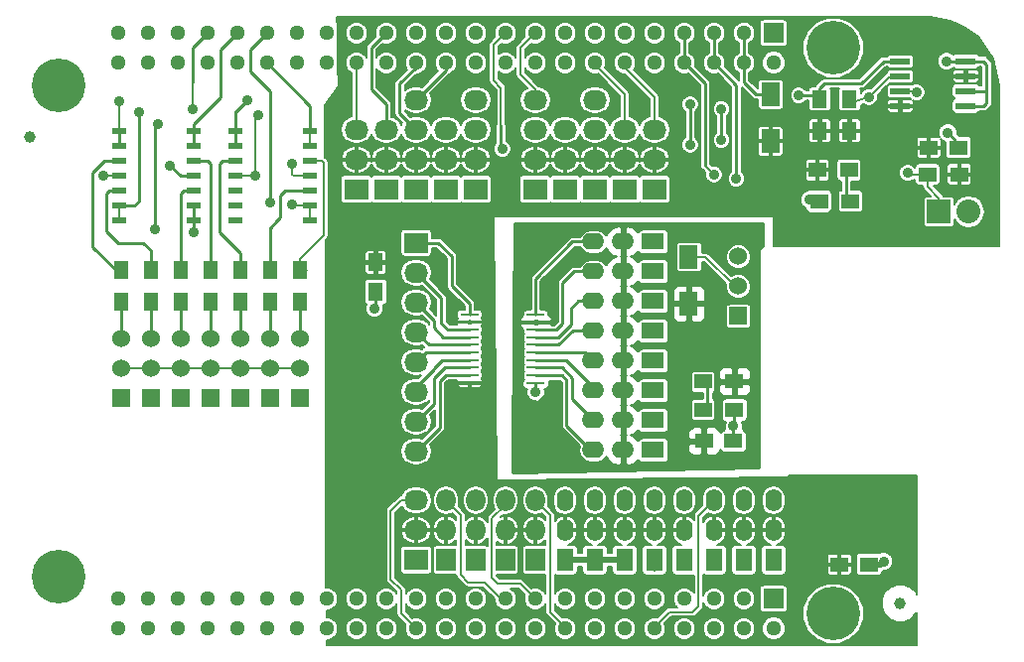
<source format=gbr>
G04 #@! TF.FileFunction,Copper,L1,Top,Signal*
%FSLAX46Y46*%
G04 Gerber Fmt 4.6, Leading zero omitted, Abs format (unit mm)*
G04 Created by KiCad (PCBNEW 4.0.1-stable) date 3/25/2016 2:12:27 PM*
%MOMM*%
G01*
G04 APERTURE LIST*
%ADD10C,0.150000*%
%ADD11R,1.524000X1.524000*%
%ADD12C,1.524000*%
%ADD13C,1.000000*%
%ADD14R,1.550000X0.250000*%
%ADD15R,1.651000X0.599440*%
%ADD16R,1.143000X0.508000*%
%ADD17R,2.032000X1.727200*%
%ADD18O,2.032000X1.727200*%
%ADD19R,1.300000X1.500000*%
%ADD20C,4.572000*%
%ADD21R,1.651000X1.651000*%
%ADD22C,1.300480*%
%ADD23R,2.032000X2.032000*%
%ADD24O,2.032000X2.032000*%
%ADD25R,1.500000X1.300000*%
%ADD26R,1.500000X1.250000*%
%ADD27R,1.250000X1.500000*%
%ADD28R,1.600000X2.000000*%
%ADD29R,1.905000X1.422400*%
%ADD30O,1.905000X1.422400*%
%ADD31R,1.422400X1.905000*%
%ADD32O,1.422400X1.905000*%
%ADD33R,1.651000X1.905000*%
%ADD34O,1.651000X1.905000*%
%ADD35C,0.889000*%
%ADD36C,0.508000*%
%ADD37C,0.254000*%
%ADD38C,0.203200*%
G04 APERTURE END LIST*
D10*
D11*
X23749000Y-33020000D03*
D12*
X23749000Y-30480000D03*
X23749000Y-27940000D03*
D11*
X26289000Y-33020000D03*
D12*
X26289000Y-30480000D03*
X26289000Y-27940000D03*
D11*
X21209000Y-33020000D03*
D12*
X21209000Y-30480000D03*
X21209000Y-27940000D03*
D11*
X13589000Y-33020000D03*
D12*
X13589000Y-30480000D03*
X13589000Y-27940000D03*
D11*
X11049000Y-33020000D03*
D12*
X11049000Y-30480000D03*
X11049000Y-27940000D03*
D11*
X16129000Y-33020000D03*
D12*
X16129000Y-30480000D03*
X16129000Y-27940000D03*
D11*
X18669000Y-33020000D03*
D12*
X18669000Y-30480000D03*
X18669000Y-27940000D03*
D11*
X63627000Y-26035000D03*
D12*
X63627000Y-23495000D03*
X63627000Y-20955000D03*
D13*
X77470000Y-50546000D03*
X3302000Y-10795000D03*
D14*
X46361000Y-31779000D03*
X46361000Y-31104000D03*
X46361000Y-30454000D03*
X46361000Y-29804000D03*
X46361000Y-29154000D03*
X46361000Y-28504000D03*
X46361000Y-27854000D03*
X46361000Y-27204000D03*
X46361000Y-26554000D03*
X46361000Y-25904000D03*
X40761000Y-25904000D03*
X40761000Y-26554000D03*
X40761000Y-27204000D03*
X40761000Y-27854000D03*
X40761000Y-28504000D03*
X40761000Y-29154000D03*
X40761000Y-29804000D03*
X40761000Y-30454000D03*
X40761000Y-31104000D03*
X40761000Y-31754000D03*
D15*
X77470000Y-8128000D03*
X83058000Y-8128000D03*
X77470000Y-6858000D03*
X77470000Y-5588000D03*
X77470000Y-4318000D03*
X83058000Y-6858000D03*
X83058000Y-5588000D03*
X83058000Y-4318000D03*
D16*
X27178000Y-17907000D03*
X27178000Y-16637000D03*
X27178000Y-15367000D03*
X27178000Y-14097000D03*
X27178000Y-12827000D03*
X27178000Y-11557000D03*
X27178000Y-10287000D03*
X20828000Y-10287000D03*
X20828000Y-11557000D03*
X20828000Y-14097000D03*
X20828000Y-15367000D03*
X20828000Y-16637000D03*
X20828000Y-17907000D03*
X20828000Y-12827000D03*
X17272000Y-17907000D03*
X17272000Y-16637000D03*
X17272000Y-15367000D03*
X17272000Y-14097000D03*
X17272000Y-12827000D03*
X17272000Y-11557000D03*
X17272000Y-10287000D03*
X10922000Y-10287000D03*
X10922000Y-11557000D03*
X10922000Y-14097000D03*
X10922000Y-15367000D03*
X10922000Y-16637000D03*
X10922000Y-17907000D03*
X10922000Y-12827000D03*
D17*
X36195000Y-19812000D03*
D18*
X36195000Y-22352000D03*
X36195000Y-24892000D03*
X36195000Y-27432000D03*
X36195000Y-29972000D03*
X36195000Y-32512000D03*
X36195000Y-35052000D03*
X36195000Y-37592000D03*
D19*
X23749000Y-22145000D03*
X23749000Y-24845000D03*
X18669000Y-22145000D03*
X18669000Y-24845000D03*
X26289000Y-22145000D03*
X26289000Y-24845000D03*
X11049000Y-22145000D03*
X11049000Y-24845000D03*
X21209000Y-22145000D03*
X21209000Y-24845000D03*
X13589000Y-22145000D03*
X13589000Y-24845000D03*
X16129000Y-22145000D03*
X16129000Y-24845000D03*
D17*
X36195000Y-46863000D03*
D18*
X36195000Y-44323000D03*
X36195000Y-41783000D03*
D17*
X36195000Y-15240000D03*
D18*
X36195000Y-12700000D03*
X36195000Y-10160000D03*
X36195000Y-7620000D03*
D17*
X51435000Y-15240000D03*
D18*
X51435000Y-12700000D03*
X51435000Y-10160000D03*
X51435000Y-7620000D03*
D17*
X46355000Y-15240000D03*
D18*
X46355000Y-12700000D03*
X46355000Y-10160000D03*
X46355000Y-7620000D03*
D17*
X41275000Y-15240000D03*
D18*
X41275000Y-12700000D03*
X41275000Y-10160000D03*
X41275000Y-7620000D03*
D17*
X48895000Y-15240000D03*
D18*
X48895000Y-12700000D03*
X48895000Y-10160000D03*
D17*
X38735000Y-15240000D03*
D18*
X38735000Y-12700000D03*
X38735000Y-10160000D03*
D17*
X33655000Y-15240000D03*
D18*
X33655000Y-12700000D03*
X33655000Y-10160000D03*
D17*
X56515000Y-15240000D03*
D18*
X56515000Y-12700000D03*
X56515000Y-10160000D03*
D17*
X53975000Y-15240000D03*
D18*
X53975000Y-12700000D03*
X53975000Y-10160000D03*
D17*
X31115000Y-15240000D03*
D18*
X31115000Y-12700000D03*
X31115000Y-10160000D03*
D20*
X5715000Y-6350000D03*
X71755000Y-3175000D03*
X71755000Y-51435000D03*
X5715000Y-48260000D03*
D21*
X66675000Y-1905000D03*
D22*
X66675000Y-4445000D03*
X64135000Y-1905000D03*
X64135000Y-4445000D03*
X61595000Y-1905000D03*
X61595000Y-4445000D03*
X59055000Y-1905000D03*
X59055000Y-4445000D03*
X56515000Y-1905000D03*
X56515000Y-4445000D03*
X53975000Y-1905000D03*
X53975000Y-4445000D03*
X51435000Y-1905000D03*
X51435000Y-4445000D03*
X48895000Y-1905000D03*
X48895000Y-4445000D03*
X46355000Y-1905000D03*
X46355000Y-4445000D03*
X43815000Y-1905000D03*
X43815000Y-4445000D03*
X41275000Y-1905000D03*
X41275000Y-4445000D03*
X38735000Y-1905000D03*
X38735000Y-4445000D03*
X36195000Y-1905000D03*
X36195000Y-4445000D03*
X33655000Y-1905000D03*
X33655000Y-4445000D03*
X31115000Y-1905000D03*
X31115000Y-4445000D03*
X28575000Y-1905000D03*
X28575000Y-4445000D03*
X26035000Y-1905000D03*
X26035000Y-4445000D03*
X23495000Y-1905000D03*
X23495000Y-4445000D03*
X20955000Y-1905000D03*
X20955000Y-4445000D03*
X18415000Y-1905000D03*
X18415000Y-4445000D03*
X15875000Y-1905000D03*
X15875000Y-4445000D03*
X13335000Y-1905000D03*
X13335000Y-4445000D03*
X10795000Y-1905000D03*
X10795000Y-4445000D03*
D21*
X66675000Y-50165000D03*
D22*
X66675000Y-52705000D03*
X64135000Y-50165000D03*
X64135000Y-52705000D03*
X61595000Y-50165000D03*
X61595000Y-52705000D03*
X59055000Y-50165000D03*
X59055000Y-52705000D03*
X56515000Y-50165000D03*
X56515000Y-52705000D03*
X53975000Y-50165000D03*
X53975000Y-52705000D03*
X51435000Y-50165000D03*
X51435000Y-52705000D03*
X48895000Y-50165000D03*
X48895000Y-52705000D03*
X46355000Y-50165000D03*
X46355000Y-52705000D03*
X43815000Y-50165000D03*
X43815000Y-52705000D03*
X41275000Y-50165000D03*
X41275000Y-52705000D03*
X38735000Y-50165000D03*
X38735000Y-52705000D03*
X36195000Y-50165000D03*
X36195000Y-52705000D03*
X33655000Y-50165000D03*
X33655000Y-52705000D03*
X31115000Y-50165000D03*
X31115000Y-52705000D03*
X28575000Y-50165000D03*
X28575000Y-52705000D03*
X26035000Y-50165000D03*
X26035000Y-52705000D03*
X23495000Y-50165000D03*
X23495000Y-52705000D03*
X20955000Y-50165000D03*
X20955000Y-52705000D03*
X18415000Y-50165000D03*
X18415000Y-52705000D03*
X15875000Y-50165000D03*
X15875000Y-52705000D03*
X13335000Y-50165000D03*
X13335000Y-52705000D03*
X10795000Y-50165000D03*
X10795000Y-52705000D03*
D23*
X80772000Y-17145000D03*
D24*
X83312000Y-17145000D03*
D25*
X70405000Y-13589000D03*
X73105000Y-13589000D03*
X63326000Y-31623000D03*
X60626000Y-31623000D03*
X82503000Y-13970000D03*
X79803000Y-13970000D03*
D19*
X73152000Y-10240000D03*
X73152000Y-7540000D03*
X70612000Y-10240000D03*
X70612000Y-7540000D03*
D26*
X79903000Y-11684000D03*
X82403000Y-11684000D03*
X72283000Y-47244000D03*
X74783000Y-47244000D03*
D27*
X32766000Y-21483000D03*
X32766000Y-23983000D03*
D25*
X73232000Y-16256000D03*
X70532000Y-16256000D03*
X60626000Y-34036000D03*
X63326000Y-34036000D03*
D28*
X59436000Y-24987000D03*
X59436000Y-20987000D03*
X66421000Y-11144000D03*
X66421000Y-7144000D03*
D26*
X60726000Y-36703000D03*
X63226000Y-36703000D03*
D29*
X56388000Y-37465000D03*
D30*
X53848000Y-37465000D03*
X51308000Y-37465000D03*
D29*
X56388000Y-34925000D03*
D30*
X53848000Y-34925000D03*
X51308000Y-34925000D03*
D29*
X56388000Y-32385000D03*
D30*
X53848000Y-32385000D03*
X51308000Y-32385000D03*
D29*
X56388000Y-29845000D03*
D30*
X53848000Y-29845000D03*
X51308000Y-29845000D03*
D29*
X56388000Y-27305000D03*
D30*
X53848000Y-27305000D03*
X51308000Y-27305000D03*
D29*
X56388000Y-24765000D03*
D30*
X53848000Y-24765000D03*
X51308000Y-24765000D03*
D29*
X56388000Y-22225000D03*
D30*
X53848000Y-22225000D03*
X51308000Y-22225000D03*
D29*
X56388000Y-19685000D03*
D30*
X53848000Y-19685000D03*
X51308000Y-19685000D03*
D31*
X48895000Y-46863000D03*
D32*
X48895000Y-44323000D03*
X48895000Y-41783000D03*
D31*
X51435000Y-46863000D03*
D32*
X51435000Y-44323000D03*
X51435000Y-41783000D03*
D31*
X53975000Y-46863000D03*
D32*
X53975000Y-44323000D03*
X53975000Y-41783000D03*
D31*
X56515000Y-46863000D03*
D32*
X56515000Y-44323000D03*
X56515000Y-41783000D03*
D31*
X59055000Y-46863000D03*
D32*
X59055000Y-44323000D03*
X59055000Y-41783000D03*
D31*
X61595000Y-46863000D03*
D32*
X61595000Y-44323000D03*
X61595000Y-41783000D03*
D31*
X64135000Y-46863000D03*
D32*
X64135000Y-44323000D03*
X64135000Y-41783000D03*
D31*
X66675000Y-46863000D03*
D32*
X66675000Y-44323000D03*
X66675000Y-41783000D03*
D33*
X38735000Y-46863000D03*
D34*
X38735000Y-44323000D03*
X38735000Y-41783000D03*
D33*
X41275000Y-46863000D03*
D34*
X41275000Y-44323000D03*
X41275000Y-41783000D03*
D33*
X43815000Y-46863000D03*
D34*
X43815000Y-44323000D03*
X43815000Y-41783000D03*
D33*
X46355000Y-46863000D03*
D34*
X46355000Y-44323000D03*
X46355000Y-41783000D03*
D35*
X46355000Y-32512000D03*
X76073000Y-46990000D03*
X69723000Y-16129000D03*
X81534000Y-10414000D03*
X81407000Y-4318000D03*
X63246000Y-35433000D03*
X32639000Y-25400000D03*
X63500000Y-14351000D03*
X61595000Y-13970000D03*
X22479000Y-14097000D03*
X9525000Y-14097000D03*
X22733000Y-8890000D03*
X25654000Y-16510000D03*
X23749000Y-16383000D03*
X10922000Y-7747000D03*
X25654000Y-13081000D03*
X15240000Y-13208000D03*
X21844000Y-7620000D03*
X17272000Y-18923000D03*
X13970000Y-18669000D03*
X14224000Y-9652000D03*
X17145000Y-8382000D03*
X12573000Y-8636000D03*
X62230000Y-8382000D03*
X43561000Y-11811000D03*
X62230000Y-11049000D03*
X74803000Y-7366000D03*
X68834000Y-7239000D03*
X59563000Y-8001000D03*
X59563000Y-11430000D03*
X78105000Y-13843000D03*
X78867000Y-6985000D03*
D36*
X48895000Y-46863000D02*
X51435000Y-46863000D01*
X51435000Y-46863000D02*
X53975000Y-46863000D01*
D37*
X46361000Y-32506000D02*
X46355000Y-32512000D01*
X46361000Y-31779000D02*
X46361000Y-32506000D01*
D36*
X74485500Y-47244000D02*
X75819000Y-47244000D01*
X75819000Y-47244000D02*
X76073000Y-46990000D01*
D37*
X70929500Y-16256000D02*
X69850000Y-16256000D01*
X69850000Y-16256000D02*
X69723000Y-16129000D01*
X82105500Y-11684000D02*
X82105500Y-10985500D01*
X82105500Y-10985500D02*
X81534000Y-10414000D01*
X83058000Y-4318000D02*
X81407000Y-4318000D01*
X83058000Y-6858000D02*
X84836000Y-6858000D01*
X83058000Y-8128000D02*
X84582000Y-8128000D01*
X84582000Y-4318000D02*
X83058000Y-4318000D01*
X84836000Y-4572000D02*
X84582000Y-4318000D01*
X84836000Y-7874000D02*
X84836000Y-6858000D01*
X84836000Y-6858000D02*
X84836000Y-4572000D01*
X84582000Y-8128000D02*
X84836000Y-7874000D01*
X63226000Y-35453000D02*
X63246000Y-35433000D01*
X63326000Y-35353000D02*
X63326000Y-34036000D01*
X63326000Y-35353000D02*
X63246000Y-35433000D01*
X63226000Y-36703000D02*
X63226000Y-35453000D01*
X32766000Y-25273000D02*
X32639000Y-25400000D01*
X32766000Y-23983000D02*
X32766000Y-25273000D01*
D38*
X59055000Y-47371000D02*
X59055000Y-46863000D01*
X56515000Y-47752000D02*
X56515000Y-46863000D01*
X43815000Y-47371000D02*
X43815000Y-46863000D01*
D37*
X46355000Y-46863000D02*
X46355000Y-47371000D01*
D38*
X46355000Y-12700000D02*
X48895000Y-12700000D01*
X48895000Y-12700000D02*
X51435000Y-12700000D01*
X51435000Y-12700000D02*
X53975000Y-12700000D01*
X53975000Y-12700000D02*
X56515000Y-12700000D01*
D37*
X61595000Y-1905000D02*
X61595000Y-4445000D01*
X63500000Y-6350000D02*
X61595000Y-4445000D01*
X63500000Y-14351000D02*
X63500000Y-6350000D01*
X64135000Y-4445000D02*
X64135000Y-1905000D01*
X65183000Y-7144000D02*
X64135000Y-6096000D01*
X64135000Y-6096000D02*
X64135000Y-4445000D01*
X66421000Y-7144000D02*
X65183000Y-7144000D01*
X59055000Y-4445000D02*
X59156600Y-4445000D01*
X59055000Y-1905000D02*
X59055000Y-4445000D01*
X60833000Y-12192000D02*
X60833000Y-6223000D01*
X60833000Y-13208000D02*
X60833000Y-12192000D01*
X60833000Y-6223000D02*
X59055000Y-4445000D01*
D38*
X60833000Y-13208000D02*
X60833000Y-12192000D01*
X61595000Y-13970000D02*
X60833000Y-13208000D01*
X22479000Y-14097000D02*
X20828000Y-14097000D01*
X10922000Y-14097000D02*
X9525000Y-14097000D01*
X22479000Y-14097000D02*
X22479000Y-9144000D01*
X22479000Y-9144000D02*
X22733000Y-8890000D01*
X27178000Y-17907000D02*
X27178000Y-16637000D01*
X25781000Y-16637000D02*
X25654000Y-16510000D01*
X27178000Y-16637000D02*
X25781000Y-16637000D01*
D37*
X23749000Y-6858000D02*
X22098000Y-5207000D01*
X22098000Y-5207000D02*
X22098000Y-3302000D01*
X22098000Y-3302000D02*
X23495000Y-1905000D01*
X23749000Y-16383000D02*
X23749000Y-6858000D01*
D38*
X27178000Y-10287000D02*
X27178000Y-11557000D01*
D37*
X27178000Y-8128000D02*
X23495000Y-4445000D01*
X27178000Y-10287000D02*
X27178000Y-8128000D01*
X17272000Y-9652000D02*
X19558000Y-7366000D01*
X19558000Y-7366000D02*
X19558000Y-3302000D01*
X19558000Y-3302000D02*
X20955000Y-1905000D01*
X17272000Y-10287000D02*
X17272000Y-9652000D01*
X17272000Y-10287000D02*
X17272000Y-11557000D01*
D38*
X10922000Y-10287000D02*
X10922000Y-7747000D01*
D37*
X10922000Y-11557000D02*
X10922000Y-10287000D01*
X72834500Y-16256000D02*
X72834500Y-13970000D01*
X61023500Y-31623000D02*
X61023500Y-34036000D01*
D38*
X60865000Y-20987000D02*
X59436000Y-20987000D01*
X63373000Y-23495000D02*
X60865000Y-20987000D01*
X63627000Y-23495000D02*
X63373000Y-23495000D01*
X25781000Y-14097000D02*
X27178000Y-14097000D01*
X25654000Y-13970000D02*
X25781000Y-14097000D01*
X25654000Y-13081000D02*
X25654000Y-13970000D01*
X16129000Y-14097000D02*
X15240000Y-13208000D01*
X11049000Y-30480000D02*
X13589000Y-30480000D01*
X13589000Y-30480000D02*
X16129000Y-30480000D01*
X16129000Y-30480000D02*
X18669000Y-30480000D01*
X18669000Y-30480000D02*
X21209000Y-30480000D01*
X21209000Y-30480000D02*
X23749000Y-30480000D01*
X23749000Y-30480000D02*
X26289000Y-30480000D01*
D37*
X16129000Y-14097000D02*
X15240000Y-13208000D01*
X17272000Y-14097000D02*
X16129000Y-14097000D01*
D38*
X20828000Y-8636000D02*
X21844000Y-7620000D01*
D37*
X20828000Y-11557000D02*
X20828000Y-10287000D01*
X20828000Y-8636000D02*
X21844000Y-7620000D01*
X20828000Y-10287000D02*
X20828000Y-8636000D01*
D38*
X17272000Y-17907000D02*
X17272000Y-16637000D01*
D37*
X17272000Y-16637000D02*
X17272000Y-17907000D01*
X17272000Y-18923000D02*
X17272000Y-17907000D01*
X13970000Y-9906000D02*
X14224000Y-9652000D01*
X13970000Y-18669000D02*
X13970000Y-9906000D01*
D38*
X10922000Y-17907000D02*
X10922000Y-16637000D01*
X17145000Y-8382000D02*
X17145000Y-6096000D01*
D37*
X17145000Y-3175000D02*
X17145000Y-6096000D01*
X18415000Y-1905000D02*
X17145000Y-3175000D01*
X12192000Y-16637000D02*
X12573000Y-16256000D01*
X12573000Y-16256000D02*
X12573000Y-8636000D01*
X10922000Y-16637000D02*
X12192000Y-16637000D01*
X40761000Y-25013000D02*
X39243000Y-23495000D01*
X39243000Y-23495000D02*
X39243000Y-20955000D01*
X39243000Y-20955000D02*
X38100000Y-19812000D01*
X38100000Y-19812000D02*
X36195000Y-19812000D01*
X40761000Y-25904000D02*
X40761000Y-25013000D01*
X38354000Y-26670000D02*
X38354000Y-24511000D01*
X38354000Y-24511000D02*
X36195000Y-22352000D01*
X38888000Y-27204000D02*
X38354000Y-26670000D01*
X40761000Y-27204000D02*
X38888000Y-27204000D01*
X37719000Y-27051000D02*
X37719000Y-26416000D01*
X37719000Y-26416000D02*
X36195000Y-24892000D01*
X38522000Y-27854000D02*
X37719000Y-27051000D01*
X40761000Y-27854000D02*
X38522000Y-27854000D01*
X37267000Y-28504000D02*
X36195000Y-27432000D01*
X40761000Y-28504000D02*
X37267000Y-28504000D01*
X37013000Y-29154000D02*
X36195000Y-29972000D01*
X40761000Y-29154000D02*
X37013000Y-29154000D01*
X36195000Y-32131000D02*
X36195000Y-32512000D01*
X37719000Y-30480000D02*
X37719000Y-30607000D01*
X37719000Y-30607000D02*
X36195000Y-32131000D01*
X38395000Y-29804000D02*
X37719000Y-30480000D01*
X40761000Y-29804000D02*
X38395000Y-29804000D01*
X37719000Y-31369000D02*
X37719000Y-33528000D01*
X37719000Y-33528000D02*
X36195000Y-35052000D01*
X38634000Y-30454000D02*
X37719000Y-31369000D01*
X40761000Y-30454000D02*
X38634000Y-30454000D01*
X38746000Y-31104000D02*
X38227000Y-31623000D01*
X38227000Y-31623000D02*
X38227000Y-35560000D01*
X38227000Y-35560000D02*
X36195000Y-37592000D01*
X40761000Y-31104000D02*
X38746000Y-31104000D01*
X8636000Y-20193000D02*
X8636000Y-13843000D01*
X8636000Y-13843000D02*
X9652000Y-12827000D01*
X9652000Y-12827000D02*
X10922000Y-12827000D01*
X10588000Y-22145000D02*
X8636000Y-20193000D01*
X11049000Y-22145000D02*
X10588000Y-22145000D01*
D38*
X19685000Y-12827000D02*
X20828000Y-12827000D01*
D37*
X19685000Y-12827000D02*
X20828000Y-12827000D01*
X21209000Y-20701000D02*
X19431000Y-18923000D01*
X19431000Y-18923000D02*
X19431000Y-13081000D01*
X19431000Y-13081000D02*
X19685000Y-12827000D01*
X21209000Y-22145000D02*
X21209000Y-20701000D01*
D38*
X10033000Y-15367000D02*
X10922000Y-15367000D01*
D37*
X10033000Y-15367000D02*
X10922000Y-15367000D01*
X13589000Y-20447000D02*
X12954000Y-19812000D01*
X12954000Y-19812000D02*
X10795000Y-19812000D01*
X10795000Y-19812000D02*
X9779000Y-18796000D01*
X9779000Y-18796000D02*
X9779000Y-15621000D01*
X9779000Y-15621000D02*
X10033000Y-15367000D01*
X13589000Y-22145000D02*
X13589000Y-20447000D01*
X16129000Y-15621000D02*
X16383000Y-15367000D01*
X16383000Y-15367000D02*
X17272000Y-15367000D01*
X16129000Y-22145000D02*
X16129000Y-15621000D01*
D38*
X53975000Y-4445000D02*
X53975000Y-4826000D01*
X53975000Y-4826000D02*
X56515000Y-7366000D01*
X56515000Y-7366000D02*
X56515000Y-10160000D01*
X53975000Y-10160000D02*
X53975000Y-7112000D01*
X53975000Y-7112000D02*
X51435000Y-4572000D01*
X51435000Y-4572000D02*
X51435000Y-4445000D01*
X46355000Y-7620000D02*
X46355000Y-6731000D01*
X45085000Y-3175000D02*
X46355000Y-1905000D01*
X45085000Y-5461000D02*
X45085000Y-3175000D01*
X46355000Y-6731000D02*
X45085000Y-5461000D01*
X36195000Y-7620000D02*
X36703000Y-7620000D01*
D37*
X38735000Y-5080000D02*
X36195000Y-7620000D01*
X38735000Y-4445000D02*
X38735000Y-5080000D01*
D38*
X36195000Y-10160000D02*
X36195000Y-10033000D01*
D37*
X36195000Y-4826000D02*
X36195000Y-4445000D01*
X34798000Y-6223000D02*
X36195000Y-4826000D01*
X34798000Y-8763000D02*
X34798000Y-6223000D01*
X36195000Y-10160000D02*
X34798000Y-8763000D01*
X33655000Y-1905000D02*
X33655000Y-2159000D01*
X33655000Y-8001000D02*
X32385000Y-6731000D01*
X32385000Y-6731000D02*
X32385000Y-3175000D01*
X32385000Y-3175000D02*
X33655000Y-1905000D01*
X33655000Y-10160000D02*
X33655000Y-8001000D01*
D38*
X31115000Y-10160000D02*
X31115000Y-4445000D01*
D37*
X43434000Y-11684000D02*
X43561000Y-11811000D01*
X43434000Y-9779000D02*
X43434000Y-11684000D01*
X62230000Y-11049000D02*
X62230000Y-8382000D01*
D38*
X73152000Y-7937500D02*
X74739500Y-7429500D01*
X74739500Y-7429500D02*
X74803000Y-7366000D01*
X76581000Y-5588000D02*
X74803000Y-7366000D01*
X77470000Y-5588000D02*
X76581000Y-5588000D01*
X43434000Y-9779000D02*
X43434000Y-6604000D01*
X43434000Y-6604000D02*
X42799000Y-5969000D01*
X42799000Y-5969000D02*
X42799000Y-2921000D01*
X42799000Y-2921000D02*
X43815000Y-1905000D01*
X70612000Y-7937500D02*
X70802500Y-7937500D01*
D37*
X59563000Y-11430000D02*
X59563000Y-8001000D01*
X70311000Y-7239000D02*
X70612000Y-7540000D01*
X68834000Y-7239000D02*
X70311000Y-7239000D01*
X70612000Y-6604000D02*
X70993000Y-6223000D01*
X70993000Y-6223000D02*
X74168000Y-6223000D01*
X74168000Y-6223000D02*
X76073000Y-4318000D01*
X76073000Y-4318000D02*
X77470000Y-4318000D01*
X70612000Y-7540000D02*
X70612000Y-6604000D01*
D38*
X59055000Y-50165000D02*
X59436000Y-50165000D01*
X56515000Y-50165000D02*
X56515000Y-49911000D01*
X53975000Y-50165000D02*
X54102000Y-50165000D01*
X43815000Y-41783000D02*
X43815000Y-42164000D01*
X43815000Y-42164000D02*
X42672000Y-43307000D01*
X45085000Y-48895000D02*
X46355000Y-50165000D01*
X43180000Y-48895000D02*
X45085000Y-48895000D01*
X42672000Y-48387000D02*
X43180000Y-48895000D01*
X42672000Y-43307000D02*
X42672000Y-48387000D01*
X46355000Y-50165000D02*
X46355000Y-49911000D01*
X40005000Y-43053000D02*
X38735000Y-41783000D01*
X40005000Y-48133000D02*
X40005000Y-43053000D01*
X40640000Y-48768000D02*
X40005000Y-48133000D01*
X43815000Y-50165000D02*
X43434000Y-50165000D01*
X43434000Y-50165000D02*
X42037000Y-48768000D01*
X42037000Y-48768000D02*
X40640000Y-48768000D01*
X43815000Y-50165000D02*
X43307000Y-50165000D01*
X59055000Y-52705000D02*
X59563000Y-52705000D01*
D37*
X59055000Y-52705000D02*
X59182000Y-52705000D01*
D38*
X56515000Y-52705000D02*
X56515000Y-52578000D01*
X56515000Y-52578000D02*
X57798000Y-51295000D01*
X60274000Y-43104000D02*
X61595000Y-41783000D01*
X60274000Y-50795000D02*
X60274000Y-43104000D01*
X59774000Y-51295000D02*
X60274000Y-50795000D01*
X57798000Y-51295000D02*
X59774000Y-51295000D01*
X61595000Y-41910000D02*
X61595000Y-41783000D01*
X56515000Y-52705000D02*
X56515000Y-52197000D01*
X53848000Y-52705000D02*
X53975000Y-52705000D01*
X48895000Y-52705000D02*
X48895000Y-52578000D01*
X48895000Y-52578000D02*
X47625000Y-51308000D01*
X47625000Y-51308000D02*
X47625000Y-43053000D01*
X47625000Y-43053000D02*
X46355000Y-41783000D01*
X34036000Y-46101000D02*
X34036000Y-42672000D01*
X34925000Y-41783000D02*
X36195000Y-41783000D01*
X34036000Y-42672000D02*
X34925000Y-41783000D01*
X36195000Y-52705000D02*
X34925000Y-51435000D01*
X34036000Y-48514000D02*
X34036000Y-46101000D01*
X34925000Y-49403000D02*
X34036000Y-48514000D01*
X34925000Y-51435000D02*
X34925000Y-49403000D01*
X23749000Y-18542000D02*
X24638000Y-17653000D01*
D37*
X25019000Y-15367000D02*
X27178000Y-15367000D01*
X24638000Y-15748000D02*
X25019000Y-15367000D01*
X24638000Y-17653000D02*
X24638000Y-15748000D01*
X23749000Y-18542000D02*
X24638000Y-17653000D01*
X23749000Y-22145000D02*
X23749000Y-18542000D01*
D38*
X18669000Y-13081000D02*
X18415000Y-12827000D01*
X18415000Y-12827000D02*
X17272000Y-12827000D01*
D37*
X18415000Y-12827000D02*
X17272000Y-12827000D01*
X18669000Y-13081000D02*
X18415000Y-12827000D01*
X18669000Y-22145000D02*
X18669000Y-13081000D01*
D38*
X28194000Y-12827000D02*
X27178000Y-12827000D01*
X26289000Y-22145000D02*
X26877000Y-22145000D01*
X26289000Y-21209000D02*
X28321000Y-19177000D01*
X28321000Y-19177000D02*
X28321000Y-12954000D01*
X28321000Y-12954000D02*
X28194000Y-12827000D01*
X26289000Y-22145000D02*
X26289000Y-21209000D01*
D37*
X13589000Y-27940000D02*
X13589000Y-24845000D01*
X11049000Y-27940000D02*
X11049000Y-24845000D01*
X18669000Y-27940000D02*
X18669000Y-24845000D01*
X16129000Y-27940000D02*
X16129000Y-24845000D01*
X21209000Y-27940000D02*
X21209000Y-24845000D01*
X26289000Y-27940000D02*
X26289000Y-24845000D01*
X23749000Y-27940000D02*
X23749000Y-24845000D01*
D38*
X79803000Y-15033000D02*
X80772000Y-16002000D01*
X80772000Y-16002000D02*
X80772000Y-17145000D01*
X79803000Y-13970000D02*
X79803000Y-15033000D01*
X78232000Y-13970000D02*
X78105000Y-13843000D01*
X78867000Y-6985000D02*
X78740000Y-6858000D01*
X78740000Y-6858000D02*
X77470000Y-6858000D01*
X79803000Y-13970000D02*
X78232000Y-13970000D01*
D37*
X48618418Y-31104000D02*
X49022000Y-31507582D01*
X51054000Y-37465000D02*
X51308000Y-37465000D01*
X49022000Y-31507582D02*
X49022000Y-35433000D01*
X49022000Y-35433000D02*
X51054000Y-37465000D01*
X46361000Y-31104000D02*
X48618418Y-31104000D01*
X48615000Y-30454000D02*
X49530000Y-31369000D01*
X49530000Y-31369000D02*
X49530000Y-33147000D01*
X49530000Y-33147000D02*
X51308000Y-34925000D01*
X46361000Y-30454000D02*
X48615000Y-30454000D01*
X50546000Y-32385000D02*
X51308000Y-32385000D01*
X51308000Y-32131000D02*
X51308000Y-32385000D01*
X48981000Y-29804000D02*
X51308000Y-32131000D01*
X46361000Y-29804000D02*
X48981000Y-29804000D01*
X50617000Y-29154000D02*
X51308000Y-29845000D01*
X46361000Y-29154000D02*
X50617000Y-29154000D01*
X48342582Y-28504000D02*
X49541582Y-27305000D01*
X49541582Y-27305000D02*
X51308000Y-27305000D01*
X46361000Y-28504000D02*
X48342582Y-28504000D01*
X48346000Y-27854000D02*
X49403000Y-26797000D01*
X49403000Y-26797000D02*
X49403000Y-25400000D01*
X49403000Y-25400000D02*
X50038000Y-24765000D01*
X50038000Y-24765000D02*
X51308000Y-24765000D01*
X46361000Y-27854000D02*
X48346000Y-27854000D01*
X48107000Y-27204000D02*
X48641000Y-26670000D01*
X48641000Y-26670000D02*
X48641000Y-23241000D01*
X48641000Y-23241000D02*
X49657000Y-22225000D01*
X49657000Y-22225000D02*
X51308000Y-22225000D01*
X46361000Y-27204000D02*
X48107000Y-27204000D01*
X49530000Y-19685000D02*
X51308000Y-19685000D01*
X46361000Y-22854000D02*
X49530000Y-19685000D01*
X46361000Y-25904000D02*
X46361000Y-22854000D01*
D38*
G36*
X64008000Y-495300D02*
X79961217Y-495300D01*
X81781844Y-857446D01*
X82864564Y-1362715D01*
X84143037Y-2216963D01*
X85410073Y-4113217D01*
X85864700Y-6398783D01*
X85864700Y-20078700D01*
X66649600Y-20078700D01*
X66649600Y-17653000D01*
X66641595Y-17613472D01*
X66618843Y-17580172D01*
X66584927Y-17558348D01*
X66548000Y-17551400D01*
X42926000Y-17551400D01*
X42886472Y-17559405D01*
X42853172Y-17582157D01*
X42831348Y-17616073D01*
X42824407Y-17654154D01*
X43078407Y-40006154D01*
X43086860Y-40045589D01*
X43109989Y-40078628D01*
X43144151Y-40100065D01*
X43181047Y-40106595D01*
X67819047Y-39852595D01*
X67858491Y-39844183D01*
X67891554Y-39821088D01*
X67913027Y-39786950D01*
X67919600Y-39751000D01*
X67919600Y-39611300D01*
X78879700Y-39611300D01*
X78879700Y-49763716D01*
X78828562Y-49639952D01*
X78378418Y-49189021D01*
X77789976Y-48944679D01*
X77152820Y-48944123D01*
X76563952Y-49187438D01*
X76113021Y-49637582D01*
X75868679Y-50226024D01*
X75868123Y-50863180D01*
X76111438Y-51452048D01*
X76561582Y-51902979D01*
X77150024Y-52147321D01*
X77787180Y-52147877D01*
X78376048Y-51904562D01*
X78826979Y-51454418D01*
X78879700Y-51327451D01*
X78879700Y-54114700D01*
X64249411Y-54114700D01*
X64174000Y-54099700D01*
X54074000Y-54099700D01*
X53998589Y-54114700D01*
X28548595Y-54114700D01*
X28547353Y-53660016D01*
X28764136Y-53660205D01*
X29115280Y-53515115D01*
X29384171Y-53246693D01*
X29529874Y-52895803D01*
X29529875Y-52894136D01*
X30159795Y-52894136D01*
X30304885Y-53245280D01*
X30573307Y-53514171D01*
X30924197Y-53659874D01*
X31304136Y-53660205D01*
X31655280Y-53515115D01*
X31924171Y-53246693D01*
X32069874Y-52895803D01*
X32069875Y-52894136D01*
X32699795Y-52894136D01*
X32844885Y-53245280D01*
X33113307Y-53514171D01*
X33464197Y-53659874D01*
X33844136Y-53660205D01*
X34195280Y-53515115D01*
X34464171Y-53246693D01*
X34609874Y-52895803D01*
X34610205Y-52515864D01*
X34465115Y-52164720D01*
X34196693Y-51895829D01*
X33845803Y-51750126D01*
X33465864Y-51749795D01*
X33114720Y-51894885D01*
X32845829Y-52163307D01*
X32700126Y-52514197D01*
X32699795Y-52894136D01*
X32069875Y-52894136D01*
X32070205Y-52515864D01*
X31925115Y-52164720D01*
X31656693Y-51895829D01*
X31305803Y-51750126D01*
X30925864Y-51749795D01*
X30574720Y-51894885D01*
X30305829Y-52163307D01*
X30160126Y-52514197D01*
X30159795Y-52894136D01*
X29529875Y-52894136D01*
X29530205Y-52515864D01*
X29385115Y-52164720D01*
X29116693Y-51895829D01*
X28765803Y-51750126D01*
X28542134Y-51749931D01*
X28540413Y-51120010D01*
X28764136Y-51120205D01*
X29115280Y-50975115D01*
X29384171Y-50706693D01*
X29529874Y-50355803D01*
X29529875Y-50354136D01*
X30159795Y-50354136D01*
X30304885Y-50705280D01*
X30573307Y-50974171D01*
X30924197Y-51119874D01*
X31304136Y-51120205D01*
X31655280Y-50975115D01*
X31924171Y-50706693D01*
X32069874Y-50355803D01*
X32069875Y-50354136D01*
X32699795Y-50354136D01*
X32844885Y-50705280D01*
X33113307Y-50974171D01*
X33464197Y-51119874D01*
X33844136Y-51120205D01*
X34195280Y-50975115D01*
X34464171Y-50706693D01*
X34518600Y-50575614D01*
X34518600Y-51435000D01*
X34549535Y-51590523D01*
X34632308Y-51714400D01*
X34637632Y-51722368D01*
X35295678Y-52380414D01*
X35240126Y-52514197D01*
X35239795Y-52894136D01*
X35384885Y-53245280D01*
X35653307Y-53514171D01*
X36004197Y-53659874D01*
X36384136Y-53660205D01*
X36735280Y-53515115D01*
X37004171Y-53246693D01*
X37149874Y-52895803D01*
X37149875Y-52894136D01*
X37779795Y-52894136D01*
X37924885Y-53245280D01*
X38193307Y-53514171D01*
X38544197Y-53659874D01*
X38924136Y-53660205D01*
X39275280Y-53515115D01*
X39544171Y-53246693D01*
X39689874Y-52895803D01*
X39689875Y-52894136D01*
X40319795Y-52894136D01*
X40464885Y-53245280D01*
X40733307Y-53514171D01*
X41084197Y-53659874D01*
X41464136Y-53660205D01*
X41815280Y-53515115D01*
X42084171Y-53246693D01*
X42229874Y-52895803D01*
X42229875Y-52894136D01*
X42859795Y-52894136D01*
X43004885Y-53245280D01*
X43273307Y-53514171D01*
X43624197Y-53659874D01*
X44004136Y-53660205D01*
X44355280Y-53515115D01*
X44624171Y-53246693D01*
X44769874Y-52895803D01*
X44769875Y-52894136D01*
X45399795Y-52894136D01*
X45544885Y-53245280D01*
X45813307Y-53514171D01*
X46164197Y-53659874D01*
X46544136Y-53660205D01*
X46895280Y-53515115D01*
X47164171Y-53246693D01*
X47309874Y-52895803D01*
X47310205Y-52515864D01*
X47165115Y-52164720D01*
X46896693Y-51895829D01*
X46545803Y-51750126D01*
X46165864Y-51749795D01*
X45814720Y-51894885D01*
X45545829Y-52163307D01*
X45400126Y-52514197D01*
X45399795Y-52894136D01*
X44769875Y-52894136D01*
X44770205Y-52515864D01*
X44625115Y-52164720D01*
X44356693Y-51895829D01*
X44005803Y-51750126D01*
X43625864Y-51749795D01*
X43274720Y-51894885D01*
X43005829Y-52163307D01*
X42860126Y-52514197D01*
X42859795Y-52894136D01*
X42229875Y-52894136D01*
X42230205Y-52515864D01*
X42085115Y-52164720D01*
X41816693Y-51895829D01*
X41465803Y-51750126D01*
X41085864Y-51749795D01*
X40734720Y-51894885D01*
X40465829Y-52163307D01*
X40320126Y-52514197D01*
X40319795Y-52894136D01*
X39689875Y-52894136D01*
X39690205Y-52515864D01*
X39545115Y-52164720D01*
X39276693Y-51895829D01*
X38925803Y-51750126D01*
X38545864Y-51749795D01*
X38194720Y-51894885D01*
X37925829Y-52163307D01*
X37780126Y-52514197D01*
X37779795Y-52894136D01*
X37149875Y-52894136D01*
X37150205Y-52515864D01*
X37005115Y-52164720D01*
X36736693Y-51895829D01*
X36385803Y-51750126D01*
X36005864Y-51749795D01*
X35870473Y-51805737D01*
X35331400Y-51266664D01*
X35331400Y-50575837D01*
X35384885Y-50705280D01*
X35653307Y-50974171D01*
X36004197Y-51119874D01*
X36384136Y-51120205D01*
X36735280Y-50975115D01*
X37004171Y-50706693D01*
X37149874Y-50355803D01*
X37149875Y-50354136D01*
X37779795Y-50354136D01*
X37924885Y-50705280D01*
X38193307Y-50974171D01*
X38544197Y-51119874D01*
X38924136Y-51120205D01*
X39275280Y-50975115D01*
X39544171Y-50706693D01*
X39689874Y-50355803D01*
X39689875Y-50354136D01*
X40319795Y-50354136D01*
X40464885Y-50705280D01*
X40733307Y-50974171D01*
X41084197Y-51119874D01*
X41464136Y-51120205D01*
X41815280Y-50975115D01*
X42084171Y-50706693D01*
X42229874Y-50355803D01*
X42230205Y-49975864D01*
X42085115Y-49624720D01*
X41816693Y-49355829D01*
X41465803Y-49210126D01*
X41085864Y-49209795D01*
X40734720Y-49354885D01*
X40465829Y-49623307D01*
X40320126Y-49974197D01*
X40319795Y-50354136D01*
X39689875Y-50354136D01*
X39690205Y-49975864D01*
X39545115Y-49624720D01*
X39276693Y-49355829D01*
X38925803Y-49210126D01*
X38545864Y-49209795D01*
X38194720Y-49354885D01*
X37925829Y-49623307D01*
X37780126Y-49974197D01*
X37779795Y-50354136D01*
X37149875Y-50354136D01*
X37150205Y-49975864D01*
X37005115Y-49624720D01*
X36736693Y-49355829D01*
X36385803Y-49210126D01*
X36005864Y-49209795D01*
X35654720Y-49354885D01*
X35385829Y-49623307D01*
X35331400Y-49754386D01*
X35331400Y-49403000D01*
X35300465Y-49247477D01*
X35212368Y-49115632D01*
X34442400Y-48345664D01*
X34442400Y-45999400D01*
X34816434Y-45999400D01*
X34816434Y-47726600D01*
X34841230Y-47858377D01*
X34919110Y-47979407D01*
X35037942Y-48060601D01*
X35179000Y-48089166D01*
X37211000Y-48089166D01*
X37342777Y-48064370D01*
X37463807Y-47986490D01*
X37545001Y-47867658D01*
X37573566Y-47726600D01*
X37573566Y-45999400D01*
X37556839Y-45910500D01*
X37598729Y-45910500D01*
X37598729Y-47815500D01*
X37619982Y-47928452D01*
X37686737Y-48032192D01*
X37788593Y-48101787D01*
X37909500Y-48126271D01*
X39560500Y-48126271D01*
X39598600Y-48119102D01*
X39598600Y-48133000D01*
X39629535Y-48288523D01*
X39717632Y-48420368D01*
X40352632Y-49055368D01*
X40484477Y-49143465D01*
X40640000Y-49174400D01*
X41868664Y-49174400D01*
X42859959Y-50165695D01*
X42859795Y-50354136D01*
X43004885Y-50705280D01*
X43273307Y-50974171D01*
X43624197Y-51119874D01*
X44004136Y-51120205D01*
X44355280Y-50975115D01*
X44624171Y-50706693D01*
X44769874Y-50355803D01*
X44770205Y-49975864D01*
X44625115Y-49624720D01*
X44356693Y-49355829D01*
X44225614Y-49301400D01*
X44916664Y-49301400D01*
X45455678Y-49840414D01*
X45400126Y-49974197D01*
X45399795Y-50354136D01*
X45544885Y-50705280D01*
X45813307Y-50974171D01*
X46164197Y-51119874D01*
X46544136Y-51120205D01*
X46895280Y-50975115D01*
X47164171Y-50706693D01*
X47218600Y-50575614D01*
X47218600Y-51308000D01*
X47249535Y-51463523D01*
X47328946Y-51582368D01*
X47337632Y-51595368D01*
X48032940Y-52290676D01*
X47940126Y-52514197D01*
X47939795Y-52894136D01*
X48084885Y-53245280D01*
X48353307Y-53514171D01*
X48704197Y-53659874D01*
X49084136Y-53660205D01*
X49435280Y-53515115D01*
X49704171Y-53246693D01*
X49849874Y-52895803D01*
X49849875Y-52894136D01*
X50479795Y-52894136D01*
X50624885Y-53245280D01*
X50893307Y-53514171D01*
X51244197Y-53659874D01*
X51624136Y-53660205D01*
X51975280Y-53515115D01*
X52244171Y-53246693D01*
X52389874Y-52895803D01*
X52389875Y-52894136D01*
X53019795Y-52894136D01*
X53164885Y-53245280D01*
X53433307Y-53514171D01*
X53784197Y-53659874D01*
X54164136Y-53660205D01*
X54515280Y-53515115D01*
X54784171Y-53246693D01*
X54929874Y-52895803D01*
X54929875Y-52894136D01*
X55559795Y-52894136D01*
X55704885Y-53245280D01*
X55973307Y-53514171D01*
X56324197Y-53659874D01*
X56704136Y-53660205D01*
X57055280Y-53515115D01*
X57324171Y-53246693D01*
X57469874Y-52895803D01*
X57469875Y-52894136D01*
X58099795Y-52894136D01*
X58244885Y-53245280D01*
X58513307Y-53514171D01*
X58864197Y-53659874D01*
X59244136Y-53660205D01*
X59595280Y-53515115D01*
X59864171Y-53246693D01*
X60009874Y-52895803D01*
X60009875Y-52894136D01*
X60639795Y-52894136D01*
X60784885Y-53245280D01*
X61053307Y-53514171D01*
X61404197Y-53659874D01*
X61784136Y-53660205D01*
X62135280Y-53515115D01*
X62404171Y-53246693D01*
X62549874Y-52895803D01*
X62549875Y-52894136D01*
X63179795Y-52894136D01*
X63324885Y-53245280D01*
X63593307Y-53514171D01*
X63944197Y-53659874D01*
X64324136Y-53660205D01*
X64675280Y-53515115D01*
X64944171Y-53246693D01*
X65086388Y-52904196D01*
X65668985Y-52904196D01*
X65821793Y-53274018D01*
X66104493Y-53557213D01*
X66474048Y-53710665D01*
X66874196Y-53711015D01*
X67244018Y-53558207D01*
X67527213Y-53275507D01*
X67680665Y-52905952D01*
X67681015Y-52505804D01*
X67528207Y-52135982D01*
X67340635Y-51948081D01*
X69163751Y-51948081D01*
X69557346Y-52900653D01*
X70285513Y-53630093D01*
X71237397Y-54025350D01*
X72268081Y-54026249D01*
X73220653Y-53632654D01*
X73950093Y-52904487D01*
X74345350Y-51952603D01*
X74346249Y-50921919D01*
X73952654Y-49969347D01*
X73224487Y-49239907D01*
X72272603Y-48844650D01*
X71241919Y-48843751D01*
X70289347Y-49237346D01*
X69559907Y-49965513D01*
X69164650Y-50917397D01*
X69163751Y-51948081D01*
X67340635Y-51948081D01*
X67245507Y-51852787D01*
X66875952Y-51699335D01*
X66475804Y-51698985D01*
X66105982Y-51851793D01*
X65822787Y-52134493D01*
X65669335Y-52504048D01*
X65668985Y-52904196D01*
X65086388Y-52904196D01*
X65089874Y-52895803D01*
X65090205Y-52515864D01*
X64945115Y-52164720D01*
X64676693Y-51895829D01*
X64325803Y-51750126D01*
X63945864Y-51749795D01*
X63594720Y-51894885D01*
X63325829Y-52163307D01*
X63180126Y-52514197D01*
X63179795Y-52894136D01*
X62549875Y-52894136D01*
X62550205Y-52515864D01*
X62405115Y-52164720D01*
X62136693Y-51895829D01*
X61785803Y-51750126D01*
X61405864Y-51749795D01*
X61054720Y-51894885D01*
X60785829Y-52163307D01*
X60640126Y-52514197D01*
X60639795Y-52894136D01*
X60009875Y-52894136D01*
X60010205Y-52515864D01*
X59865115Y-52164720D01*
X59596693Y-51895829D01*
X59245803Y-51750126D01*
X58865864Y-51749795D01*
X58514720Y-51894885D01*
X58245829Y-52163307D01*
X58100126Y-52514197D01*
X58099795Y-52894136D01*
X57469875Y-52894136D01*
X57470205Y-52515864D01*
X57377130Y-52290606D01*
X57966336Y-51701400D01*
X59774000Y-51701400D01*
X59929523Y-51670465D01*
X60061368Y-51582368D01*
X60561368Y-51082368D01*
X60602619Y-51020632D01*
X60649465Y-50950523D01*
X60680400Y-50795000D01*
X60680400Y-50452407D01*
X60784885Y-50705280D01*
X61053307Y-50974171D01*
X61404197Y-51119874D01*
X61784136Y-51120205D01*
X62135280Y-50975115D01*
X62404171Y-50706693D01*
X62549874Y-50355803D01*
X62549875Y-50354136D01*
X63179795Y-50354136D01*
X63324885Y-50705280D01*
X63593307Y-50974171D01*
X63944197Y-51119874D01*
X64324136Y-51120205D01*
X64675280Y-50975115D01*
X64944171Y-50706693D01*
X65089874Y-50355803D01*
X65090205Y-49975864D01*
X64945115Y-49624720D01*
X64676693Y-49355829D01*
X64637369Y-49339500D01*
X65486934Y-49339500D01*
X65486934Y-50990500D01*
X65511730Y-51122277D01*
X65589610Y-51243307D01*
X65708442Y-51324501D01*
X65849500Y-51353066D01*
X67500500Y-51353066D01*
X67632277Y-51328270D01*
X67753307Y-51250390D01*
X67834501Y-51131558D01*
X67863066Y-50990500D01*
X67863066Y-49339500D01*
X67838270Y-49207723D01*
X67760390Y-49086693D01*
X67641558Y-49005499D01*
X67500500Y-48976934D01*
X65849500Y-48976934D01*
X65717723Y-49001730D01*
X65596693Y-49079610D01*
X65515499Y-49198442D01*
X65486934Y-49339500D01*
X64637369Y-49339500D01*
X64325803Y-49210126D01*
X63945864Y-49209795D01*
X63594720Y-49354885D01*
X63325829Y-49623307D01*
X63180126Y-49974197D01*
X63179795Y-50354136D01*
X62549875Y-50354136D01*
X62550205Y-49975864D01*
X62405115Y-49624720D01*
X62136693Y-49355829D01*
X61785803Y-49210126D01*
X61405864Y-49209795D01*
X61054720Y-49354885D01*
X60785829Y-49623307D01*
X60680400Y-49877207D01*
X60680400Y-48106905D01*
X60742742Y-48149501D01*
X60883800Y-48178066D01*
X62306200Y-48178066D01*
X62437977Y-48153270D01*
X62559007Y-48075390D01*
X62640201Y-47956558D01*
X62668766Y-47815500D01*
X62668766Y-45910500D01*
X63061234Y-45910500D01*
X63061234Y-47815500D01*
X63086030Y-47947277D01*
X63163910Y-48068307D01*
X63282742Y-48149501D01*
X63423800Y-48178066D01*
X64846200Y-48178066D01*
X64977977Y-48153270D01*
X65099007Y-48075390D01*
X65180201Y-47956558D01*
X65208766Y-47815500D01*
X65208766Y-45910500D01*
X65601234Y-45910500D01*
X65601234Y-47815500D01*
X65626030Y-47947277D01*
X65703910Y-48068307D01*
X65822742Y-48149501D01*
X65963800Y-48178066D01*
X67386200Y-48178066D01*
X67517977Y-48153270D01*
X67639007Y-48075390D01*
X67720201Y-47956558D01*
X67748766Y-47815500D01*
X67748766Y-47409100D01*
X71228200Y-47409100D01*
X71228200Y-47929629D01*
X71274603Y-48041656D01*
X71360345Y-48127397D01*
X71472372Y-48173800D01*
X72117900Y-48173800D01*
X72194100Y-48097600D01*
X72194100Y-47332900D01*
X72371900Y-47332900D01*
X72371900Y-48097600D01*
X72448100Y-48173800D01*
X73093628Y-48173800D01*
X73205655Y-48127397D01*
X73291397Y-48041656D01*
X73337800Y-47929629D01*
X73337800Y-47409100D01*
X73261600Y-47332900D01*
X72371900Y-47332900D01*
X72194100Y-47332900D01*
X71304400Y-47332900D01*
X71228200Y-47409100D01*
X67748766Y-47409100D01*
X67748766Y-46558371D01*
X71228200Y-46558371D01*
X71228200Y-47078900D01*
X71304400Y-47155100D01*
X72194100Y-47155100D01*
X72194100Y-46390400D01*
X72371900Y-46390400D01*
X72371900Y-47155100D01*
X73261600Y-47155100D01*
X73337800Y-47078900D01*
X73337800Y-46619000D01*
X73670434Y-46619000D01*
X73670434Y-47869000D01*
X73695230Y-48000777D01*
X73773110Y-48121807D01*
X73891942Y-48203001D01*
X74033000Y-48231566D01*
X75533000Y-48231566D01*
X75664777Y-48206770D01*
X75785807Y-48128890D01*
X75867001Y-48010058D01*
X75895566Y-47869000D01*
X75895566Y-47838370D01*
X76052284Y-47807197D01*
X76077864Y-47790105D01*
X76231452Y-47790239D01*
X76525628Y-47668687D01*
X76750896Y-47443812D01*
X76872961Y-47149848D01*
X76873239Y-46831548D01*
X76751687Y-46537372D01*
X76526812Y-46312104D01*
X76232848Y-46190039D01*
X75914548Y-46189761D01*
X75677826Y-46287573D01*
X75674058Y-46284999D01*
X75533000Y-46256434D01*
X74033000Y-46256434D01*
X73901223Y-46281230D01*
X73780193Y-46359110D01*
X73698999Y-46477942D01*
X73670434Y-46619000D01*
X73337800Y-46619000D01*
X73337800Y-46558371D01*
X73291397Y-46446344D01*
X73205655Y-46360603D01*
X73093628Y-46314200D01*
X72448100Y-46314200D01*
X72371900Y-46390400D01*
X72194100Y-46390400D01*
X72117900Y-46314200D01*
X71472372Y-46314200D01*
X71360345Y-46360603D01*
X71274603Y-46446344D01*
X71228200Y-46558371D01*
X67748766Y-46558371D01*
X67748766Y-45910500D01*
X67723970Y-45778723D01*
X67646090Y-45657693D01*
X67527258Y-45576499D01*
X67386200Y-45547934D01*
X66930878Y-45547934D01*
X66981674Y-45536982D01*
X67330559Y-45345582D01*
X67579641Y-45035239D01*
X67691000Y-44653200D01*
X67691000Y-44411900D01*
X66763900Y-44411900D01*
X66763900Y-44431900D01*
X66586100Y-44431900D01*
X66586100Y-44411900D01*
X65659000Y-44411900D01*
X65659000Y-44653200D01*
X65770359Y-45035239D01*
X66019441Y-45345582D01*
X66368326Y-45536982D01*
X66419122Y-45547934D01*
X65963800Y-45547934D01*
X65832023Y-45572730D01*
X65710993Y-45650610D01*
X65629799Y-45769442D01*
X65601234Y-45910500D01*
X65208766Y-45910500D01*
X65183970Y-45778723D01*
X65106090Y-45657693D01*
X64987258Y-45576499D01*
X64846200Y-45547934D01*
X64390878Y-45547934D01*
X64441674Y-45536982D01*
X64790559Y-45345582D01*
X65039641Y-45035239D01*
X65151000Y-44653200D01*
X65151000Y-44411900D01*
X64223900Y-44411900D01*
X64223900Y-44431900D01*
X64046100Y-44431900D01*
X64046100Y-44411900D01*
X63119000Y-44411900D01*
X63119000Y-44653200D01*
X63230359Y-45035239D01*
X63479441Y-45345582D01*
X63828326Y-45536982D01*
X63879122Y-45547934D01*
X63423800Y-45547934D01*
X63292023Y-45572730D01*
X63170993Y-45650610D01*
X63089799Y-45769442D01*
X63061234Y-45910500D01*
X62668766Y-45910500D01*
X62643970Y-45778723D01*
X62566090Y-45657693D01*
X62447258Y-45576499D01*
X62306200Y-45547934D01*
X61850878Y-45547934D01*
X61901674Y-45536982D01*
X62250559Y-45345582D01*
X62499641Y-45035239D01*
X62611000Y-44653200D01*
X62611000Y-44411900D01*
X61683900Y-44411900D01*
X61683900Y-44431900D01*
X61506100Y-44431900D01*
X61506100Y-44411900D01*
X61486100Y-44411900D01*
X61486100Y-44234100D01*
X61506100Y-44234100D01*
X61506100Y-43146114D01*
X61683900Y-43146114D01*
X61683900Y-44234100D01*
X62611000Y-44234100D01*
X62611000Y-43992800D01*
X63119000Y-43992800D01*
X63119000Y-44234100D01*
X64046100Y-44234100D01*
X64046100Y-43146114D01*
X64223900Y-43146114D01*
X64223900Y-44234100D01*
X65151000Y-44234100D01*
X65151000Y-43992800D01*
X65659000Y-43992800D01*
X65659000Y-44234100D01*
X66586100Y-44234100D01*
X66586100Y-43146114D01*
X66763900Y-43146114D01*
X66763900Y-44234100D01*
X67691000Y-44234100D01*
X67691000Y-43992800D01*
X67579641Y-43610761D01*
X67330559Y-43300418D01*
X66981674Y-43109018D01*
X66921133Y-43095965D01*
X66763900Y-43146114D01*
X66586100Y-43146114D01*
X66428867Y-43095965D01*
X66368326Y-43109018D01*
X66019441Y-43300418D01*
X65770359Y-43610761D01*
X65659000Y-43992800D01*
X65151000Y-43992800D01*
X65039641Y-43610761D01*
X64790559Y-43300418D01*
X64441674Y-43109018D01*
X64381133Y-43095965D01*
X64223900Y-43146114D01*
X64046100Y-43146114D01*
X63888867Y-43095965D01*
X63828326Y-43109018D01*
X63479441Y-43300418D01*
X63230359Y-43610761D01*
X63119000Y-43992800D01*
X62611000Y-43992800D01*
X62499641Y-43610761D01*
X62250559Y-43300418D01*
X61901674Y-43109018D01*
X61841133Y-43095965D01*
X61683900Y-43146114D01*
X61506100Y-43146114D01*
X61348867Y-43095965D01*
X61288326Y-43109018D01*
X60939441Y-43300418D01*
X60690359Y-43610761D01*
X60680400Y-43644927D01*
X60680400Y-43272336D01*
X61061694Y-42891042D01*
X61206194Y-42987594D01*
X61595000Y-43064932D01*
X61983806Y-42987594D01*
X62313420Y-42767352D01*
X62533662Y-42437738D01*
X62611000Y-42048932D01*
X62611000Y-41517068D01*
X63119000Y-41517068D01*
X63119000Y-42048932D01*
X63196338Y-42437738D01*
X63416580Y-42767352D01*
X63746194Y-42987594D01*
X64135000Y-43064932D01*
X64523806Y-42987594D01*
X64853420Y-42767352D01*
X65073662Y-42437738D01*
X65151000Y-42048932D01*
X65151000Y-41517068D01*
X65659000Y-41517068D01*
X65659000Y-42048932D01*
X65736338Y-42437738D01*
X65956580Y-42767352D01*
X66286194Y-42987594D01*
X66675000Y-43064932D01*
X67063806Y-42987594D01*
X67393420Y-42767352D01*
X67613662Y-42437738D01*
X67691000Y-42048932D01*
X67691000Y-41517068D01*
X67613662Y-41128262D01*
X67393420Y-40798648D01*
X67063806Y-40578406D01*
X66675000Y-40501068D01*
X66286194Y-40578406D01*
X65956580Y-40798648D01*
X65736338Y-41128262D01*
X65659000Y-41517068D01*
X65151000Y-41517068D01*
X65073662Y-41128262D01*
X64853420Y-40798648D01*
X64523806Y-40578406D01*
X64135000Y-40501068D01*
X63746194Y-40578406D01*
X63416580Y-40798648D01*
X63196338Y-41128262D01*
X63119000Y-41517068D01*
X62611000Y-41517068D01*
X62533662Y-41128262D01*
X62313420Y-40798648D01*
X61983806Y-40578406D01*
X61595000Y-40501068D01*
X61206194Y-40578406D01*
X60876580Y-40798648D01*
X60656338Y-41128262D01*
X60579000Y-41517068D01*
X60579000Y-42048932D01*
X60608089Y-42195175D01*
X59986632Y-42816632D01*
X59898535Y-42948477D01*
X59867600Y-43104000D01*
X59867600Y-43496083D01*
X59710559Y-43300418D01*
X59361674Y-43109018D01*
X59301133Y-43095965D01*
X59143900Y-43146114D01*
X59143900Y-44234100D01*
X59163900Y-44234100D01*
X59163900Y-44411900D01*
X59143900Y-44411900D01*
X59143900Y-44431900D01*
X58966100Y-44431900D01*
X58966100Y-44411900D01*
X58039000Y-44411900D01*
X58039000Y-44653200D01*
X58150359Y-45035239D01*
X58399441Y-45345582D01*
X58748326Y-45536982D01*
X58799122Y-45547934D01*
X58343800Y-45547934D01*
X58212023Y-45572730D01*
X58090993Y-45650610D01*
X58009799Y-45769442D01*
X57981234Y-45910500D01*
X57981234Y-47815500D01*
X58006030Y-47947277D01*
X58083910Y-48068307D01*
X58202742Y-48149501D01*
X58343800Y-48178066D01*
X59766200Y-48178066D01*
X59867600Y-48158986D01*
X59867600Y-49630734D01*
X59865115Y-49624720D01*
X59596693Y-49355829D01*
X59245803Y-49210126D01*
X58865864Y-49209795D01*
X58514720Y-49354885D01*
X58245829Y-49623307D01*
X58100126Y-49974197D01*
X58099795Y-50354136D01*
X58244885Y-50705280D01*
X58427885Y-50888600D01*
X57798000Y-50888600D01*
X57642477Y-50919535D01*
X57559297Y-50975115D01*
X57510632Y-51007632D01*
X56749849Y-51768415D01*
X56705803Y-51750126D01*
X56325864Y-51749795D01*
X55974720Y-51894885D01*
X55705829Y-52163307D01*
X55560126Y-52514197D01*
X55559795Y-52894136D01*
X54929875Y-52894136D01*
X54930205Y-52515864D01*
X54785115Y-52164720D01*
X54516693Y-51895829D01*
X54165803Y-51750126D01*
X53785864Y-51749795D01*
X53434720Y-51894885D01*
X53165829Y-52163307D01*
X53020126Y-52514197D01*
X53019795Y-52894136D01*
X52389875Y-52894136D01*
X52390205Y-52515864D01*
X52245115Y-52164720D01*
X51976693Y-51895829D01*
X51625803Y-51750126D01*
X51245864Y-51749795D01*
X50894720Y-51894885D01*
X50625829Y-52163307D01*
X50480126Y-52514197D01*
X50479795Y-52894136D01*
X49849875Y-52894136D01*
X49850205Y-52515864D01*
X49705115Y-52164720D01*
X49436693Y-51895829D01*
X49085803Y-51750126D01*
X48705864Y-51749795D01*
X48660341Y-51768605D01*
X48031400Y-51139664D01*
X48031400Y-50575837D01*
X48084885Y-50705280D01*
X48353307Y-50974171D01*
X48704197Y-51119874D01*
X49084136Y-51120205D01*
X49435280Y-50975115D01*
X49704171Y-50706693D01*
X49849874Y-50355803D01*
X49849875Y-50354136D01*
X50479795Y-50354136D01*
X50624885Y-50705280D01*
X50893307Y-50974171D01*
X51244197Y-51119874D01*
X51624136Y-51120205D01*
X51975280Y-50975115D01*
X52244171Y-50706693D01*
X52389874Y-50355803D01*
X52389875Y-50354136D01*
X53019795Y-50354136D01*
X53164885Y-50705280D01*
X53433307Y-50974171D01*
X53784197Y-51119874D01*
X54164136Y-51120205D01*
X54515280Y-50975115D01*
X54784171Y-50706693D01*
X54929874Y-50355803D01*
X54929875Y-50354136D01*
X55559795Y-50354136D01*
X55704885Y-50705280D01*
X55973307Y-50974171D01*
X56324197Y-51119874D01*
X56704136Y-51120205D01*
X57055280Y-50975115D01*
X57324171Y-50706693D01*
X57469874Y-50355803D01*
X57470205Y-49975864D01*
X57325115Y-49624720D01*
X57056693Y-49355829D01*
X56705803Y-49210126D01*
X56325864Y-49209795D01*
X55974720Y-49354885D01*
X55705829Y-49623307D01*
X55560126Y-49974197D01*
X55559795Y-50354136D01*
X54929875Y-50354136D01*
X54930205Y-49975864D01*
X54785115Y-49624720D01*
X54516693Y-49355829D01*
X54165803Y-49210126D01*
X53785864Y-49209795D01*
X53434720Y-49354885D01*
X53165829Y-49623307D01*
X53020126Y-49974197D01*
X53019795Y-50354136D01*
X52389875Y-50354136D01*
X52390205Y-49975864D01*
X52245115Y-49624720D01*
X51976693Y-49355829D01*
X51625803Y-49210126D01*
X51245864Y-49209795D01*
X50894720Y-49354885D01*
X50625829Y-49623307D01*
X50480126Y-49974197D01*
X50479795Y-50354136D01*
X49849875Y-50354136D01*
X49850205Y-49975864D01*
X49705115Y-49624720D01*
X49436693Y-49355829D01*
X49085803Y-49210126D01*
X48705864Y-49209795D01*
X48354720Y-49354885D01*
X48085829Y-49623307D01*
X48031400Y-49754386D01*
X48031400Y-48141751D01*
X48042742Y-48149501D01*
X48183800Y-48178066D01*
X49606200Y-48178066D01*
X49737977Y-48153270D01*
X49859007Y-48075390D01*
X49940201Y-47956558D01*
X49968766Y-47815500D01*
X49968766Y-47472600D01*
X50361234Y-47472600D01*
X50361234Y-47815500D01*
X50386030Y-47947277D01*
X50463910Y-48068307D01*
X50582742Y-48149501D01*
X50723800Y-48178066D01*
X52146200Y-48178066D01*
X52277977Y-48153270D01*
X52399007Y-48075390D01*
X52480201Y-47956558D01*
X52508766Y-47815500D01*
X52508766Y-47472600D01*
X52901234Y-47472600D01*
X52901234Y-47815500D01*
X52926030Y-47947277D01*
X53003910Y-48068307D01*
X53122742Y-48149501D01*
X53263800Y-48178066D01*
X54686200Y-48178066D01*
X54817977Y-48153270D01*
X54939007Y-48075390D01*
X55020201Y-47956558D01*
X55048766Y-47815500D01*
X55048766Y-45910500D01*
X55441234Y-45910500D01*
X55441234Y-47815500D01*
X55466030Y-47947277D01*
X55543910Y-48068307D01*
X55662742Y-48149501D01*
X55803800Y-48178066D01*
X56358477Y-48178066D01*
X56515000Y-48209200D01*
X56671523Y-48178066D01*
X57226200Y-48178066D01*
X57357977Y-48153270D01*
X57479007Y-48075390D01*
X57560201Y-47956558D01*
X57588766Y-47815500D01*
X57588766Y-45910500D01*
X57563970Y-45778723D01*
X57486090Y-45657693D01*
X57367258Y-45576499D01*
X57226200Y-45547934D01*
X56770878Y-45547934D01*
X56821674Y-45536982D01*
X57170559Y-45345582D01*
X57419641Y-45035239D01*
X57531000Y-44653200D01*
X57531000Y-44411900D01*
X56603900Y-44411900D01*
X56603900Y-44431900D01*
X56426100Y-44431900D01*
X56426100Y-44411900D01*
X55499000Y-44411900D01*
X55499000Y-44653200D01*
X55610359Y-45035239D01*
X55859441Y-45345582D01*
X56208326Y-45536982D01*
X56259122Y-45547934D01*
X55803800Y-45547934D01*
X55672023Y-45572730D01*
X55550993Y-45650610D01*
X55469799Y-45769442D01*
X55441234Y-45910500D01*
X55048766Y-45910500D01*
X55023970Y-45778723D01*
X54946090Y-45657693D01*
X54827258Y-45576499D01*
X54686200Y-45547934D01*
X54230878Y-45547934D01*
X54281674Y-45536982D01*
X54630559Y-45345582D01*
X54879641Y-45035239D01*
X54991000Y-44653200D01*
X54991000Y-44411900D01*
X54063900Y-44411900D01*
X54063900Y-44431900D01*
X53886100Y-44431900D01*
X53886100Y-44411900D01*
X52959000Y-44411900D01*
X52959000Y-44653200D01*
X53070359Y-45035239D01*
X53319441Y-45345582D01*
X53668326Y-45536982D01*
X53719122Y-45547934D01*
X53263800Y-45547934D01*
X53132023Y-45572730D01*
X53010993Y-45650610D01*
X52929799Y-45769442D01*
X52901234Y-45910500D01*
X52901234Y-46253400D01*
X52508766Y-46253400D01*
X52508766Y-45910500D01*
X52483970Y-45778723D01*
X52406090Y-45657693D01*
X52287258Y-45576499D01*
X52146200Y-45547934D01*
X51690878Y-45547934D01*
X51741674Y-45536982D01*
X52090559Y-45345582D01*
X52339641Y-45035239D01*
X52451000Y-44653200D01*
X52451000Y-44411900D01*
X51523900Y-44411900D01*
X51523900Y-44431900D01*
X51346100Y-44431900D01*
X51346100Y-44411900D01*
X50419000Y-44411900D01*
X50419000Y-44653200D01*
X50530359Y-45035239D01*
X50779441Y-45345582D01*
X51128326Y-45536982D01*
X51179122Y-45547934D01*
X50723800Y-45547934D01*
X50592023Y-45572730D01*
X50470993Y-45650610D01*
X50389799Y-45769442D01*
X50361234Y-45910500D01*
X50361234Y-46253400D01*
X49968766Y-46253400D01*
X49968766Y-45910500D01*
X49943970Y-45778723D01*
X49866090Y-45657693D01*
X49747258Y-45576499D01*
X49606200Y-45547934D01*
X49150878Y-45547934D01*
X49201674Y-45536982D01*
X49550559Y-45345582D01*
X49799641Y-45035239D01*
X49911000Y-44653200D01*
X49911000Y-44411900D01*
X48983900Y-44411900D01*
X48983900Y-44431900D01*
X48806100Y-44431900D01*
X48806100Y-44411900D01*
X48786100Y-44411900D01*
X48786100Y-44234100D01*
X48806100Y-44234100D01*
X48806100Y-43146114D01*
X48983900Y-43146114D01*
X48983900Y-44234100D01*
X49911000Y-44234100D01*
X49911000Y-43992800D01*
X50419000Y-43992800D01*
X50419000Y-44234100D01*
X51346100Y-44234100D01*
X51346100Y-43146114D01*
X51523900Y-43146114D01*
X51523900Y-44234100D01*
X52451000Y-44234100D01*
X52451000Y-43992800D01*
X52959000Y-43992800D01*
X52959000Y-44234100D01*
X53886100Y-44234100D01*
X53886100Y-43146114D01*
X54063900Y-43146114D01*
X54063900Y-44234100D01*
X54991000Y-44234100D01*
X54991000Y-43992800D01*
X55499000Y-43992800D01*
X55499000Y-44234100D01*
X56426100Y-44234100D01*
X56426100Y-43146114D01*
X56603900Y-43146114D01*
X56603900Y-44234100D01*
X57531000Y-44234100D01*
X57531000Y-43992800D01*
X58039000Y-43992800D01*
X58039000Y-44234100D01*
X58966100Y-44234100D01*
X58966100Y-43146114D01*
X58808867Y-43095965D01*
X58748326Y-43109018D01*
X58399441Y-43300418D01*
X58150359Y-43610761D01*
X58039000Y-43992800D01*
X57531000Y-43992800D01*
X57419641Y-43610761D01*
X57170559Y-43300418D01*
X56821674Y-43109018D01*
X56761133Y-43095965D01*
X56603900Y-43146114D01*
X56426100Y-43146114D01*
X56268867Y-43095965D01*
X56208326Y-43109018D01*
X55859441Y-43300418D01*
X55610359Y-43610761D01*
X55499000Y-43992800D01*
X54991000Y-43992800D01*
X54879641Y-43610761D01*
X54630559Y-43300418D01*
X54281674Y-43109018D01*
X54221133Y-43095965D01*
X54063900Y-43146114D01*
X53886100Y-43146114D01*
X53728867Y-43095965D01*
X53668326Y-43109018D01*
X53319441Y-43300418D01*
X53070359Y-43610761D01*
X52959000Y-43992800D01*
X52451000Y-43992800D01*
X52339641Y-43610761D01*
X52090559Y-43300418D01*
X51741674Y-43109018D01*
X51681133Y-43095965D01*
X51523900Y-43146114D01*
X51346100Y-43146114D01*
X51188867Y-43095965D01*
X51128326Y-43109018D01*
X50779441Y-43300418D01*
X50530359Y-43610761D01*
X50419000Y-43992800D01*
X49911000Y-43992800D01*
X49799641Y-43610761D01*
X49550559Y-43300418D01*
X49201674Y-43109018D01*
X49141133Y-43095965D01*
X48983900Y-43146114D01*
X48806100Y-43146114D01*
X48648867Y-43095965D01*
X48588326Y-43109018D01*
X48239441Y-43300418D01*
X48031400Y-43559626D01*
X48031400Y-43053000D01*
X48000465Y-42897477D01*
X47912368Y-42765632D01*
X47418283Y-42271547D01*
X47485300Y-41934632D01*
X47485300Y-41631368D01*
X47462565Y-41517068D01*
X47879000Y-41517068D01*
X47879000Y-42048932D01*
X47956338Y-42437738D01*
X48176580Y-42767352D01*
X48506194Y-42987594D01*
X48895000Y-43064932D01*
X49283806Y-42987594D01*
X49613420Y-42767352D01*
X49833662Y-42437738D01*
X49911000Y-42048932D01*
X49911000Y-41517068D01*
X50419000Y-41517068D01*
X50419000Y-42048932D01*
X50496338Y-42437738D01*
X50716580Y-42767352D01*
X51046194Y-42987594D01*
X51435000Y-43064932D01*
X51823806Y-42987594D01*
X52153420Y-42767352D01*
X52373662Y-42437738D01*
X52451000Y-42048932D01*
X52451000Y-41517068D01*
X52959000Y-41517068D01*
X52959000Y-42048932D01*
X53036338Y-42437738D01*
X53256580Y-42767352D01*
X53586194Y-42987594D01*
X53975000Y-43064932D01*
X54363806Y-42987594D01*
X54693420Y-42767352D01*
X54913662Y-42437738D01*
X54991000Y-42048932D01*
X54991000Y-41517068D01*
X55499000Y-41517068D01*
X55499000Y-42048932D01*
X55576338Y-42437738D01*
X55796580Y-42767352D01*
X56126194Y-42987594D01*
X56515000Y-43064932D01*
X56903806Y-42987594D01*
X57233420Y-42767352D01*
X57453662Y-42437738D01*
X57531000Y-42048932D01*
X57531000Y-41517068D01*
X58039000Y-41517068D01*
X58039000Y-42048932D01*
X58116338Y-42437738D01*
X58336580Y-42767352D01*
X58666194Y-42987594D01*
X59055000Y-43064932D01*
X59443806Y-42987594D01*
X59773420Y-42767352D01*
X59993662Y-42437738D01*
X60071000Y-42048932D01*
X60071000Y-41517068D01*
X59993662Y-41128262D01*
X59773420Y-40798648D01*
X59443806Y-40578406D01*
X59055000Y-40501068D01*
X58666194Y-40578406D01*
X58336580Y-40798648D01*
X58116338Y-41128262D01*
X58039000Y-41517068D01*
X57531000Y-41517068D01*
X57453662Y-41128262D01*
X57233420Y-40798648D01*
X56903806Y-40578406D01*
X56515000Y-40501068D01*
X56126194Y-40578406D01*
X55796580Y-40798648D01*
X55576338Y-41128262D01*
X55499000Y-41517068D01*
X54991000Y-41517068D01*
X54913662Y-41128262D01*
X54693420Y-40798648D01*
X54363806Y-40578406D01*
X53975000Y-40501068D01*
X53586194Y-40578406D01*
X53256580Y-40798648D01*
X53036338Y-41128262D01*
X52959000Y-41517068D01*
X52451000Y-41517068D01*
X52373662Y-41128262D01*
X52153420Y-40798648D01*
X51823806Y-40578406D01*
X51435000Y-40501068D01*
X51046194Y-40578406D01*
X50716580Y-40798648D01*
X50496338Y-41128262D01*
X50419000Y-41517068D01*
X49911000Y-41517068D01*
X49833662Y-41128262D01*
X49613420Y-40798648D01*
X49283806Y-40578406D01*
X48895000Y-40501068D01*
X48506194Y-40578406D01*
X48176580Y-40798648D01*
X47956338Y-41128262D01*
X47879000Y-41517068D01*
X47462565Y-41517068D01*
X47399261Y-41198821D01*
X47154243Y-40832125D01*
X46787547Y-40587107D01*
X46355000Y-40501068D01*
X45922453Y-40587107D01*
X45555757Y-40832125D01*
X45310739Y-41198821D01*
X45224700Y-41631368D01*
X45224700Y-41934632D01*
X45310739Y-42367179D01*
X45555757Y-42733875D01*
X45922453Y-42978893D01*
X46355000Y-43064932D01*
X46787547Y-42978893D01*
X46900611Y-42903347D01*
X47218600Y-43221336D01*
X47218600Y-43496682D01*
X47051075Y-43302753D01*
X46656259Y-43104371D01*
X46619076Y-43096981D01*
X46443900Y-43145655D01*
X46443900Y-44234100D01*
X46463900Y-44234100D01*
X46463900Y-44411900D01*
X46443900Y-44411900D01*
X46443900Y-45500345D01*
X46619076Y-45549019D01*
X46656259Y-45541629D01*
X47051075Y-45343247D01*
X47218600Y-45149318D01*
X47218600Y-45607444D01*
X47180500Y-45599729D01*
X45529500Y-45599729D01*
X45416548Y-45620982D01*
X45312808Y-45687737D01*
X45243213Y-45789593D01*
X45218729Y-45910500D01*
X45218729Y-47815500D01*
X45239982Y-47928452D01*
X45306737Y-48032192D01*
X45408593Y-48101787D01*
X45529500Y-48126271D01*
X47180500Y-48126271D01*
X47218600Y-48119102D01*
X47218600Y-49754163D01*
X47165115Y-49624720D01*
X46896693Y-49355829D01*
X46545803Y-49210126D01*
X46165864Y-49209795D01*
X46030473Y-49265737D01*
X45372367Y-48607631D01*
X45240523Y-48519535D01*
X45085000Y-48488600D01*
X43348337Y-48488600D01*
X43078400Y-48218664D01*
X43078400Y-48126271D01*
X44640500Y-48126271D01*
X44753452Y-48105018D01*
X44857192Y-48038263D01*
X44926787Y-47936407D01*
X44951271Y-47815500D01*
X44951271Y-45910500D01*
X44930018Y-45797548D01*
X44863263Y-45693808D01*
X44761407Y-45624213D01*
X44640500Y-45599729D01*
X43078400Y-45599729D01*
X43078400Y-45296335D01*
X43118925Y-45343247D01*
X43513741Y-45541629D01*
X43550924Y-45549019D01*
X43726100Y-45500345D01*
X43726100Y-44411900D01*
X43903900Y-44411900D01*
X43903900Y-45500345D01*
X44079076Y-45549019D01*
X44116259Y-45541629D01*
X44511075Y-45343247D01*
X44799920Y-45008876D01*
X44938820Y-44589421D01*
X45231180Y-44589421D01*
X45370080Y-45008876D01*
X45658925Y-45343247D01*
X46053741Y-45541629D01*
X46090924Y-45549019D01*
X46266100Y-45500345D01*
X46266100Y-44411900D01*
X45299406Y-44411900D01*
X45231180Y-44589421D01*
X44938820Y-44589421D01*
X44870594Y-44411900D01*
X43903900Y-44411900D01*
X43726100Y-44411900D01*
X43706100Y-44411900D01*
X43706100Y-44234100D01*
X43726100Y-44234100D01*
X43726100Y-43145655D01*
X43903900Y-43145655D01*
X43903900Y-44234100D01*
X44870594Y-44234100D01*
X44938820Y-44056579D01*
X45231180Y-44056579D01*
X45299406Y-44234100D01*
X46266100Y-44234100D01*
X46266100Y-43145655D01*
X46090924Y-43096981D01*
X46053741Y-43104371D01*
X45658925Y-43302753D01*
X45370080Y-43637124D01*
X45231180Y-44056579D01*
X44938820Y-44056579D01*
X44799920Y-43637124D01*
X44511075Y-43302753D01*
X44116259Y-43104371D01*
X44079076Y-43096981D01*
X43903900Y-43145655D01*
X43726100Y-43145655D01*
X43550924Y-43096981D01*
X43513741Y-43104371D01*
X43384351Y-43169385D01*
X43542923Y-43010813D01*
X43815000Y-43064932D01*
X44247547Y-42978893D01*
X44614243Y-42733875D01*
X44859261Y-42367179D01*
X44945300Y-41934632D01*
X44945300Y-41631368D01*
X44859261Y-41198821D01*
X44614243Y-40832125D01*
X44247547Y-40587107D01*
X43815000Y-40501068D01*
X43382453Y-40587107D01*
X43015757Y-40832125D01*
X42770739Y-41198821D01*
X42684700Y-41631368D01*
X42684700Y-41934632D01*
X42770739Y-42367179D01*
X42877422Y-42526842D01*
X42384632Y-43019632D01*
X42296535Y-43151477D01*
X42265600Y-43307000D01*
X42265600Y-43654277D01*
X42259920Y-43637124D01*
X41971075Y-43302753D01*
X41576259Y-43104371D01*
X41539076Y-43096981D01*
X41363900Y-43145655D01*
X41363900Y-44234100D01*
X41383900Y-44234100D01*
X41383900Y-44411900D01*
X41363900Y-44411900D01*
X41363900Y-45500345D01*
X41539076Y-45549019D01*
X41576259Y-45541629D01*
X41971075Y-45343247D01*
X42259920Y-45008876D01*
X42265600Y-44991723D01*
X42265600Y-45654409D01*
X42221407Y-45624213D01*
X42100500Y-45599729D01*
X40449500Y-45599729D01*
X40411400Y-45606898D01*
X40411400Y-45149318D01*
X40578925Y-45343247D01*
X40973741Y-45541629D01*
X41010924Y-45549019D01*
X41186100Y-45500345D01*
X41186100Y-44411900D01*
X41166100Y-44411900D01*
X41166100Y-44234100D01*
X41186100Y-44234100D01*
X41186100Y-43145655D01*
X41010924Y-43096981D01*
X40973741Y-43104371D01*
X40578925Y-43302753D01*
X40411400Y-43496682D01*
X40411400Y-43053000D01*
X40380465Y-42897477D01*
X40292368Y-42765632D01*
X39798283Y-42271547D01*
X39865300Y-41934632D01*
X39865300Y-41631368D01*
X40144700Y-41631368D01*
X40144700Y-41934632D01*
X40230739Y-42367179D01*
X40475757Y-42733875D01*
X40842453Y-42978893D01*
X41275000Y-43064932D01*
X41707547Y-42978893D01*
X42074243Y-42733875D01*
X42319261Y-42367179D01*
X42405300Y-41934632D01*
X42405300Y-41631368D01*
X42319261Y-41198821D01*
X42074243Y-40832125D01*
X41707547Y-40587107D01*
X41275000Y-40501068D01*
X40842453Y-40587107D01*
X40475757Y-40832125D01*
X40230739Y-41198821D01*
X40144700Y-41631368D01*
X39865300Y-41631368D01*
X39779261Y-41198821D01*
X39534243Y-40832125D01*
X39167547Y-40587107D01*
X38735000Y-40501068D01*
X38302453Y-40587107D01*
X37935757Y-40832125D01*
X37690739Y-41198821D01*
X37604700Y-41631368D01*
X37604700Y-41934632D01*
X37690739Y-42367179D01*
X37935757Y-42733875D01*
X38302453Y-42978893D01*
X38735000Y-43064932D01*
X39167547Y-42978893D01*
X39280611Y-42903347D01*
X39598600Y-43221336D01*
X39598600Y-43496682D01*
X39431075Y-43302753D01*
X39036259Y-43104371D01*
X38999076Y-43096981D01*
X38823900Y-43145655D01*
X38823900Y-44234100D01*
X38843900Y-44234100D01*
X38843900Y-44411900D01*
X38823900Y-44411900D01*
X38823900Y-45500345D01*
X38999076Y-45549019D01*
X39036259Y-45541629D01*
X39431075Y-45343247D01*
X39598600Y-45149318D01*
X39598600Y-45607444D01*
X39560500Y-45599729D01*
X37909500Y-45599729D01*
X37796548Y-45620982D01*
X37692808Y-45687737D01*
X37623213Y-45789593D01*
X37598729Y-45910500D01*
X37556839Y-45910500D01*
X37548770Y-45867623D01*
X37470890Y-45746593D01*
X37352058Y-45665399D01*
X37211000Y-45636834D01*
X35179000Y-45636834D01*
X35047223Y-45661630D01*
X34926193Y-45739510D01*
X34844999Y-45858342D01*
X34816434Y-45999400D01*
X34442400Y-45999400D01*
X34442400Y-44593054D01*
X34905837Y-44593054D01*
X34918967Y-44658065D01*
X35132722Y-45062556D01*
X35484998Y-45354456D01*
X35922164Y-45489326D01*
X36106100Y-45417607D01*
X36106100Y-44411900D01*
X36283900Y-44411900D01*
X36283900Y-45417607D01*
X36467836Y-45489326D01*
X36905002Y-45354456D01*
X37257278Y-45062556D01*
X37471033Y-44658065D01*
X37484163Y-44593054D01*
X37483197Y-44589421D01*
X37611180Y-44589421D01*
X37750080Y-45008876D01*
X38038925Y-45343247D01*
X38433741Y-45541629D01*
X38470924Y-45549019D01*
X38646100Y-45500345D01*
X38646100Y-44411900D01*
X37679406Y-44411900D01*
X37611180Y-44589421D01*
X37483197Y-44589421D01*
X37435976Y-44411900D01*
X36283900Y-44411900D01*
X36106100Y-44411900D01*
X34954024Y-44411900D01*
X34905837Y-44593054D01*
X34442400Y-44593054D01*
X34442400Y-44052946D01*
X34905837Y-44052946D01*
X34954024Y-44234100D01*
X36106100Y-44234100D01*
X36106100Y-43228393D01*
X36283900Y-43228393D01*
X36283900Y-44234100D01*
X37435976Y-44234100D01*
X37483196Y-44056579D01*
X37611180Y-44056579D01*
X37679406Y-44234100D01*
X38646100Y-44234100D01*
X38646100Y-43145655D01*
X38470924Y-43096981D01*
X38433741Y-43104371D01*
X38038925Y-43302753D01*
X37750080Y-43637124D01*
X37611180Y-44056579D01*
X37483196Y-44056579D01*
X37484163Y-44052946D01*
X37471033Y-43987935D01*
X37257278Y-43583444D01*
X36905002Y-43291544D01*
X36467836Y-43156674D01*
X36283900Y-43228393D01*
X36106100Y-43228393D01*
X35922164Y-43156674D01*
X35484998Y-43291544D01*
X35132722Y-43583444D01*
X34918967Y-43987935D01*
X34905837Y-44052946D01*
X34442400Y-44052946D01*
X34442400Y-42840336D01*
X34983464Y-42299272D01*
X35190540Y-42609184D01*
X35569597Y-42862461D01*
X36016724Y-42951400D01*
X36373276Y-42951400D01*
X36820403Y-42862461D01*
X37199460Y-42609184D01*
X37452737Y-42230127D01*
X37541676Y-41783000D01*
X37452737Y-41335873D01*
X37199460Y-40956816D01*
X36820403Y-40703539D01*
X36373276Y-40614600D01*
X36016724Y-40614600D01*
X35569597Y-40703539D01*
X35190540Y-40956816D01*
X34937263Y-41335873D01*
X34929162Y-41376600D01*
X34925000Y-41376600D01*
X34769477Y-41407535D01*
X34637632Y-41495632D01*
X33748632Y-42384632D01*
X33660535Y-42516477D01*
X33629600Y-42672000D01*
X33629600Y-48514000D01*
X33660535Y-48669523D01*
X33707278Y-48739478D01*
X33748632Y-48801368D01*
X34518600Y-49571336D01*
X34518600Y-49754163D01*
X34465115Y-49624720D01*
X34196693Y-49355829D01*
X33845803Y-49210126D01*
X33465864Y-49209795D01*
X33114720Y-49354885D01*
X32845829Y-49623307D01*
X32700126Y-49974197D01*
X32699795Y-50354136D01*
X32069875Y-50354136D01*
X32070205Y-49975864D01*
X31925115Y-49624720D01*
X31656693Y-49355829D01*
X31305803Y-49210126D01*
X30925864Y-49209795D01*
X30574720Y-49354885D01*
X30305829Y-49623307D01*
X30160126Y-49974197D01*
X30159795Y-50354136D01*
X29529875Y-50354136D01*
X29530205Y-49975864D01*
X29385115Y-49624720D01*
X29116693Y-49355829D01*
X28765803Y-49210126D01*
X28535194Y-49209925D01*
X28464219Y-23233000D01*
X31778434Y-23233000D01*
X31778434Y-24733000D01*
X31803230Y-24864777D01*
X31881110Y-24985807D01*
X31930609Y-25019628D01*
X31839039Y-25240152D01*
X31838761Y-25558452D01*
X31960313Y-25852628D01*
X32185188Y-26077896D01*
X32479152Y-26199961D01*
X32797452Y-26200239D01*
X33091628Y-26078687D01*
X33316896Y-25853812D01*
X33438961Y-25559848D01*
X33439239Y-25241548D01*
X33378920Y-25095566D01*
X33391000Y-25095566D01*
X33522777Y-25070770D01*
X33643807Y-24992890D01*
X33725001Y-24874058D01*
X33753566Y-24733000D01*
X33753566Y-23233000D01*
X33728770Y-23101223D01*
X33650890Y-22980193D01*
X33532058Y-22898999D01*
X33391000Y-22870434D01*
X32141000Y-22870434D01*
X32009223Y-22895230D01*
X31888193Y-22973110D01*
X31806999Y-23091942D01*
X31778434Y-23233000D01*
X28464219Y-23233000D01*
X28459889Y-21648100D01*
X31836200Y-21648100D01*
X31836200Y-22293628D01*
X31882603Y-22405655D01*
X31968344Y-22491397D01*
X32080371Y-22537800D01*
X32600900Y-22537800D01*
X32677100Y-22461600D01*
X32677100Y-21571900D01*
X32854900Y-21571900D01*
X32854900Y-22461600D01*
X32931100Y-22537800D01*
X33451629Y-22537800D01*
X33563656Y-22491397D01*
X33649397Y-22405655D01*
X33671621Y-22352000D01*
X34848324Y-22352000D01*
X34937263Y-22799127D01*
X35190540Y-23178184D01*
X35569597Y-23431461D01*
X36016724Y-23520400D01*
X36373276Y-23520400D01*
X36689785Y-23457443D01*
X37922200Y-24689858D01*
X37922200Y-26008543D01*
X37372647Y-25458990D01*
X37452737Y-25339127D01*
X37541676Y-24892000D01*
X37452737Y-24444873D01*
X37199460Y-24065816D01*
X36820403Y-23812539D01*
X36373276Y-23723600D01*
X36016724Y-23723600D01*
X35569597Y-23812539D01*
X35190540Y-24065816D01*
X34937263Y-24444873D01*
X34848324Y-24892000D01*
X34937263Y-25339127D01*
X35190540Y-25718184D01*
X35569597Y-25971461D01*
X36016724Y-26060400D01*
X36373276Y-26060400D01*
X36689785Y-25997443D01*
X37287200Y-26594857D01*
X37287200Y-26737129D01*
X37199460Y-26605816D01*
X36820403Y-26352539D01*
X36373276Y-26263600D01*
X36016724Y-26263600D01*
X35569597Y-26352539D01*
X35190540Y-26605816D01*
X34937263Y-26984873D01*
X34848324Y-27432000D01*
X34937263Y-27879127D01*
X35190540Y-28258184D01*
X35569597Y-28511461D01*
X36016724Y-28600400D01*
X36373276Y-28600400D01*
X36689785Y-28537443D01*
X36897514Y-28745172D01*
X36875173Y-28749615D01*
X36847757Y-28755069D01*
X36707671Y-28848671D01*
X36707669Y-28848674D01*
X36689785Y-28866558D01*
X36373276Y-28803600D01*
X36016724Y-28803600D01*
X35569597Y-28892539D01*
X35190540Y-29145816D01*
X34937263Y-29524873D01*
X34848324Y-29972000D01*
X34937263Y-30419127D01*
X35190540Y-30798184D01*
X35569597Y-31051461D01*
X36016724Y-31140400D01*
X36373276Y-31140400D01*
X36625017Y-31090326D01*
X36371742Y-31343600D01*
X36016724Y-31343600D01*
X35569597Y-31432539D01*
X35190540Y-31685816D01*
X34937263Y-32064873D01*
X34848324Y-32512000D01*
X34937263Y-32959127D01*
X35190540Y-33338184D01*
X35569597Y-33591461D01*
X36016724Y-33680400D01*
X36373276Y-33680400D01*
X36820403Y-33591461D01*
X37199460Y-33338184D01*
X37287200Y-33206871D01*
X37287200Y-33349143D01*
X36689785Y-33946557D01*
X36373276Y-33883600D01*
X36016724Y-33883600D01*
X35569597Y-33972539D01*
X35190540Y-34225816D01*
X34937263Y-34604873D01*
X34848324Y-35052000D01*
X34937263Y-35499127D01*
X35190540Y-35878184D01*
X35569597Y-36131461D01*
X36016724Y-36220400D01*
X36373276Y-36220400D01*
X36820403Y-36131461D01*
X37199460Y-35878184D01*
X37452737Y-35499127D01*
X37541676Y-35052000D01*
X37452737Y-34604873D01*
X37372647Y-34485010D01*
X37795200Y-34062457D01*
X37795200Y-35381142D01*
X36689785Y-36486557D01*
X36373276Y-36423600D01*
X36016724Y-36423600D01*
X35569597Y-36512539D01*
X35190540Y-36765816D01*
X34937263Y-37144873D01*
X34848324Y-37592000D01*
X34937263Y-38039127D01*
X35190540Y-38418184D01*
X35569597Y-38671461D01*
X36016724Y-38760400D01*
X36373276Y-38760400D01*
X36820403Y-38671461D01*
X37199460Y-38418184D01*
X37452737Y-38039127D01*
X37541676Y-37592000D01*
X37452737Y-37144873D01*
X37372648Y-37025010D01*
X38532329Y-35865329D01*
X38559147Y-35825193D01*
X38625931Y-35725243D01*
X38658800Y-35560000D01*
X38658800Y-31892700D01*
X39681200Y-31892700D01*
X39681200Y-31939628D01*
X39727603Y-32051655D01*
X39813344Y-32137397D01*
X39925371Y-32183800D01*
X40595900Y-32183800D01*
X40672100Y-32107600D01*
X40672100Y-31816500D01*
X40849900Y-31816500D01*
X40849900Y-32107600D01*
X40926100Y-32183800D01*
X41596629Y-32183800D01*
X41708656Y-32137397D01*
X41794397Y-32051655D01*
X41840800Y-31939628D01*
X41840800Y-31892700D01*
X41764600Y-31816500D01*
X40849900Y-31816500D01*
X40672100Y-31816500D01*
X39757400Y-31816500D01*
X39681200Y-31892700D01*
X38658800Y-31892700D01*
X38658800Y-31801858D01*
X38924858Y-31535800D01*
X39694692Y-31535800D01*
X39681200Y-31568372D01*
X39681200Y-31615300D01*
X39757400Y-31691500D01*
X40672100Y-31691500D01*
X40672100Y-31645100D01*
X40849900Y-31645100D01*
X40849900Y-31691500D01*
X41764600Y-31691500D01*
X41840800Y-31615300D01*
X41840800Y-31568372D01*
X41794397Y-31456345D01*
X41767761Y-31429709D01*
X41822287Y-31349907D01*
X41846771Y-31229000D01*
X41846771Y-30979000D01*
X41825518Y-30866048D01*
X41768894Y-30778051D01*
X41822287Y-30699907D01*
X41846771Y-30579000D01*
X41846771Y-30329000D01*
X41825518Y-30216048D01*
X41768894Y-30128051D01*
X41822287Y-30049907D01*
X41846771Y-29929000D01*
X41846771Y-29679000D01*
X41825518Y-29566048D01*
X41768894Y-29478051D01*
X41822287Y-29399907D01*
X41846771Y-29279000D01*
X41846771Y-29029000D01*
X41825518Y-28916048D01*
X41768894Y-28828051D01*
X41822287Y-28749907D01*
X41846771Y-28629000D01*
X41846771Y-28379000D01*
X41825518Y-28266048D01*
X41768894Y-28178051D01*
X41822287Y-28099907D01*
X41846771Y-27979000D01*
X41846771Y-27729000D01*
X41825518Y-27616048D01*
X41768894Y-27528051D01*
X41822287Y-27449907D01*
X41846771Y-27329000D01*
X41846771Y-27079000D01*
X41825518Y-26966048D01*
X41768544Y-26877508D01*
X41794397Y-26851655D01*
X41840800Y-26739628D01*
X41840800Y-26692700D01*
X41764600Y-26616500D01*
X40849900Y-26616500D01*
X40849900Y-26662900D01*
X40672100Y-26662900D01*
X40672100Y-26616500D01*
X39757400Y-26616500D01*
X39681200Y-26692700D01*
X39681200Y-26739628D01*
X39694692Y-26772200D01*
X39066858Y-26772200D01*
X38785800Y-26491142D01*
X38785800Y-24511000D01*
X38752931Y-24345757D01*
X38659329Y-24205671D01*
X37372648Y-22918990D01*
X37452737Y-22799127D01*
X37541676Y-22352000D01*
X37452737Y-21904873D01*
X37199460Y-21525816D01*
X36820403Y-21272539D01*
X36373276Y-21183600D01*
X36016724Y-21183600D01*
X35569597Y-21272539D01*
X35190540Y-21525816D01*
X34937263Y-21904873D01*
X34848324Y-22352000D01*
X33671621Y-22352000D01*
X33695800Y-22293628D01*
X33695800Y-21648100D01*
X33619600Y-21571900D01*
X32854900Y-21571900D01*
X32677100Y-21571900D01*
X31912400Y-21571900D01*
X31836200Y-21648100D01*
X28459889Y-21648100D01*
X28457223Y-20672372D01*
X31836200Y-20672372D01*
X31836200Y-21317900D01*
X31912400Y-21394100D01*
X32677100Y-21394100D01*
X32677100Y-20504400D01*
X32854900Y-20504400D01*
X32854900Y-21394100D01*
X33619600Y-21394100D01*
X33695800Y-21317900D01*
X33695800Y-20672372D01*
X33649397Y-20560345D01*
X33563656Y-20474603D01*
X33451629Y-20428200D01*
X32931100Y-20428200D01*
X32854900Y-20504400D01*
X32677100Y-20504400D01*
X32600900Y-20428200D01*
X32080371Y-20428200D01*
X31968344Y-20474603D01*
X31882603Y-20560345D01*
X31836200Y-20672372D01*
X28457223Y-20672372D01*
X28454342Y-19618394D01*
X28608368Y-19464368D01*
X28642645Y-19413069D01*
X28696465Y-19332523D01*
X28727400Y-19177000D01*
X28727400Y-18948400D01*
X34868229Y-18948400D01*
X34868229Y-20675600D01*
X34889482Y-20788552D01*
X34956237Y-20892292D01*
X35058093Y-20961887D01*
X35179000Y-20986371D01*
X37211000Y-20986371D01*
X37323952Y-20965118D01*
X37427692Y-20898363D01*
X37497287Y-20796507D01*
X37521771Y-20675600D01*
X37521771Y-20243800D01*
X37921142Y-20243800D01*
X38811200Y-21133858D01*
X38811200Y-23495000D01*
X38844069Y-23660243D01*
X38883863Y-23719799D01*
X38937671Y-23800329D01*
X40329200Y-25191858D01*
X40329200Y-25468229D01*
X39986000Y-25468229D01*
X39873048Y-25489482D01*
X39769308Y-25556237D01*
X39699713Y-25658093D01*
X39675229Y-25779000D01*
X39675229Y-26029000D01*
X39696482Y-26141952D01*
X39753456Y-26230492D01*
X39727603Y-26256345D01*
X39681200Y-26368372D01*
X39681200Y-26415300D01*
X39757400Y-26491500D01*
X40672100Y-26491500D01*
X40672100Y-26445100D01*
X40849900Y-26445100D01*
X40849900Y-26491500D01*
X41764600Y-26491500D01*
X41840800Y-26415300D01*
X41840800Y-26368372D01*
X41794397Y-26256345D01*
X41767761Y-26229709D01*
X41822287Y-26149907D01*
X41846771Y-26029000D01*
X41846771Y-25779000D01*
X41825518Y-25666048D01*
X41758763Y-25562308D01*
X41656907Y-25492713D01*
X41536000Y-25468229D01*
X41192800Y-25468229D01*
X41192800Y-25013000D01*
X41159931Y-24847757D01*
X41066329Y-24707671D01*
X39674800Y-23316142D01*
X39674800Y-20955000D01*
X39641931Y-20789757D01*
X39548329Y-20649671D01*
X38405329Y-19506671D01*
X38265243Y-19413069D01*
X38100000Y-19380200D01*
X37521771Y-19380200D01*
X37521771Y-18948400D01*
X37500518Y-18835448D01*
X37433763Y-18731708D01*
X37331907Y-18662113D01*
X37211000Y-18637629D01*
X35179000Y-18637629D01*
X35066048Y-18658882D01*
X34962308Y-18725637D01*
X34892713Y-18827493D01*
X34868229Y-18948400D01*
X28727400Y-18948400D01*
X28727400Y-14376400D01*
X29736434Y-14376400D01*
X29736434Y-16103600D01*
X29761230Y-16235377D01*
X29839110Y-16356407D01*
X29957942Y-16437601D01*
X30099000Y-16466166D01*
X32131000Y-16466166D01*
X32262777Y-16441370D01*
X32383807Y-16363490D01*
X32385611Y-16360849D01*
X32497942Y-16437601D01*
X32639000Y-16466166D01*
X34671000Y-16466166D01*
X34802777Y-16441370D01*
X34923807Y-16363490D01*
X34925611Y-16360849D01*
X35037942Y-16437601D01*
X35179000Y-16466166D01*
X37211000Y-16466166D01*
X37342777Y-16441370D01*
X37463807Y-16363490D01*
X37465611Y-16360849D01*
X37577942Y-16437601D01*
X37719000Y-16466166D01*
X39751000Y-16466166D01*
X39882777Y-16441370D01*
X40003807Y-16363490D01*
X40005611Y-16360849D01*
X40117942Y-16437601D01*
X40259000Y-16466166D01*
X42291000Y-16466166D01*
X42422777Y-16441370D01*
X42543807Y-16363490D01*
X42625001Y-16244658D01*
X42653566Y-16103600D01*
X42653566Y-14376400D01*
X44976434Y-14376400D01*
X44976434Y-16103600D01*
X45001230Y-16235377D01*
X45079110Y-16356407D01*
X45197942Y-16437601D01*
X45339000Y-16466166D01*
X47371000Y-16466166D01*
X47502777Y-16441370D01*
X47623807Y-16363490D01*
X47625611Y-16360849D01*
X47737942Y-16437601D01*
X47879000Y-16466166D01*
X49911000Y-16466166D01*
X50042777Y-16441370D01*
X50163807Y-16363490D01*
X50165611Y-16360849D01*
X50277942Y-16437601D01*
X50419000Y-16466166D01*
X52451000Y-16466166D01*
X52582777Y-16441370D01*
X52703807Y-16363490D01*
X52705611Y-16360849D01*
X52817942Y-16437601D01*
X52959000Y-16466166D01*
X54991000Y-16466166D01*
X55122777Y-16441370D01*
X55243807Y-16363490D01*
X55245611Y-16360849D01*
X55357942Y-16437601D01*
X55499000Y-16466166D01*
X57531000Y-16466166D01*
X57662777Y-16441370D01*
X57783807Y-16363490D01*
X57835761Y-16287452D01*
X68922761Y-16287452D01*
X69044313Y-16581628D01*
X69269188Y-16806896D01*
X69419434Y-16869284D01*
X69419434Y-16906000D01*
X69444230Y-17037777D01*
X69522110Y-17158807D01*
X69640942Y-17240001D01*
X69782000Y-17268566D01*
X71282000Y-17268566D01*
X71413777Y-17243770D01*
X71534807Y-17165890D01*
X71616001Y-17047058D01*
X71644566Y-16906000D01*
X71644566Y-15606000D01*
X71619770Y-15474223D01*
X71541890Y-15353193D01*
X71423058Y-15271999D01*
X71282000Y-15243434D01*
X69782000Y-15243434D01*
X69650223Y-15268230D01*
X69541094Y-15338452D01*
X69270372Y-15450313D01*
X69045104Y-15675188D01*
X68923039Y-15969152D01*
X68922761Y-16287452D01*
X57835761Y-16287452D01*
X57865001Y-16244658D01*
X57893566Y-16103600D01*
X57893566Y-14376400D01*
X57868770Y-14244623D01*
X57790890Y-14123593D01*
X57672058Y-14042399D01*
X57531000Y-14013834D01*
X55499000Y-14013834D01*
X55367223Y-14038630D01*
X55246193Y-14116510D01*
X55244389Y-14119151D01*
X55132058Y-14042399D01*
X54991000Y-14013834D01*
X52959000Y-14013834D01*
X52827223Y-14038630D01*
X52706193Y-14116510D01*
X52704389Y-14119151D01*
X52592058Y-14042399D01*
X52451000Y-14013834D01*
X50419000Y-14013834D01*
X50287223Y-14038630D01*
X50166193Y-14116510D01*
X50164389Y-14119151D01*
X50052058Y-14042399D01*
X49911000Y-14013834D01*
X47879000Y-14013834D01*
X47747223Y-14038630D01*
X47626193Y-14116510D01*
X47624389Y-14119151D01*
X47512058Y-14042399D01*
X47371000Y-14013834D01*
X45339000Y-14013834D01*
X45207223Y-14038630D01*
X45086193Y-14116510D01*
X45004999Y-14235342D01*
X44976434Y-14376400D01*
X42653566Y-14376400D01*
X42628770Y-14244623D01*
X42550890Y-14123593D01*
X42432058Y-14042399D01*
X42291000Y-14013834D01*
X40259000Y-14013834D01*
X40127223Y-14038630D01*
X40006193Y-14116510D01*
X40004389Y-14119151D01*
X39892058Y-14042399D01*
X39751000Y-14013834D01*
X37719000Y-14013834D01*
X37587223Y-14038630D01*
X37466193Y-14116510D01*
X37464389Y-14119151D01*
X37352058Y-14042399D01*
X37211000Y-14013834D01*
X35179000Y-14013834D01*
X35047223Y-14038630D01*
X34926193Y-14116510D01*
X34924389Y-14119151D01*
X34812058Y-14042399D01*
X34671000Y-14013834D01*
X32639000Y-14013834D01*
X32507223Y-14038630D01*
X32386193Y-14116510D01*
X32384389Y-14119151D01*
X32272058Y-14042399D01*
X32131000Y-14013834D01*
X30099000Y-14013834D01*
X29967223Y-14038630D01*
X29846193Y-14116510D01*
X29764999Y-14235342D01*
X29736434Y-14376400D01*
X28727400Y-14376400D01*
X28727400Y-12970054D01*
X29825837Y-12970054D01*
X29838967Y-13035065D01*
X30052722Y-13439556D01*
X30404998Y-13731456D01*
X30842164Y-13866326D01*
X31026100Y-13794607D01*
X31026100Y-12788900D01*
X31203900Y-12788900D01*
X31203900Y-13794607D01*
X31387836Y-13866326D01*
X31825002Y-13731456D01*
X32177278Y-13439556D01*
X32385000Y-13046481D01*
X32592722Y-13439556D01*
X32944998Y-13731456D01*
X33382164Y-13866326D01*
X33566100Y-13794607D01*
X33566100Y-12788900D01*
X33743900Y-12788900D01*
X33743900Y-13794607D01*
X33927836Y-13866326D01*
X34365002Y-13731456D01*
X34717278Y-13439556D01*
X34925000Y-13046481D01*
X35132722Y-13439556D01*
X35484998Y-13731456D01*
X35922164Y-13866326D01*
X36106100Y-13794607D01*
X36106100Y-12788900D01*
X36283900Y-12788900D01*
X36283900Y-13794607D01*
X36467836Y-13866326D01*
X36905002Y-13731456D01*
X37257278Y-13439556D01*
X37465000Y-13046481D01*
X37672722Y-13439556D01*
X38024998Y-13731456D01*
X38462164Y-13866326D01*
X38646100Y-13794607D01*
X38646100Y-12788900D01*
X38823900Y-12788900D01*
X38823900Y-13794607D01*
X39007836Y-13866326D01*
X39445002Y-13731456D01*
X39797278Y-13439556D01*
X40005000Y-13046481D01*
X40212722Y-13439556D01*
X40564998Y-13731456D01*
X41002164Y-13866326D01*
X41186100Y-13794607D01*
X41186100Y-12788900D01*
X41363900Y-12788900D01*
X41363900Y-13794607D01*
X41547836Y-13866326D01*
X41985002Y-13731456D01*
X42337278Y-13439556D01*
X42551033Y-13035065D01*
X42564163Y-12970054D01*
X45065837Y-12970054D01*
X45078967Y-13035065D01*
X45292722Y-13439556D01*
X45644998Y-13731456D01*
X46082164Y-13866326D01*
X46266100Y-13794607D01*
X46266100Y-12788900D01*
X46443900Y-12788900D01*
X46443900Y-13794607D01*
X46627836Y-13866326D01*
X47065002Y-13731456D01*
X47417278Y-13439556D01*
X47625000Y-13046481D01*
X47832722Y-13439556D01*
X48184998Y-13731456D01*
X48622164Y-13866326D01*
X48806100Y-13794607D01*
X48806100Y-12788900D01*
X48983900Y-12788900D01*
X48983900Y-13794607D01*
X49167836Y-13866326D01*
X49605002Y-13731456D01*
X49957278Y-13439556D01*
X50165000Y-13046481D01*
X50372722Y-13439556D01*
X50724998Y-13731456D01*
X51162164Y-13866326D01*
X51346100Y-13794607D01*
X51346100Y-12788900D01*
X51523900Y-12788900D01*
X51523900Y-13794607D01*
X51707836Y-13866326D01*
X52145002Y-13731456D01*
X52497278Y-13439556D01*
X52705000Y-13046481D01*
X52912722Y-13439556D01*
X53264998Y-13731456D01*
X53702164Y-13866326D01*
X53886100Y-13794607D01*
X53886100Y-12788900D01*
X54063900Y-12788900D01*
X54063900Y-13794607D01*
X54247836Y-13866326D01*
X54685002Y-13731456D01*
X55037278Y-13439556D01*
X55245000Y-13046481D01*
X55452722Y-13439556D01*
X55804998Y-13731456D01*
X56242164Y-13866326D01*
X56426100Y-13794607D01*
X56426100Y-12788900D01*
X56603900Y-12788900D01*
X56603900Y-13794607D01*
X56787836Y-13866326D01*
X57225002Y-13731456D01*
X57577278Y-13439556D01*
X57791033Y-13035065D01*
X57804163Y-12970054D01*
X57755976Y-12788900D01*
X56603900Y-12788900D01*
X56426100Y-12788900D01*
X55274024Y-12788900D01*
X55245000Y-12898013D01*
X55215976Y-12788900D01*
X54063900Y-12788900D01*
X53886100Y-12788900D01*
X52734024Y-12788900D01*
X52705000Y-12898013D01*
X52675976Y-12788900D01*
X51523900Y-12788900D01*
X51346100Y-12788900D01*
X50194024Y-12788900D01*
X50165000Y-12898013D01*
X50135976Y-12788900D01*
X48983900Y-12788900D01*
X48806100Y-12788900D01*
X47654024Y-12788900D01*
X47625000Y-12898013D01*
X47595976Y-12788900D01*
X46443900Y-12788900D01*
X46266100Y-12788900D01*
X45114024Y-12788900D01*
X45065837Y-12970054D01*
X42564163Y-12970054D01*
X42515976Y-12788900D01*
X41363900Y-12788900D01*
X41186100Y-12788900D01*
X40034024Y-12788900D01*
X40005000Y-12898013D01*
X39975976Y-12788900D01*
X38823900Y-12788900D01*
X38646100Y-12788900D01*
X37494024Y-12788900D01*
X37465000Y-12898013D01*
X37435976Y-12788900D01*
X36283900Y-12788900D01*
X36106100Y-12788900D01*
X34954024Y-12788900D01*
X34925000Y-12898013D01*
X34895976Y-12788900D01*
X33743900Y-12788900D01*
X33566100Y-12788900D01*
X32414024Y-12788900D01*
X32385000Y-12898013D01*
X32355976Y-12788900D01*
X31203900Y-12788900D01*
X31026100Y-12788900D01*
X29874024Y-12788900D01*
X29825837Y-12970054D01*
X28727400Y-12970054D01*
X28727400Y-12954000D01*
X28696465Y-12798477D01*
X28608368Y-12666632D01*
X28481368Y-12539632D01*
X28437705Y-12510457D01*
X28434917Y-12508594D01*
X28434703Y-12429946D01*
X29825837Y-12429946D01*
X29874024Y-12611100D01*
X31026100Y-12611100D01*
X31026100Y-11605393D01*
X31203900Y-11605393D01*
X31203900Y-12611100D01*
X32355976Y-12611100D01*
X32385000Y-12501987D01*
X32414024Y-12611100D01*
X33566100Y-12611100D01*
X33566100Y-11605393D01*
X33743900Y-11605393D01*
X33743900Y-12611100D01*
X34895976Y-12611100D01*
X34925000Y-12501987D01*
X34954024Y-12611100D01*
X36106100Y-12611100D01*
X36106100Y-11605393D01*
X36283900Y-11605393D01*
X36283900Y-12611100D01*
X37435976Y-12611100D01*
X37465000Y-12501987D01*
X37494024Y-12611100D01*
X38646100Y-12611100D01*
X38646100Y-11605393D01*
X38823900Y-11605393D01*
X38823900Y-12611100D01*
X39975976Y-12611100D01*
X40005000Y-12501987D01*
X40034024Y-12611100D01*
X41186100Y-12611100D01*
X41186100Y-11605393D01*
X41363900Y-11605393D01*
X41363900Y-12611100D01*
X42515976Y-12611100D01*
X42564163Y-12429946D01*
X42551033Y-12364935D01*
X42337278Y-11960444D01*
X41985002Y-11668544D01*
X41547836Y-11533674D01*
X41363900Y-11605393D01*
X41186100Y-11605393D01*
X41002164Y-11533674D01*
X40564998Y-11668544D01*
X40212722Y-11960444D01*
X40005000Y-12353519D01*
X39797278Y-11960444D01*
X39445002Y-11668544D01*
X39007836Y-11533674D01*
X38823900Y-11605393D01*
X38646100Y-11605393D01*
X38462164Y-11533674D01*
X38024998Y-11668544D01*
X37672722Y-11960444D01*
X37465000Y-12353519D01*
X37257278Y-11960444D01*
X36905002Y-11668544D01*
X36467836Y-11533674D01*
X36283900Y-11605393D01*
X36106100Y-11605393D01*
X35922164Y-11533674D01*
X35484998Y-11668544D01*
X35132722Y-11960444D01*
X34925000Y-12353519D01*
X34717278Y-11960444D01*
X34365002Y-11668544D01*
X33927836Y-11533674D01*
X33743900Y-11605393D01*
X33566100Y-11605393D01*
X33382164Y-11533674D01*
X32944998Y-11668544D01*
X32592722Y-11960444D01*
X32385000Y-12353519D01*
X32177278Y-11960444D01*
X31825002Y-11668544D01*
X31387836Y-11533674D01*
X31203900Y-11605393D01*
X31026100Y-11605393D01*
X30842164Y-11533674D01*
X30404998Y-11668544D01*
X30052722Y-11960444D01*
X29838967Y-12364935D01*
X29825837Y-12429946D01*
X28434703Y-12429946D01*
X28428500Y-10160000D01*
X29768324Y-10160000D01*
X29857263Y-10607127D01*
X30110540Y-10986184D01*
X30489597Y-11239461D01*
X30936724Y-11328400D01*
X31293276Y-11328400D01*
X31740403Y-11239461D01*
X32119460Y-10986184D01*
X32372737Y-10607127D01*
X32385000Y-10545477D01*
X32397263Y-10607127D01*
X32650540Y-10986184D01*
X33029597Y-11239461D01*
X33476724Y-11328400D01*
X33833276Y-11328400D01*
X34280403Y-11239461D01*
X34659460Y-10986184D01*
X34912737Y-10607127D01*
X34925000Y-10545477D01*
X34937263Y-10607127D01*
X35190540Y-10986184D01*
X35569597Y-11239461D01*
X36016724Y-11328400D01*
X36373276Y-11328400D01*
X36820403Y-11239461D01*
X37199460Y-10986184D01*
X37452737Y-10607127D01*
X37465000Y-10545477D01*
X37477263Y-10607127D01*
X37730540Y-10986184D01*
X38109597Y-11239461D01*
X38556724Y-11328400D01*
X38913276Y-11328400D01*
X39360403Y-11239461D01*
X39739460Y-10986184D01*
X39992737Y-10607127D01*
X40005000Y-10545477D01*
X40017263Y-10607127D01*
X40270540Y-10986184D01*
X40649597Y-11239461D01*
X41096724Y-11328400D01*
X41453276Y-11328400D01*
X41900403Y-11239461D01*
X42279460Y-10986184D01*
X42532737Y-10607127D01*
X42621676Y-10160000D01*
X42532737Y-9712873D01*
X42279460Y-9333816D01*
X41900403Y-9080539D01*
X41453276Y-8991600D01*
X41096724Y-8991600D01*
X40649597Y-9080539D01*
X40270540Y-9333816D01*
X40017263Y-9712873D01*
X40005000Y-9774523D01*
X39992737Y-9712873D01*
X39739460Y-9333816D01*
X39360403Y-9080539D01*
X38913276Y-8991600D01*
X38556724Y-8991600D01*
X38109597Y-9080539D01*
X37730540Y-9333816D01*
X37477263Y-9712873D01*
X37465000Y-9774523D01*
X37452737Y-9712873D01*
X37199460Y-9333816D01*
X36820403Y-9080539D01*
X36373276Y-8991600D01*
X36016724Y-8991600D01*
X35700215Y-9054557D01*
X35229800Y-8584142D01*
X35229800Y-8472417D01*
X35569597Y-8699461D01*
X36016724Y-8788400D01*
X36373276Y-8788400D01*
X36820403Y-8699461D01*
X37199460Y-8446184D01*
X37452737Y-8067127D01*
X37541676Y-7620000D01*
X39928324Y-7620000D01*
X40017263Y-8067127D01*
X40270540Y-8446184D01*
X40649597Y-8699461D01*
X41096724Y-8788400D01*
X41453276Y-8788400D01*
X41900403Y-8699461D01*
X42279460Y-8446184D01*
X42532737Y-8067127D01*
X42621676Y-7620000D01*
X42532737Y-7172873D01*
X42279460Y-6793816D01*
X41900403Y-6540539D01*
X41453276Y-6451600D01*
X41096724Y-6451600D01*
X40649597Y-6540539D01*
X40270540Y-6793816D01*
X40017263Y-7172873D01*
X39928324Y-7620000D01*
X37541676Y-7620000D01*
X37452737Y-7172873D01*
X37372647Y-7053010D01*
X39040326Y-5385331D01*
X39040329Y-5385329D01*
X39070912Y-5339558D01*
X39275280Y-5255115D01*
X39544171Y-4986693D01*
X39689874Y-4635803D01*
X39689875Y-4634136D01*
X40319795Y-4634136D01*
X40464885Y-4985280D01*
X40733307Y-5254171D01*
X41084197Y-5399874D01*
X41464136Y-5400205D01*
X41815280Y-5255115D01*
X42084171Y-4986693D01*
X42229874Y-4635803D01*
X42230205Y-4255864D01*
X42085115Y-3904720D01*
X41816693Y-3635829D01*
X41465803Y-3490126D01*
X41085864Y-3489795D01*
X40734720Y-3634885D01*
X40465829Y-3903307D01*
X40320126Y-4254197D01*
X40319795Y-4634136D01*
X39689875Y-4634136D01*
X39690205Y-4255864D01*
X39545115Y-3904720D01*
X39276693Y-3635829D01*
X38925803Y-3490126D01*
X38545864Y-3489795D01*
X38194720Y-3634885D01*
X37925829Y-3903307D01*
X37780126Y-4254197D01*
X37779795Y-4634136D01*
X37924885Y-4985280D01*
X38071846Y-5132497D01*
X36689785Y-6514557D01*
X36373276Y-6451600D01*
X36016724Y-6451600D01*
X35569597Y-6540539D01*
X35229800Y-6767583D01*
X35229800Y-6401858D01*
X36231585Y-5400072D01*
X36384136Y-5400205D01*
X36735280Y-5255115D01*
X37004171Y-4986693D01*
X37149874Y-4635803D01*
X37150205Y-4255864D01*
X37005115Y-3904720D01*
X36736693Y-3635829D01*
X36385803Y-3490126D01*
X36005864Y-3489795D01*
X35654720Y-3634885D01*
X35385829Y-3903307D01*
X35240126Y-4254197D01*
X35239795Y-4634136D01*
X35384885Y-4985280D01*
X35404956Y-5005386D01*
X34492671Y-5917671D01*
X34399069Y-6057757D01*
X34366200Y-6223000D01*
X34366200Y-8763000D01*
X34399069Y-8928243D01*
X34492671Y-9068329D01*
X35017353Y-9593010D01*
X34937263Y-9712873D01*
X34925000Y-9774523D01*
X34912737Y-9712873D01*
X34659460Y-9333816D01*
X34280403Y-9080539D01*
X34086800Y-9042029D01*
X34086800Y-8001000D01*
X34053931Y-7835757D01*
X33960329Y-7695671D01*
X32816800Y-6552142D01*
X32816800Y-4917309D01*
X32844885Y-4985280D01*
X33113307Y-5254171D01*
X33464197Y-5399874D01*
X33844136Y-5400205D01*
X34195280Y-5255115D01*
X34464171Y-4986693D01*
X34609874Y-4635803D01*
X34610205Y-4255864D01*
X34465115Y-3904720D01*
X34196693Y-3635829D01*
X33845803Y-3490126D01*
X33465864Y-3489795D01*
X33114720Y-3634885D01*
X32845829Y-3903307D01*
X32816800Y-3973216D01*
X32816800Y-3353858D01*
X33249658Y-2921000D01*
X42392600Y-2921000D01*
X42392600Y-5969000D01*
X42423535Y-6124523D01*
X42497735Y-6235570D01*
X42511632Y-6256368D01*
X43027600Y-6772336D01*
X43027600Y-9651306D01*
X43002200Y-9779000D01*
X43002200Y-11310078D01*
X42926144Y-11386001D01*
X42811830Y-11661301D01*
X42811570Y-11959391D01*
X42925404Y-12234890D01*
X43136001Y-12445856D01*
X43411301Y-12560170D01*
X43709391Y-12560430D01*
X43984890Y-12446596D01*
X44001569Y-12429946D01*
X45065837Y-12429946D01*
X45114024Y-12611100D01*
X46266100Y-12611100D01*
X46266100Y-11605393D01*
X46443900Y-11605393D01*
X46443900Y-12611100D01*
X47595976Y-12611100D01*
X47625000Y-12501987D01*
X47654024Y-12611100D01*
X48806100Y-12611100D01*
X48806100Y-11605393D01*
X48983900Y-11605393D01*
X48983900Y-12611100D01*
X50135976Y-12611100D01*
X50165000Y-12501987D01*
X50194024Y-12611100D01*
X51346100Y-12611100D01*
X51346100Y-11605393D01*
X51523900Y-11605393D01*
X51523900Y-12611100D01*
X52675976Y-12611100D01*
X52705000Y-12501987D01*
X52734024Y-12611100D01*
X53886100Y-12611100D01*
X53886100Y-11605393D01*
X54063900Y-11605393D01*
X54063900Y-12611100D01*
X55215976Y-12611100D01*
X55245000Y-12501987D01*
X55274024Y-12611100D01*
X56426100Y-12611100D01*
X56426100Y-11605393D01*
X56603900Y-11605393D01*
X56603900Y-12611100D01*
X57755976Y-12611100D01*
X57804163Y-12429946D01*
X57791033Y-12364935D01*
X57577278Y-11960444D01*
X57225002Y-11668544D01*
X56787836Y-11533674D01*
X56603900Y-11605393D01*
X56426100Y-11605393D01*
X56242164Y-11533674D01*
X55804998Y-11668544D01*
X55452722Y-11960444D01*
X55245000Y-12353519D01*
X55037278Y-11960444D01*
X54685002Y-11668544D01*
X54247836Y-11533674D01*
X54063900Y-11605393D01*
X53886100Y-11605393D01*
X53702164Y-11533674D01*
X53264998Y-11668544D01*
X52912722Y-11960444D01*
X52705000Y-12353519D01*
X52497278Y-11960444D01*
X52145002Y-11668544D01*
X51707836Y-11533674D01*
X51523900Y-11605393D01*
X51346100Y-11605393D01*
X51162164Y-11533674D01*
X50724998Y-11668544D01*
X50372722Y-11960444D01*
X50165000Y-12353519D01*
X49957278Y-11960444D01*
X49605002Y-11668544D01*
X49167836Y-11533674D01*
X48983900Y-11605393D01*
X48806100Y-11605393D01*
X48622164Y-11533674D01*
X48184998Y-11668544D01*
X47832722Y-11960444D01*
X47625000Y-12353519D01*
X47417278Y-11960444D01*
X47065002Y-11668544D01*
X46627836Y-11533674D01*
X46443900Y-11605393D01*
X46266100Y-11605393D01*
X46082164Y-11533674D01*
X45644998Y-11668544D01*
X45292722Y-11960444D01*
X45078967Y-12364935D01*
X45065837Y-12429946D01*
X44001569Y-12429946D01*
X44195856Y-12235999D01*
X44310170Y-11960699D01*
X44310430Y-11662609D01*
X44196596Y-11387110D01*
X43985999Y-11176144D01*
X43865800Y-11126233D01*
X43865800Y-10160000D01*
X45008324Y-10160000D01*
X45097263Y-10607127D01*
X45350540Y-10986184D01*
X45729597Y-11239461D01*
X46176724Y-11328400D01*
X46533276Y-11328400D01*
X46980403Y-11239461D01*
X47359460Y-10986184D01*
X47612737Y-10607127D01*
X47625000Y-10545477D01*
X47637263Y-10607127D01*
X47890540Y-10986184D01*
X48269597Y-11239461D01*
X48716724Y-11328400D01*
X49073276Y-11328400D01*
X49520403Y-11239461D01*
X49899460Y-10986184D01*
X50152737Y-10607127D01*
X50165000Y-10545477D01*
X50177263Y-10607127D01*
X50430540Y-10986184D01*
X50809597Y-11239461D01*
X51256724Y-11328400D01*
X51613276Y-11328400D01*
X52060403Y-11239461D01*
X52439460Y-10986184D01*
X52692737Y-10607127D01*
X52705000Y-10545477D01*
X52717263Y-10607127D01*
X52970540Y-10986184D01*
X53349597Y-11239461D01*
X53796724Y-11328400D01*
X54153276Y-11328400D01*
X54600403Y-11239461D01*
X54979460Y-10986184D01*
X55232737Y-10607127D01*
X55245000Y-10545477D01*
X55257263Y-10607127D01*
X55510540Y-10986184D01*
X55889597Y-11239461D01*
X56336724Y-11328400D01*
X56693276Y-11328400D01*
X57140403Y-11239461D01*
X57519460Y-10986184D01*
X57772737Y-10607127D01*
X57861676Y-10160000D01*
X57772737Y-9712873D01*
X57519460Y-9333816D01*
X57140403Y-9080539D01*
X56921400Y-9036977D01*
X56921400Y-8149391D01*
X58813570Y-8149391D01*
X58927404Y-8424890D01*
X59131200Y-8629043D01*
X59131200Y-10802300D01*
X58928144Y-11005001D01*
X58813830Y-11280301D01*
X58813570Y-11578391D01*
X58927404Y-11853890D01*
X59138001Y-12064856D01*
X59413301Y-12179170D01*
X59711391Y-12179430D01*
X59986890Y-12065596D01*
X60197856Y-11854999D01*
X60312170Y-11579699D01*
X60312430Y-11281609D01*
X60198596Y-11006110D01*
X59994800Y-10801957D01*
X59994800Y-8628700D01*
X60197856Y-8425999D01*
X60312170Y-8150699D01*
X60312430Y-7852609D01*
X60198596Y-7577110D01*
X59987999Y-7366144D01*
X59712699Y-7251830D01*
X59414609Y-7251570D01*
X59139110Y-7365404D01*
X58928144Y-7576001D01*
X58813830Y-7851301D01*
X58813570Y-8149391D01*
X56921400Y-8149391D01*
X56921400Y-7366000D01*
X56890465Y-7210477D01*
X56841636Y-7137400D01*
X56802368Y-7078631D01*
X54747268Y-5023532D01*
X54784171Y-4986693D01*
X54929874Y-4635803D01*
X54929875Y-4634136D01*
X55559795Y-4634136D01*
X55704885Y-4985280D01*
X55973307Y-5254171D01*
X56324197Y-5399874D01*
X56704136Y-5400205D01*
X57055280Y-5255115D01*
X57324171Y-4986693D01*
X57469874Y-4635803D01*
X57470205Y-4255864D01*
X57325115Y-3904720D01*
X57056693Y-3635829D01*
X56705803Y-3490126D01*
X56325864Y-3489795D01*
X55974720Y-3634885D01*
X55705829Y-3903307D01*
X55560126Y-4254197D01*
X55559795Y-4634136D01*
X54929875Y-4634136D01*
X54930205Y-4255864D01*
X54785115Y-3904720D01*
X54516693Y-3635829D01*
X54165803Y-3490126D01*
X53785864Y-3489795D01*
X53434720Y-3634885D01*
X53165829Y-3903307D01*
X53020126Y-4254197D01*
X53019795Y-4634136D01*
X53164885Y-4985280D01*
X53433307Y-5254171D01*
X53784197Y-5399874D01*
X53974304Y-5400040D01*
X56108600Y-7534337D01*
X56108600Y-9036977D01*
X55889597Y-9080539D01*
X55510540Y-9333816D01*
X55257263Y-9712873D01*
X55245000Y-9774523D01*
X55232737Y-9712873D01*
X54979460Y-9333816D01*
X54600403Y-9080539D01*
X54381400Y-9036977D01*
X54381400Y-7112000D01*
X54350465Y-6956477D01*
X54335226Y-6933671D01*
X54262368Y-6824631D01*
X52297060Y-4859323D01*
X52389874Y-4635803D01*
X52390205Y-4255864D01*
X52245115Y-3904720D01*
X51976693Y-3635829D01*
X51625803Y-3490126D01*
X51245864Y-3489795D01*
X50894720Y-3634885D01*
X50625829Y-3903307D01*
X50480126Y-4254197D01*
X50479795Y-4634136D01*
X50624885Y-4985280D01*
X50893307Y-5254171D01*
X51244197Y-5399874D01*
X51624136Y-5400205D01*
X51669659Y-5381395D01*
X53568600Y-7280337D01*
X53568600Y-9036977D01*
X53349597Y-9080539D01*
X52970540Y-9333816D01*
X52717263Y-9712873D01*
X52705000Y-9774523D01*
X52692737Y-9712873D01*
X52439460Y-9333816D01*
X52060403Y-9080539D01*
X51613276Y-8991600D01*
X51256724Y-8991600D01*
X50809597Y-9080539D01*
X50430540Y-9333816D01*
X50177263Y-9712873D01*
X50165000Y-9774523D01*
X50152737Y-9712873D01*
X49899460Y-9333816D01*
X49520403Y-9080539D01*
X49073276Y-8991600D01*
X48716724Y-8991600D01*
X48269597Y-9080539D01*
X47890540Y-9333816D01*
X47637263Y-9712873D01*
X47625000Y-9774523D01*
X47612737Y-9712873D01*
X47359460Y-9333816D01*
X46980403Y-9080539D01*
X46533276Y-8991600D01*
X46176724Y-8991600D01*
X45729597Y-9080539D01*
X45350540Y-9333816D01*
X45097263Y-9712873D01*
X45008324Y-10160000D01*
X43865800Y-10160000D01*
X43865800Y-9779000D01*
X43840400Y-9651306D01*
X43840400Y-6604000D01*
X43809465Y-6448477D01*
X43721368Y-6316632D01*
X43205400Y-5800664D01*
X43205400Y-5186145D01*
X43273307Y-5254171D01*
X43624197Y-5399874D01*
X44004136Y-5400205D01*
X44355280Y-5255115D01*
X44624171Y-4986693D01*
X44678600Y-4855614D01*
X44678600Y-5461000D01*
X44709535Y-5616523D01*
X44749878Y-5676900D01*
X44797632Y-5748368D01*
X45645797Y-6596533D01*
X45350540Y-6793816D01*
X45097263Y-7172873D01*
X45008324Y-7620000D01*
X45097263Y-8067127D01*
X45350540Y-8446184D01*
X45729597Y-8699461D01*
X46176724Y-8788400D01*
X46533276Y-8788400D01*
X46980403Y-8699461D01*
X47359460Y-8446184D01*
X47612737Y-8067127D01*
X47701676Y-7620000D01*
X50088324Y-7620000D01*
X50177263Y-8067127D01*
X50430540Y-8446184D01*
X50809597Y-8699461D01*
X51256724Y-8788400D01*
X51613276Y-8788400D01*
X52060403Y-8699461D01*
X52439460Y-8446184D01*
X52692737Y-8067127D01*
X52781676Y-7620000D01*
X52692737Y-7172873D01*
X52439460Y-6793816D01*
X52060403Y-6540539D01*
X51613276Y-6451600D01*
X51256724Y-6451600D01*
X50809597Y-6540539D01*
X50430540Y-6793816D01*
X50177263Y-7172873D01*
X50088324Y-7620000D01*
X47701676Y-7620000D01*
X47612737Y-7172873D01*
X47359460Y-6793816D01*
X46980403Y-6540539D01*
X46665230Y-6477847D01*
X46642368Y-6443632D01*
X45491400Y-5292664D01*
X45491400Y-4855837D01*
X45544885Y-4985280D01*
X45813307Y-5254171D01*
X46164197Y-5399874D01*
X46544136Y-5400205D01*
X46895280Y-5255115D01*
X47164171Y-4986693D01*
X47309874Y-4635803D01*
X47309875Y-4634136D01*
X47939795Y-4634136D01*
X48084885Y-4985280D01*
X48353307Y-5254171D01*
X48704197Y-5399874D01*
X49084136Y-5400205D01*
X49435280Y-5255115D01*
X49704171Y-4986693D01*
X49849874Y-4635803D01*
X49850205Y-4255864D01*
X49705115Y-3904720D01*
X49436693Y-3635829D01*
X49085803Y-3490126D01*
X48705864Y-3489795D01*
X48354720Y-3634885D01*
X48085829Y-3903307D01*
X47940126Y-4254197D01*
X47939795Y-4634136D01*
X47309875Y-4634136D01*
X47310205Y-4255864D01*
X47165115Y-3904720D01*
X46896693Y-3635829D01*
X46545803Y-3490126D01*
X46165864Y-3489795D01*
X45814720Y-3634885D01*
X45545829Y-3903307D01*
X45491400Y-4034386D01*
X45491400Y-3343336D01*
X46030414Y-2804322D01*
X46164197Y-2859874D01*
X46544136Y-2860205D01*
X46895280Y-2715115D01*
X47164171Y-2446693D01*
X47309874Y-2095803D01*
X47309875Y-2094136D01*
X47939795Y-2094136D01*
X48084885Y-2445280D01*
X48353307Y-2714171D01*
X48704197Y-2859874D01*
X49084136Y-2860205D01*
X49435280Y-2715115D01*
X49704171Y-2446693D01*
X49849874Y-2095803D01*
X49849875Y-2094136D01*
X50479795Y-2094136D01*
X50624885Y-2445280D01*
X50893307Y-2714171D01*
X51244197Y-2859874D01*
X51624136Y-2860205D01*
X51975280Y-2715115D01*
X52244171Y-2446693D01*
X52389874Y-2095803D01*
X52389875Y-2094136D01*
X53019795Y-2094136D01*
X53164885Y-2445280D01*
X53433307Y-2714171D01*
X53784197Y-2859874D01*
X54164136Y-2860205D01*
X54515280Y-2715115D01*
X54784171Y-2446693D01*
X54929874Y-2095803D01*
X54929875Y-2094136D01*
X55559795Y-2094136D01*
X55704885Y-2445280D01*
X55973307Y-2714171D01*
X56324197Y-2859874D01*
X56704136Y-2860205D01*
X57055280Y-2715115D01*
X57324171Y-2446693D01*
X57469874Y-2095803D01*
X57469875Y-2094136D01*
X58099795Y-2094136D01*
X58244885Y-2445280D01*
X58513307Y-2714171D01*
X58623200Y-2759803D01*
X58623200Y-3590062D01*
X58514720Y-3634885D01*
X58245829Y-3903307D01*
X58100126Y-4254197D01*
X58099795Y-4634136D01*
X58244885Y-4985280D01*
X58513307Y-5254171D01*
X58864197Y-5399874D01*
X59244136Y-5400205D01*
X59354108Y-5354766D01*
X60401200Y-6401858D01*
X60401200Y-13208000D01*
X60434069Y-13373243D01*
X60527671Y-13513329D01*
X60635927Y-13585663D01*
X60853087Y-13802823D01*
X60845830Y-13820301D01*
X60845570Y-14118391D01*
X60959404Y-14393890D01*
X61170001Y-14604856D01*
X61445301Y-14719170D01*
X61743391Y-14719430D01*
X62018890Y-14605596D01*
X62229856Y-14394999D01*
X62344170Y-14119699D01*
X62344430Y-13821609D01*
X62230596Y-13546110D01*
X62019999Y-13335144D01*
X61744699Y-13220830D01*
X61446609Y-13220570D01*
X61427997Y-13228261D01*
X61264800Y-13065064D01*
X61264800Y-8530391D01*
X61480570Y-8530391D01*
X61594404Y-8805890D01*
X61798200Y-9010043D01*
X61798200Y-10421300D01*
X61595144Y-10624001D01*
X61480830Y-10899301D01*
X61480570Y-11197391D01*
X61594404Y-11472890D01*
X61805001Y-11683856D01*
X62080301Y-11798170D01*
X62378391Y-11798430D01*
X62653890Y-11684596D01*
X62864856Y-11473999D01*
X62979170Y-11198699D01*
X62979430Y-10900609D01*
X62865596Y-10625110D01*
X62661800Y-10420957D01*
X62661800Y-9009700D01*
X62864856Y-8806999D01*
X62979170Y-8531699D01*
X62979430Y-8233609D01*
X62865596Y-7958110D01*
X62654999Y-7747144D01*
X62379699Y-7632830D01*
X62081609Y-7632570D01*
X61806110Y-7746404D01*
X61595144Y-7957001D01*
X61480830Y-8232301D01*
X61480570Y-8530391D01*
X61264800Y-8530391D01*
X61264800Y-6223005D01*
X61264801Y-6223000D01*
X61231931Y-6057758D01*
X61231931Y-6057757D01*
X61138329Y-5917671D01*
X59964862Y-4744204D01*
X60009874Y-4635803D01*
X60010205Y-4255864D01*
X59865115Y-3904720D01*
X59596693Y-3635829D01*
X59486800Y-3590197D01*
X59486800Y-2759938D01*
X59595280Y-2715115D01*
X59864171Y-2446693D01*
X60009874Y-2095803D01*
X60009875Y-2094136D01*
X60639795Y-2094136D01*
X60784885Y-2445280D01*
X61053307Y-2714171D01*
X61163200Y-2759803D01*
X61163200Y-3590062D01*
X61054720Y-3634885D01*
X60785829Y-3903307D01*
X60640126Y-4254197D01*
X60639795Y-4634136D01*
X60784885Y-4985280D01*
X61053307Y-5254171D01*
X61404197Y-5399874D01*
X61784136Y-5400205D01*
X61894108Y-5354766D01*
X63068200Y-6528858D01*
X63068200Y-13723300D01*
X62865144Y-13926001D01*
X62750830Y-14201301D01*
X62750570Y-14499391D01*
X62864404Y-14774890D01*
X63075001Y-14985856D01*
X63350301Y-15100170D01*
X63648391Y-15100430D01*
X63923890Y-14986596D01*
X64134856Y-14775999D01*
X64249170Y-14500699D01*
X64249430Y-14202609D01*
X64135596Y-13927110D01*
X63962889Y-13754100D01*
X69350200Y-13754100D01*
X69350200Y-14299629D01*
X69396603Y-14411656D01*
X69482345Y-14497397D01*
X69594372Y-14543800D01*
X70239900Y-14543800D01*
X70316100Y-14467600D01*
X70316100Y-13677900D01*
X70493900Y-13677900D01*
X70493900Y-14467600D01*
X70570100Y-14543800D01*
X71215628Y-14543800D01*
X71327655Y-14497397D01*
X71413397Y-14411656D01*
X71459800Y-14299629D01*
X71459800Y-13754100D01*
X71383600Y-13677900D01*
X70493900Y-13677900D01*
X70316100Y-13677900D01*
X69426400Y-13677900D01*
X69350200Y-13754100D01*
X63962889Y-13754100D01*
X63931800Y-13722957D01*
X63931800Y-12878371D01*
X69350200Y-12878371D01*
X69350200Y-13423900D01*
X69426400Y-13500100D01*
X70316100Y-13500100D01*
X70316100Y-12710400D01*
X70493900Y-12710400D01*
X70493900Y-13500100D01*
X71383600Y-13500100D01*
X71459800Y-13423900D01*
X71459800Y-12939000D01*
X72044229Y-12939000D01*
X72044229Y-14239000D01*
X72065482Y-14351952D01*
X72132237Y-14455692D01*
X72234093Y-14525287D01*
X72355000Y-14549771D01*
X72402700Y-14549771D01*
X72402700Y-15310150D01*
X72369048Y-15316482D01*
X72265308Y-15383237D01*
X72195713Y-15485093D01*
X72171229Y-15606000D01*
X72171229Y-16906000D01*
X72192482Y-17018952D01*
X72259237Y-17122692D01*
X72361093Y-17192287D01*
X72482000Y-17216771D01*
X73982000Y-17216771D01*
X74094952Y-17195518D01*
X74198692Y-17128763D01*
X74268287Y-17026907D01*
X74292771Y-16906000D01*
X74292771Y-15606000D01*
X74271518Y-15493048D01*
X74204763Y-15389308D01*
X74102907Y-15319713D01*
X73982000Y-15295229D01*
X73266300Y-15295229D01*
X73266300Y-14549771D01*
X73855000Y-14549771D01*
X73967952Y-14528518D01*
X74071692Y-14461763D01*
X74141287Y-14359907D01*
X74165771Y-14239000D01*
X74165771Y-13991391D01*
X77355570Y-13991391D01*
X77469404Y-14266890D01*
X77680001Y-14477856D01*
X77955301Y-14592170D01*
X78253391Y-14592430D01*
X78528890Y-14478596D01*
X78631265Y-14376400D01*
X78742229Y-14376400D01*
X78742229Y-14620000D01*
X78763482Y-14732952D01*
X78830237Y-14836692D01*
X78932093Y-14906287D01*
X79053000Y-14930771D01*
X79396600Y-14930771D01*
X79396600Y-15033000D01*
X79427535Y-15188523D01*
X79513035Y-15316482D01*
X79515632Y-15320368D01*
X80013493Y-15818229D01*
X79756000Y-15818229D01*
X79643048Y-15839482D01*
X79539308Y-15906237D01*
X79469713Y-16008093D01*
X79445229Y-16129000D01*
X79445229Y-18161000D01*
X79466482Y-18273952D01*
X79533237Y-18377692D01*
X79635093Y-18447287D01*
X79756000Y-18471771D01*
X81788000Y-18471771D01*
X81900952Y-18450518D01*
X82004692Y-18383763D01*
X82074287Y-18281907D01*
X82098771Y-18161000D01*
X82098771Y-17777523D01*
X82342132Y-18141739D01*
X82787111Y-18439064D01*
X83312000Y-18543471D01*
X83836889Y-18439064D01*
X84281868Y-18141739D01*
X84579193Y-17696760D01*
X84683600Y-17171871D01*
X84683600Y-17118129D01*
X84579193Y-16593240D01*
X84281868Y-16148261D01*
X83836889Y-15850936D01*
X83312000Y-15746529D01*
X82787111Y-15850936D01*
X82342132Y-16148261D01*
X82098771Y-16512477D01*
X82098771Y-16129000D01*
X82077518Y-16016048D01*
X82010763Y-15912308D01*
X81908907Y-15842713D01*
X81788000Y-15818229D01*
X81128590Y-15818229D01*
X81059368Y-15714632D01*
X80275507Y-14930771D01*
X80553000Y-14930771D01*
X80665952Y-14909518D01*
X80769692Y-14842763D01*
X80839287Y-14740907D01*
X80863771Y-14620000D01*
X80863771Y-14135100D01*
X81448200Y-14135100D01*
X81448200Y-14680629D01*
X81494603Y-14792656D01*
X81580345Y-14878397D01*
X81692372Y-14924800D01*
X82337900Y-14924800D01*
X82414100Y-14848600D01*
X82414100Y-14058900D01*
X82591900Y-14058900D01*
X82591900Y-14848600D01*
X82668100Y-14924800D01*
X83313628Y-14924800D01*
X83425655Y-14878397D01*
X83511397Y-14792656D01*
X83557800Y-14680629D01*
X83557800Y-14135100D01*
X83481600Y-14058900D01*
X82591900Y-14058900D01*
X82414100Y-14058900D01*
X81524400Y-14058900D01*
X81448200Y-14135100D01*
X80863771Y-14135100D01*
X80863771Y-13320000D01*
X80852364Y-13259371D01*
X81448200Y-13259371D01*
X81448200Y-13804900D01*
X81524400Y-13881100D01*
X82414100Y-13881100D01*
X82414100Y-13091400D01*
X82591900Y-13091400D01*
X82591900Y-13881100D01*
X83481600Y-13881100D01*
X83557800Y-13804900D01*
X83557800Y-13259371D01*
X83511397Y-13147344D01*
X83425655Y-13061603D01*
X83313628Y-13015200D01*
X82668100Y-13015200D01*
X82591900Y-13091400D01*
X82414100Y-13091400D01*
X82337900Y-13015200D01*
X81692372Y-13015200D01*
X81580345Y-13061603D01*
X81494603Y-13147344D01*
X81448200Y-13259371D01*
X80852364Y-13259371D01*
X80842518Y-13207048D01*
X80775763Y-13103308D01*
X80673907Y-13033713D01*
X80553000Y-13009229D01*
X79053000Y-13009229D01*
X78940048Y-13030482D01*
X78836308Y-13097237D01*
X78766713Y-13199093D01*
X78742229Y-13320000D01*
X78742229Y-13423062D01*
X78740596Y-13419110D01*
X78529999Y-13208144D01*
X78254699Y-13093830D01*
X77956609Y-13093570D01*
X77681110Y-13207404D01*
X77470144Y-13418001D01*
X77355830Y-13693301D01*
X77355570Y-13991391D01*
X74165771Y-13991391D01*
X74165771Y-12939000D01*
X74144518Y-12826048D01*
X74077763Y-12722308D01*
X73975907Y-12652713D01*
X73855000Y-12628229D01*
X72355000Y-12628229D01*
X72242048Y-12649482D01*
X72138308Y-12716237D01*
X72068713Y-12818093D01*
X72044229Y-12939000D01*
X71459800Y-12939000D01*
X71459800Y-12878371D01*
X71413397Y-12766344D01*
X71327655Y-12680603D01*
X71215628Y-12634200D01*
X70570100Y-12634200D01*
X70493900Y-12710400D01*
X70316100Y-12710400D01*
X70239900Y-12634200D01*
X69594372Y-12634200D01*
X69482345Y-12680603D01*
X69396603Y-12766344D01*
X69350200Y-12878371D01*
X63931800Y-12878371D01*
X63931800Y-11309100D01*
X65316200Y-11309100D01*
X65316200Y-12204628D01*
X65362603Y-12316655D01*
X65448344Y-12402397D01*
X65560371Y-12448800D01*
X66255900Y-12448800D01*
X66332100Y-12372600D01*
X66332100Y-11232900D01*
X66509900Y-11232900D01*
X66509900Y-12372600D01*
X66586100Y-12448800D01*
X67281629Y-12448800D01*
X67393656Y-12402397D01*
X67479397Y-12316655D01*
X67525800Y-12204628D01*
X67525800Y-11849100D01*
X78848200Y-11849100D01*
X78848200Y-12369629D01*
X78894603Y-12481656D01*
X78980345Y-12567397D01*
X79092372Y-12613800D01*
X79737900Y-12613800D01*
X79814100Y-12537600D01*
X79814100Y-11772900D01*
X79991900Y-11772900D01*
X79991900Y-12537600D01*
X80068100Y-12613800D01*
X80713628Y-12613800D01*
X80825655Y-12567397D01*
X80911397Y-12481656D01*
X80957800Y-12369629D01*
X80957800Y-11849100D01*
X80881600Y-11772900D01*
X79991900Y-11772900D01*
X79814100Y-11772900D01*
X78924400Y-11772900D01*
X78848200Y-11849100D01*
X67525800Y-11849100D01*
X67525800Y-11309100D01*
X67449600Y-11232900D01*
X66509900Y-11232900D01*
X66332100Y-11232900D01*
X65392400Y-11232900D01*
X65316200Y-11309100D01*
X63931800Y-11309100D01*
X63931800Y-10083372D01*
X65316200Y-10083372D01*
X65316200Y-10978900D01*
X65392400Y-11055100D01*
X66332100Y-11055100D01*
X66332100Y-9915400D01*
X66509900Y-9915400D01*
X66509900Y-11055100D01*
X67449600Y-11055100D01*
X67525800Y-10978900D01*
X67525800Y-10405100D01*
X69657200Y-10405100D01*
X69657200Y-11050628D01*
X69703603Y-11162655D01*
X69789344Y-11248397D01*
X69901371Y-11294800D01*
X70446900Y-11294800D01*
X70523100Y-11218600D01*
X70523100Y-10328900D01*
X70700900Y-10328900D01*
X70700900Y-11218600D01*
X70777100Y-11294800D01*
X71322629Y-11294800D01*
X71434656Y-11248397D01*
X71520397Y-11162655D01*
X71566800Y-11050628D01*
X71566800Y-10405100D01*
X72197200Y-10405100D01*
X72197200Y-11050628D01*
X72243603Y-11162655D01*
X72329344Y-11248397D01*
X72441371Y-11294800D01*
X72986900Y-11294800D01*
X73063100Y-11218600D01*
X73063100Y-10328900D01*
X73240900Y-10328900D01*
X73240900Y-11218600D01*
X73317100Y-11294800D01*
X73862629Y-11294800D01*
X73974656Y-11248397D01*
X74060397Y-11162655D01*
X74106800Y-11050628D01*
X74106800Y-10998371D01*
X78848200Y-10998371D01*
X78848200Y-11518900D01*
X78924400Y-11595100D01*
X79814100Y-11595100D01*
X79814100Y-10830400D01*
X79991900Y-10830400D01*
X79991900Y-11595100D01*
X80881600Y-11595100D01*
X80957800Y-11518900D01*
X80957800Y-10998371D01*
X80937214Y-10948672D01*
X81080188Y-11091896D01*
X81290434Y-11179198D01*
X81290434Y-12309000D01*
X81315230Y-12440777D01*
X81393110Y-12561807D01*
X81511942Y-12643001D01*
X81653000Y-12671566D01*
X83153000Y-12671566D01*
X83284777Y-12646770D01*
X83405807Y-12568890D01*
X83487001Y-12450058D01*
X83515566Y-12309000D01*
X83515566Y-11059000D01*
X83490770Y-10927223D01*
X83412890Y-10806193D01*
X83294058Y-10724999D01*
X83153000Y-10696434D01*
X82481618Y-10696434D01*
X82446750Y-10644250D01*
X82333998Y-10531498D01*
X82334239Y-10255548D01*
X82212687Y-9961372D01*
X81987812Y-9736104D01*
X81693848Y-9614039D01*
X81375548Y-9613761D01*
X81081372Y-9735313D01*
X80856104Y-9960188D01*
X80734039Y-10254152D01*
X80733761Y-10572452D01*
X80829705Y-10804653D01*
X80825655Y-10800603D01*
X80713628Y-10754200D01*
X80068100Y-10754200D01*
X79991900Y-10830400D01*
X79814100Y-10830400D01*
X79737900Y-10754200D01*
X79092372Y-10754200D01*
X78980345Y-10800603D01*
X78894603Y-10886344D01*
X78848200Y-10998371D01*
X74106800Y-10998371D01*
X74106800Y-10405100D01*
X74030600Y-10328900D01*
X73240900Y-10328900D01*
X73063100Y-10328900D01*
X72273400Y-10328900D01*
X72197200Y-10405100D01*
X71566800Y-10405100D01*
X71490600Y-10328900D01*
X70700900Y-10328900D01*
X70523100Y-10328900D01*
X69733400Y-10328900D01*
X69657200Y-10405100D01*
X67525800Y-10405100D01*
X67525800Y-10083372D01*
X67479397Y-9971345D01*
X67393656Y-9885603D01*
X67281629Y-9839200D01*
X66586100Y-9839200D01*
X66509900Y-9915400D01*
X66332100Y-9915400D01*
X66255900Y-9839200D01*
X65560371Y-9839200D01*
X65448344Y-9885603D01*
X65362603Y-9971345D01*
X65316200Y-10083372D01*
X63931800Y-10083372D01*
X63931800Y-9429372D01*
X69657200Y-9429372D01*
X69657200Y-10074900D01*
X69733400Y-10151100D01*
X70523100Y-10151100D01*
X70523100Y-9261400D01*
X70700900Y-9261400D01*
X70700900Y-10151100D01*
X71490600Y-10151100D01*
X71566800Y-10074900D01*
X71566800Y-9429372D01*
X72197200Y-9429372D01*
X72197200Y-10074900D01*
X72273400Y-10151100D01*
X73063100Y-10151100D01*
X73063100Y-9261400D01*
X73240900Y-9261400D01*
X73240900Y-10151100D01*
X74030600Y-10151100D01*
X74106800Y-10074900D01*
X74106800Y-9429372D01*
X74060397Y-9317345D01*
X73974656Y-9231603D01*
X73862629Y-9185200D01*
X73317100Y-9185200D01*
X73240900Y-9261400D01*
X73063100Y-9261400D01*
X72986900Y-9185200D01*
X72441371Y-9185200D01*
X72329344Y-9231603D01*
X72243603Y-9317345D01*
X72197200Y-9429372D01*
X71566800Y-9429372D01*
X71520397Y-9317345D01*
X71434656Y-9231603D01*
X71322629Y-9185200D01*
X70777100Y-9185200D01*
X70700900Y-9261400D01*
X70523100Y-9261400D01*
X70446900Y-9185200D01*
X69901371Y-9185200D01*
X69789344Y-9231603D01*
X69703603Y-9317345D01*
X69657200Y-9429372D01*
X63931800Y-9429372D01*
X63931800Y-6503458D01*
X64877671Y-7449329D01*
X65017757Y-7542931D01*
X65045174Y-7548385D01*
X65183000Y-7575801D01*
X65183005Y-7575800D01*
X65310229Y-7575800D01*
X65310229Y-8144000D01*
X65331482Y-8256952D01*
X65398237Y-8360692D01*
X65500093Y-8430287D01*
X65621000Y-8454771D01*
X67221000Y-8454771D01*
X67333952Y-8433518D01*
X67437692Y-8366763D01*
X67507287Y-8264907D01*
X67531771Y-8144000D01*
X67531771Y-7387391D01*
X68084570Y-7387391D01*
X68198404Y-7662890D01*
X68409001Y-7873856D01*
X68684301Y-7988170D01*
X68982391Y-7988430D01*
X69257890Y-7874596D01*
X69462043Y-7670800D01*
X69651229Y-7670800D01*
X69651229Y-8290000D01*
X69672482Y-8402952D01*
X69739237Y-8506692D01*
X69841093Y-8576287D01*
X69962000Y-8600771D01*
X71262000Y-8600771D01*
X71374952Y-8579518D01*
X71478692Y-8512763D01*
X71548287Y-8410907D01*
X71572771Y-8290000D01*
X71572771Y-6790000D01*
X71551518Y-6677048D01*
X71537202Y-6654800D01*
X72225479Y-6654800D01*
X72215713Y-6669093D01*
X72191229Y-6790000D01*
X72191229Y-8290000D01*
X72212482Y-8402952D01*
X72279237Y-8506692D01*
X72381093Y-8576287D01*
X72502000Y-8600771D01*
X73802000Y-8600771D01*
X73914952Y-8579518D01*
X74018692Y-8512763D01*
X74088287Y-8410907D01*
X74112143Y-8293100D01*
X76339700Y-8293100D01*
X76339700Y-8488348D01*
X76386103Y-8600375D01*
X76471844Y-8686117D01*
X76583871Y-8732520D01*
X77304900Y-8732520D01*
X77381100Y-8656320D01*
X77381100Y-8216900D01*
X77558900Y-8216900D01*
X77558900Y-8656320D01*
X77635100Y-8732520D01*
X78356129Y-8732520D01*
X78468156Y-8686117D01*
X78553897Y-8600375D01*
X78600300Y-8488348D01*
X78600300Y-8293100D01*
X78524100Y-8216900D01*
X77558900Y-8216900D01*
X77381100Y-8216900D01*
X76415900Y-8216900D01*
X76339700Y-8293100D01*
X74112143Y-8293100D01*
X74112771Y-8290000D01*
X74112771Y-8056754D01*
X74356079Y-7978895D01*
X74378001Y-8000856D01*
X74653301Y-8115170D01*
X74951391Y-8115430D01*
X75226890Y-8001596D01*
X75437856Y-7790999D01*
X75447550Y-7767652D01*
X76339700Y-7767652D01*
X76339700Y-7962900D01*
X76415900Y-8039100D01*
X77381100Y-8039100D01*
X77381100Y-7599680D01*
X77304900Y-7523480D01*
X76583871Y-7523480D01*
X76471844Y-7569883D01*
X76386103Y-7655625D01*
X76339700Y-7767652D01*
X75447550Y-7767652D01*
X75552170Y-7515699D01*
X75552430Y-7217609D01*
X75544739Y-7198997D01*
X76185456Y-6558280D01*
X76333729Y-6558280D01*
X76333729Y-7157720D01*
X76354982Y-7270672D01*
X76421737Y-7374412D01*
X76523593Y-7444007D01*
X76644500Y-7468491D01*
X78290901Y-7468491D01*
X78345794Y-7523480D01*
X77635100Y-7523480D01*
X77558900Y-7599680D01*
X77558900Y-8039100D01*
X78524100Y-8039100D01*
X78600300Y-7962900D01*
X78600300Y-7767652D01*
X78559247Y-7668540D01*
X78717301Y-7734170D01*
X79015391Y-7734430D01*
X79290890Y-7620596D01*
X79501856Y-7409999D01*
X79616170Y-7134699D01*
X79616430Y-6836609D01*
X79502596Y-6561110D01*
X79291999Y-6350144D01*
X79016699Y-6235830D01*
X78718609Y-6235570D01*
X78497071Y-6327108D01*
X78416407Y-6271993D01*
X78295500Y-6247509D01*
X76644500Y-6247509D01*
X76531548Y-6268762D01*
X76427808Y-6335517D01*
X76358213Y-6437373D01*
X76333729Y-6558280D01*
X76185456Y-6558280D01*
X76561960Y-6181776D01*
X76644500Y-6198491D01*
X78295500Y-6198491D01*
X78408452Y-6177238D01*
X78512192Y-6110483D01*
X78581787Y-6008627D01*
X78606271Y-5887720D01*
X78606271Y-5753100D01*
X81927700Y-5753100D01*
X81927700Y-5948348D01*
X81974103Y-6060375D01*
X82059844Y-6146117D01*
X82171871Y-6192520D01*
X82892900Y-6192520D01*
X82969100Y-6116320D01*
X82969100Y-5676900D01*
X83146900Y-5676900D01*
X83146900Y-6116320D01*
X83223100Y-6192520D01*
X83944129Y-6192520D01*
X84056156Y-6146117D01*
X84141897Y-6060375D01*
X84188300Y-5948348D01*
X84188300Y-5753100D01*
X84112100Y-5676900D01*
X83146900Y-5676900D01*
X82969100Y-5676900D01*
X82003900Y-5676900D01*
X81927700Y-5753100D01*
X78606271Y-5753100D01*
X78606271Y-5288280D01*
X78594864Y-5227652D01*
X81927700Y-5227652D01*
X81927700Y-5422900D01*
X82003900Y-5499100D01*
X82969100Y-5499100D01*
X82969100Y-5059680D01*
X83146900Y-5059680D01*
X83146900Y-5499100D01*
X84112100Y-5499100D01*
X84188300Y-5422900D01*
X84188300Y-5227652D01*
X84141897Y-5115625D01*
X84056156Y-5029883D01*
X83944129Y-4983480D01*
X83223100Y-4983480D01*
X83146900Y-5059680D01*
X82969100Y-5059680D01*
X82892900Y-4983480D01*
X82171871Y-4983480D01*
X82059844Y-5029883D01*
X81974103Y-5115625D01*
X81927700Y-5227652D01*
X78594864Y-5227652D01*
X78585018Y-5175328D01*
X78518263Y-5071588D01*
X78416407Y-5001993D01*
X78295500Y-4977509D01*
X76644500Y-4977509D01*
X76531548Y-4998762D01*
X76427808Y-5065517D01*
X76358213Y-5167373D01*
X76337111Y-5271580D01*
X76293632Y-5300632D01*
X74970177Y-6624087D01*
X74952699Y-6616830D01*
X74654609Y-6616570D01*
X74379110Y-6730404D01*
X74168144Y-6941001D01*
X74112771Y-7074355D01*
X74112771Y-6790000D01*
X74091518Y-6677048D01*
X74077202Y-6654800D01*
X74168000Y-6654800D01*
X74333243Y-6621931D01*
X74473329Y-6528329D01*
X76251858Y-4749800D01*
X76367291Y-4749800D01*
X76421737Y-4834412D01*
X76523593Y-4904007D01*
X76644500Y-4928491D01*
X78295500Y-4928491D01*
X78408452Y-4907238D01*
X78512192Y-4840483D01*
X78581787Y-4738627D01*
X78606271Y-4617720D01*
X78606271Y-4476452D01*
X80606761Y-4476452D01*
X80728313Y-4770628D01*
X80953188Y-4995896D01*
X81247152Y-5117961D01*
X81565452Y-5118239D01*
X81859628Y-4996687D01*
X81980564Y-4875962D01*
X82091442Y-4951721D01*
X82232500Y-4980286D01*
X83883500Y-4980286D01*
X84015277Y-4955490D01*
X84136307Y-4877610D01*
X84188925Y-4800600D01*
X84353400Y-4800600D01*
X84353400Y-6375400D01*
X84188386Y-6375400D01*
X84143390Y-6305473D01*
X84024558Y-6224279D01*
X83883500Y-6195714D01*
X82232500Y-6195714D01*
X82100723Y-6220510D01*
X81979693Y-6298390D01*
X81898499Y-6417222D01*
X81869934Y-6558280D01*
X81869934Y-7157720D01*
X81894730Y-7289497D01*
X81972610Y-7410527D01*
X82091442Y-7491721D01*
X82097070Y-7492861D01*
X81979693Y-7568390D01*
X81898499Y-7687222D01*
X81869934Y-7828280D01*
X81869934Y-8427720D01*
X81894730Y-8559497D01*
X81972610Y-8680527D01*
X82091442Y-8761721D01*
X82232500Y-8790286D01*
X83883500Y-8790286D01*
X84015277Y-8765490D01*
X84136307Y-8687610D01*
X84188925Y-8610600D01*
X84582000Y-8610600D01*
X84766683Y-8573864D01*
X84923250Y-8469250D01*
X85177250Y-8215250D01*
X85281864Y-8058683D01*
X85318600Y-7874000D01*
X85318600Y-4572000D01*
X85281864Y-4387317D01*
X85177250Y-4230750D01*
X84923250Y-3976750D01*
X84766683Y-3872136D01*
X84582000Y-3835400D01*
X84188386Y-3835400D01*
X84143390Y-3765473D01*
X84024558Y-3684279D01*
X83883500Y-3655714D01*
X82232500Y-3655714D01*
X82100723Y-3680510D01*
X81979693Y-3758390D01*
X81979367Y-3758867D01*
X81860812Y-3640104D01*
X81566848Y-3518039D01*
X81248548Y-3517761D01*
X80954372Y-3639313D01*
X80729104Y-3864188D01*
X80607039Y-4158152D01*
X80606761Y-4476452D01*
X78606271Y-4476452D01*
X78606271Y-4018280D01*
X78585018Y-3905328D01*
X78518263Y-3801588D01*
X78416407Y-3731993D01*
X78295500Y-3707509D01*
X76644500Y-3707509D01*
X76531548Y-3728762D01*
X76427808Y-3795517D01*
X76365847Y-3886200D01*
X76073005Y-3886200D01*
X76073000Y-3886199D01*
X75935173Y-3913615D01*
X75907757Y-3919069D01*
X75767671Y-4012671D01*
X73989142Y-5791200D01*
X70993000Y-5791200D01*
X70827757Y-5824069D01*
X70687671Y-5917671D01*
X70687669Y-5917674D01*
X70306671Y-6298671D01*
X70213069Y-6438757D01*
X70205019Y-6479229D01*
X69962000Y-6479229D01*
X69849048Y-6500482D01*
X69745308Y-6567237D01*
X69675713Y-6669093D01*
X69651229Y-6790000D01*
X69651229Y-6807200D01*
X69461700Y-6807200D01*
X69258999Y-6604144D01*
X68983699Y-6489830D01*
X68685609Y-6489570D01*
X68410110Y-6603404D01*
X68199144Y-6814001D01*
X68084830Y-7089301D01*
X68084570Y-7387391D01*
X67531771Y-7387391D01*
X67531771Y-6144000D01*
X67510518Y-6031048D01*
X67443763Y-5927308D01*
X67341907Y-5857713D01*
X67221000Y-5833229D01*
X65621000Y-5833229D01*
X65508048Y-5854482D01*
X65404308Y-5921237D01*
X65334713Y-6023093D01*
X65310229Y-6144000D01*
X65310229Y-6660571D01*
X64566800Y-5917142D01*
X64566800Y-5299938D01*
X64675280Y-5255115D01*
X64944171Y-4986693D01*
X65086388Y-4644196D01*
X65668985Y-4644196D01*
X65821793Y-5014018D01*
X66104493Y-5297213D01*
X66474048Y-5450665D01*
X66874196Y-5451015D01*
X67244018Y-5298207D01*
X67527213Y-5015507D01*
X67680665Y-4645952D01*
X67681015Y-4245804D01*
X67528207Y-3875982D01*
X67340635Y-3688081D01*
X69163751Y-3688081D01*
X69557346Y-4640653D01*
X70285513Y-5370093D01*
X71237397Y-5765350D01*
X72268081Y-5766249D01*
X73220653Y-5372654D01*
X73950093Y-4644487D01*
X74345350Y-3692603D01*
X74346249Y-2661919D01*
X73952654Y-1709347D01*
X73224487Y-979907D01*
X72272603Y-584650D01*
X71241919Y-583751D01*
X70289347Y-977346D01*
X69559907Y-1705513D01*
X69164650Y-2657397D01*
X69163751Y-3688081D01*
X67340635Y-3688081D01*
X67245507Y-3592787D01*
X66875952Y-3439335D01*
X66475804Y-3438985D01*
X66105982Y-3591793D01*
X65822787Y-3874493D01*
X65669335Y-4244048D01*
X65668985Y-4644196D01*
X65086388Y-4644196D01*
X65089874Y-4635803D01*
X65090205Y-4255864D01*
X64945115Y-3904720D01*
X64676693Y-3635829D01*
X64566800Y-3590197D01*
X64566800Y-2759938D01*
X64675280Y-2715115D01*
X64944171Y-2446693D01*
X65089874Y-2095803D01*
X65090205Y-1715864D01*
X64945115Y-1364720D01*
X64676693Y-1095829D01*
X64637369Y-1079500D01*
X65486934Y-1079500D01*
X65486934Y-2730500D01*
X65511730Y-2862277D01*
X65589610Y-2983307D01*
X65708442Y-3064501D01*
X65849500Y-3093066D01*
X67500500Y-3093066D01*
X67632277Y-3068270D01*
X67753307Y-2990390D01*
X67834501Y-2871558D01*
X67863066Y-2730500D01*
X67863066Y-1079500D01*
X67838270Y-947723D01*
X67760390Y-826693D01*
X67641558Y-745499D01*
X67500500Y-716934D01*
X65849500Y-716934D01*
X65717723Y-741730D01*
X65596693Y-819610D01*
X65515499Y-938442D01*
X65486934Y-1079500D01*
X64637369Y-1079500D01*
X64325803Y-950126D01*
X63945864Y-949795D01*
X63594720Y-1094885D01*
X63325829Y-1363307D01*
X63180126Y-1714197D01*
X63179795Y-2094136D01*
X63324885Y-2445280D01*
X63593307Y-2714171D01*
X63703200Y-2759803D01*
X63703200Y-3590062D01*
X63594720Y-3634885D01*
X63325829Y-3903307D01*
X63180126Y-4254197D01*
X63179795Y-4634136D01*
X63324885Y-4985280D01*
X63593307Y-5254171D01*
X63703200Y-5299803D01*
X63703200Y-5942542D01*
X62504862Y-4744204D01*
X62549874Y-4635803D01*
X62550205Y-4255864D01*
X62405115Y-3904720D01*
X62136693Y-3635829D01*
X62026800Y-3590197D01*
X62026800Y-2759938D01*
X62135280Y-2715115D01*
X62404171Y-2446693D01*
X62549874Y-2095803D01*
X62550205Y-1715864D01*
X62405115Y-1364720D01*
X62136693Y-1095829D01*
X61785803Y-950126D01*
X61405864Y-949795D01*
X61054720Y-1094885D01*
X60785829Y-1363307D01*
X60640126Y-1714197D01*
X60639795Y-2094136D01*
X60009875Y-2094136D01*
X60010205Y-1715864D01*
X59865115Y-1364720D01*
X59596693Y-1095829D01*
X59245803Y-950126D01*
X58865864Y-949795D01*
X58514720Y-1094885D01*
X58245829Y-1363307D01*
X58100126Y-1714197D01*
X58099795Y-2094136D01*
X57469875Y-2094136D01*
X57470205Y-1715864D01*
X57325115Y-1364720D01*
X57056693Y-1095829D01*
X56705803Y-950126D01*
X56325864Y-949795D01*
X55974720Y-1094885D01*
X55705829Y-1363307D01*
X55560126Y-1714197D01*
X55559795Y-2094136D01*
X54929875Y-2094136D01*
X54930205Y-1715864D01*
X54785115Y-1364720D01*
X54516693Y-1095829D01*
X54165803Y-950126D01*
X53785864Y-949795D01*
X53434720Y-1094885D01*
X53165829Y-1363307D01*
X53020126Y-1714197D01*
X53019795Y-2094136D01*
X52389875Y-2094136D01*
X52390205Y-1715864D01*
X52245115Y-1364720D01*
X51976693Y-1095829D01*
X51625803Y-950126D01*
X51245864Y-949795D01*
X50894720Y-1094885D01*
X50625829Y-1363307D01*
X50480126Y-1714197D01*
X50479795Y-2094136D01*
X49849875Y-2094136D01*
X49850205Y-1715864D01*
X49705115Y-1364720D01*
X49436693Y-1095829D01*
X49085803Y-950126D01*
X48705864Y-949795D01*
X48354720Y-1094885D01*
X48085829Y-1363307D01*
X47940126Y-1714197D01*
X47939795Y-2094136D01*
X47309875Y-2094136D01*
X47310205Y-1715864D01*
X47165115Y-1364720D01*
X46896693Y-1095829D01*
X46545803Y-950126D01*
X46165864Y-949795D01*
X45814720Y-1094885D01*
X45545829Y-1363307D01*
X45400126Y-1714197D01*
X45399795Y-2094136D01*
X45455737Y-2229527D01*
X44797632Y-2887632D01*
X44709535Y-3019477D01*
X44678600Y-3175000D01*
X44678600Y-4034163D01*
X44625115Y-3904720D01*
X44356693Y-3635829D01*
X44005803Y-3490126D01*
X43625864Y-3489795D01*
X43274720Y-3634885D01*
X43205400Y-3704084D01*
X43205400Y-3089336D01*
X43490414Y-2804322D01*
X43624197Y-2859874D01*
X44004136Y-2860205D01*
X44355280Y-2715115D01*
X44624171Y-2446693D01*
X44769874Y-2095803D01*
X44770205Y-1715864D01*
X44625115Y-1364720D01*
X44356693Y-1095829D01*
X44005803Y-950126D01*
X43625864Y-949795D01*
X43274720Y-1094885D01*
X43005829Y-1363307D01*
X42860126Y-1714197D01*
X42859795Y-2094136D01*
X42915737Y-2229527D01*
X42511632Y-2633632D01*
X42423535Y-2765477D01*
X42392600Y-2921000D01*
X33249658Y-2921000D01*
X33355796Y-2814862D01*
X33464197Y-2859874D01*
X33844136Y-2860205D01*
X34195280Y-2715115D01*
X34464171Y-2446693D01*
X34609874Y-2095803D01*
X34609875Y-2094136D01*
X35239795Y-2094136D01*
X35384885Y-2445280D01*
X35653307Y-2714171D01*
X36004197Y-2859874D01*
X36384136Y-2860205D01*
X36735280Y-2715115D01*
X37004171Y-2446693D01*
X37149874Y-2095803D01*
X37149875Y-2094136D01*
X37779795Y-2094136D01*
X37924885Y-2445280D01*
X38193307Y-2714171D01*
X38544197Y-2859874D01*
X38924136Y-2860205D01*
X39275280Y-2715115D01*
X39544171Y-2446693D01*
X39689874Y-2095803D01*
X39689875Y-2094136D01*
X40319795Y-2094136D01*
X40464885Y-2445280D01*
X40733307Y-2714171D01*
X41084197Y-2859874D01*
X41464136Y-2860205D01*
X41815280Y-2715115D01*
X42084171Y-2446693D01*
X42229874Y-2095803D01*
X42230205Y-1715864D01*
X42085115Y-1364720D01*
X41816693Y-1095829D01*
X41465803Y-950126D01*
X41085864Y-949795D01*
X40734720Y-1094885D01*
X40465829Y-1363307D01*
X40320126Y-1714197D01*
X40319795Y-2094136D01*
X39689875Y-2094136D01*
X39690205Y-1715864D01*
X39545115Y-1364720D01*
X39276693Y-1095829D01*
X38925803Y-950126D01*
X38545864Y-949795D01*
X38194720Y-1094885D01*
X37925829Y-1363307D01*
X37780126Y-1714197D01*
X37779795Y-2094136D01*
X37149875Y-2094136D01*
X37150205Y-1715864D01*
X37005115Y-1364720D01*
X36736693Y-1095829D01*
X36385803Y-950126D01*
X36005864Y-949795D01*
X35654720Y-1094885D01*
X35385829Y-1363307D01*
X35240126Y-1714197D01*
X35239795Y-2094136D01*
X34609875Y-2094136D01*
X34610205Y-1715864D01*
X34465115Y-1364720D01*
X34196693Y-1095829D01*
X33845803Y-950126D01*
X33465864Y-949795D01*
X33114720Y-1094885D01*
X32845829Y-1363307D01*
X32700126Y-1714197D01*
X32699795Y-2094136D01*
X32745234Y-2204108D01*
X32079671Y-2869671D01*
X31986069Y-3009757D01*
X31953200Y-3175000D01*
X31953200Y-3972691D01*
X31925115Y-3904720D01*
X31656693Y-3635829D01*
X31305803Y-3490126D01*
X30925864Y-3489795D01*
X30574720Y-3634885D01*
X30305829Y-3903307D01*
X30160126Y-4254197D01*
X30159795Y-4634136D01*
X30304885Y-4985280D01*
X30573307Y-5254171D01*
X30708600Y-5310350D01*
X30708600Y-9036977D01*
X30489597Y-9080539D01*
X30110540Y-9333816D01*
X29857263Y-9712873D01*
X29768324Y-10160000D01*
X28428500Y-10160000D01*
X28422693Y-8034743D01*
X29545280Y-6537960D01*
X29562593Y-6501535D01*
X29565581Y-6475047D01*
X29529889Y-4619045D01*
X29530205Y-4255864D01*
X29522548Y-4237333D01*
X29483512Y-2207455D01*
X29529874Y-2095803D01*
X29529875Y-2094136D01*
X30159795Y-2094136D01*
X30304885Y-2445280D01*
X30573307Y-2714171D01*
X30924197Y-2859874D01*
X31304136Y-2860205D01*
X31655280Y-2715115D01*
X31924171Y-2446693D01*
X32069874Y-2095803D01*
X32070205Y-1715864D01*
X31925115Y-1364720D01*
X31656693Y-1095829D01*
X31305803Y-950126D01*
X30925864Y-949795D01*
X30574720Y-1094885D01*
X30305829Y-1363307D01*
X30160126Y-1714197D01*
X30159795Y-2094136D01*
X29529875Y-2094136D01*
X29530205Y-1715864D01*
X29471317Y-1573345D01*
X29450586Y-495300D01*
X54102000Y-495300D01*
X54127137Y-490300D01*
X63982863Y-490300D01*
X64008000Y-495300D01*
X64008000Y-495300D01*
G37*
X64008000Y-495300D02*
X79961217Y-495300D01*
X81781844Y-857446D01*
X82864564Y-1362715D01*
X84143037Y-2216963D01*
X85410073Y-4113217D01*
X85864700Y-6398783D01*
X85864700Y-20078700D01*
X66649600Y-20078700D01*
X66649600Y-17653000D01*
X66641595Y-17613472D01*
X66618843Y-17580172D01*
X66584927Y-17558348D01*
X66548000Y-17551400D01*
X42926000Y-17551400D01*
X42886472Y-17559405D01*
X42853172Y-17582157D01*
X42831348Y-17616073D01*
X42824407Y-17654154D01*
X43078407Y-40006154D01*
X43086860Y-40045589D01*
X43109989Y-40078628D01*
X43144151Y-40100065D01*
X43181047Y-40106595D01*
X67819047Y-39852595D01*
X67858491Y-39844183D01*
X67891554Y-39821088D01*
X67913027Y-39786950D01*
X67919600Y-39751000D01*
X67919600Y-39611300D01*
X78879700Y-39611300D01*
X78879700Y-49763716D01*
X78828562Y-49639952D01*
X78378418Y-49189021D01*
X77789976Y-48944679D01*
X77152820Y-48944123D01*
X76563952Y-49187438D01*
X76113021Y-49637582D01*
X75868679Y-50226024D01*
X75868123Y-50863180D01*
X76111438Y-51452048D01*
X76561582Y-51902979D01*
X77150024Y-52147321D01*
X77787180Y-52147877D01*
X78376048Y-51904562D01*
X78826979Y-51454418D01*
X78879700Y-51327451D01*
X78879700Y-54114700D01*
X64249411Y-54114700D01*
X64174000Y-54099700D01*
X54074000Y-54099700D01*
X53998589Y-54114700D01*
X28548595Y-54114700D01*
X28547353Y-53660016D01*
X28764136Y-53660205D01*
X29115280Y-53515115D01*
X29384171Y-53246693D01*
X29529874Y-52895803D01*
X29529875Y-52894136D01*
X30159795Y-52894136D01*
X30304885Y-53245280D01*
X30573307Y-53514171D01*
X30924197Y-53659874D01*
X31304136Y-53660205D01*
X31655280Y-53515115D01*
X31924171Y-53246693D01*
X32069874Y-52895803D01*
X32069875Y-52894136D01*
X32699795Y-52894136D01*
X32844885Y-53245280D01*
X33113307Y-53514171D01*
X33464197Y-53659874D01*
X33844136Y-53660205D01*
X34195280Y-53515115D01*
X34464171Y-53246693D01*
X34609874Y-52895803D01*
X34610205Y-52515864D01*
X34465115Y-52164720D01*
X34196693Y-51895829D01*
X33845803Y-51750126D01*
X33465864Y-51749795D01*
X33114720Y-51894885D01*
X32845829Y-52163307D01*
X32700126Y-52514197D01*
X32699795Y-52894136D01*
X32069875Y-52894136D01*
X32070205Y-52515864D01*
X31925115Y-52164720D01*
X31656693Y-51895829D01*
X31305803Y-51750126D01*
X30925864Y-51749795D01*
X30574720Y-51894885D01*
X30305829Y-52163307D01*
X30160126Y-52514197D01*
X30159795Y-52894136D01*
X29529875Y-52894136D01*
X29530205Y-52515864D01*
X29385115Y-52164720D01*
X29116693Y-51895829D01*
X28765803Y-51750126D01*
X28542134Y-51749931D01*
X28540413Y-51120010D01*
X28764136Y-51120205D01*
X29115280Y-50975115D01*
X29384171Y-50706693D01*
X29529874Y-50355803D01*
X29529875Y-50354136D01*
X30159795Y-50354136D01*
X30304885Y-50705280D01*
X30573307Y-50974171D01*
X30924197Y-51119874D01*
X31304136Y-51120205D01*
X31655280Y-50975115D01*
X31924171Y-50706693D01*
X32069874Y-50355803D01*
X32069875Y-50354136D01*
X32699795Y-50354136D01*
X32844885Y-50705280D01*
X33113307Y-50974171D01*
X33464197Y-51119874D01*
X33844136Y-51120205D01*
X34195280Y-50975115D01*
X34464171Y-50706693D01*
X34518600Y-50575614D01*
X34518600Y-51435000D01*
X34549535Y-51590523D01*
X34632308Y-51714400D01*
X34637632Y-51722368D01*
X35295678Y-52380414D01*
X35240126Y-52514197D01*
X35239795Y-52894136D01*
X35384885Y-53245280D01*
X35653307Y-53514171D01*
X36004197Y-53659874D01*
X36384136Y-53660205D01*
X36735280Y-53515115D01*
X37004171Y-53246693D01*
X37149874Y-52895803D01*
X37149875Y-52894136D01*
X37779795Y-52894136D01*
X37924885Y-53245280D01*
X38193307Y-53514171D01*
X38544197Y-53659874D01*
X38924136Y-53660205D01*
X39275280Y-53515115D01*
X39544171Y-53246693D01*
X39689874Y-52895803D01*
X39689875Y-52894136D01*
X40319795Y-52894136D01*
X40464885Y-53245280D01*
X40733307Y-53514171D01*
X41084197Y-53659874D01*
X41464136Y-53660205D01*
X41815280Y-53515115D01*
X42084171Y-53246693D01*
X42229874Y-52895803D01*
X42229875Y-52894136D01*
X42859795Y-52894136D01*
X43004885Y-53245280D01*
X43273307Y-53514171D01*
X43624197Y-53659874D01*
X44004136Y-53660205D01*
X44355280Y-53515115D01*
X44624171Y-53246693D01*
X44769874Y-52895803D01*
X44769875Y-52894136D01*
X45399795Y-52894136D01*
X45544885Y-53245280D01*
X45813307Y-53514171D01*
X46164197Y-53659874D01*
X46544136Y-53660205D01*
X46895280Y-53515115D01*
X47164171Y-53246693D01*
X47309874Y-52895803D01*
X47310205Y-52515864D01*
X47165115Y-52164720D01*
X46896693Y-51895829D01*
X46545803Y-51750126D01*
X46165864Y-51749795D01*
X45814720Y-51894885D01*
X45545829Y-52163307D01*
X45400126Y-52514197D01*
X45399795Y-52894136D01*
X44769875Y-52894136D01*
X44770205Y-52515864D01*
X44625115Y-52164720D01*
X44356693Y-51895829D01*
X44005803Y-51750126D01*
X43625864Y-51749795D01*
X43274720Y-51894885D01*
X43005829Y-52163307D01*
X42860126Y-52514197D01*
X42859795Y-52894136D01*
X42229875Y-52894136D01*
X42230205Y-52515864D01*
X42085115Y-52164720D01*
X41816693Y-51895829D01*
X41465803Y-51750126D01*
X41085864Y-51749795D01*
X40734720Y-51894885D01*
X40465829Y-52163307D01*
X40320126Y-52514197D01*
X40319795Y-52894136D01*
X39689875Y-52894136D01*
X39690205Y-52515864D01*
X39545115Y-52164720D01*
X39276693Y-51895829D01*
X38925803Y-51750126D01*
X38545864Y-51749795D01*
X38194720Y-51894885D01*
X37925829Y-52163307D01*
X37780126Y-52514197D01*
X37779795Y-52894136D01*
X37149875Y-52894136D01*
X37150205Y-52515864D01*
X37005115Y-52164720D01*
X36736693Y-51895829D01*
X36385803Y-51750126D01*
X36005864Y-51749795D01*
X35870473Y-51805737D01*
X35331400Y-51266664D01*
X35331400Y-50575837D01*
X35384885Y-50705280D01*
X35653307Y-50974171D01*
X36004197Y-51119874D01*
X36384136Y-51120205D01*
X36735280Y-50975115D01*
X37004171Y-50706693D01*
X37149874Y-50355803D01*
X37149875Y-50354136D01*
X37779795Y-50354136D01*
X37924885Y-50705280D01*
X38193307Y-50974171D01*
X38544197Y-51119874D01*
X38924136Y-51120205D01*
X39275280Y-50975115D01*
X39544171Y-50706693D01*
X39689874Y-50355803D01*
X39689875Y-50354136D01*
X40319795Y-50354136D01*
X40464885Y-50705280D01*
X40733307Y-50974171D01*
X41084197Y-51119874D01*
X41464136Y-51120205D01*
X41815280Y-50975115D01*
X42084171Y-50706693D01*
X42229874Y-50355803D01*
X42230205Y-49975864D01*
X42085115Y-49624720D01*
X41816693Y-49355829D01*
X41465803Y-49210126D01*
X41085864Y-49209795D01*
X40734720Y-49354885D01*
X40465829Y-49623307D01*
X40320126Y-49974197D01*
X40319795Y-50354136D01*
X39689875Y-50354136D01*
X39690205Y-49975864D01*
X39545115Y-49624720D01*
X39276693Y-49355829D01*
X38925803Y-49210126D01*
X38545864Y-49209795D01*
X38194720Y-49354885D01*
X37925829Y-49623307D01*
X37780126Y-49974197D01*
X37779795Y-50354136D01*
X37149875Y-50354136D01*
X37150205Y-49975864D01*
X37005115Y-49624720D01*
X36736693Y-49355829D01*
X36385803Y-49210126D01*
X36005864Y-49209795D01*
X35654720Y-49354885D01*
X35385829Y-49623307D01*
X35331400Y-49754386D01*
X35331400Y-49403000D01*
X35300465Y-49247477D01*
X35212368Y-49115632D01*
X34442400Y-48345664D01*
X34442400Y-45999400D01*
X34816434Y-45999400D01*
X34816434Y-47726600D01*
X34841230Y-47858377D01*
X34919110Y-47979407D01*
X35037942Y-48060601D01*
X35179000Y-48089166D01*
X37211000Y-48089166D01*
X37342777Y-48064370D01*
X37463807Y-47986490D01*
X37545001Y-47867658D01*
X37573566Y-47726600D01*
X37573566Y-45999400D01*
X37556839Y-45910500D01*
X37598729Y-45910500D01*
X37598729Y-47815500D01*
X37619982Y-47928452D01*
X37686737Y-48032192D01*
X37788593Y-48101787D01*
X37909500Y-48126271D01*
X39560500Y-48126271D01*
X39598600Y-48119102D01*
X39598600Y-48133000D01*
X39629535Y-48288523D01*
X39717632Y-48420368D01*
X40352632Y-49055368D01*
X40484477Y-49143465D01*
X40640000Y-49174400D01*
X41868664Y-49174400D01*
X42859959Y-50165695D01*
X42859795Y-50354136D01*
X43004885Y-50705280D01*
X43273307Y-50974171D01*
X43624197Y-51119874D01*
X44004136Y-51120205D01*
X44355280Y-50975115D01*
X44624171Y-50706693D01*
X44769874Y-50355803D01*
X44770205Y-49975864D01*
X44625115Y-49624720D01*
X44356693Y-49355829D01*
X44225614Y-49301400D01*
X44916664Y-49301400D01*
X45455678Y-49840414D01*
X45400126Y-49974197D01*
X45399795Y-50354136D01*
X45544885Y-50705280D01*
X45813307Y-50974171D01*
X46164197Y-51119874D01*
X46544136Y-51120205D01*
X46895280Y-50975115D01*
X47164171Y-50706693D01*
X47218600Y-50575614D01*
X47218600Y-51308000D01*
X47249535Y-51463523D01*
X47328946Y-51582368D01*
X47337632Y-51595368D01*
X48032940Y-52290676D01*
X47940126Y-52514197D01*
X47939795Y-52894136D01*
X48084885Y-53245280D01*
X48353307Y-53514171D01*
X48704197Y-53659874D01*
X49084136Y-53660205D01*
X49435280Y-53515115D01*
X49704171Y-53246693D01*
X49849874Y-52895803D01*
X49849875Y-52894136D01*
X50479795Y-52894136D01*
X50624885Y-53245280D01*
X50893307Y-53514171D01*
X51244197Y-53659874D01*
X51624136Y-53660205D01*
X51975280Y-53515115D01*
X52244171Y-53246693D01*
X52389874Y-52895803D01*
X52389875Y-52894136D01*
X53019795Y-52894136D01*
X53164885Y-53245280D01*
X53433307Y-53514171D01*
X53784197Y-53659874D01*
X54164136Y-53660205D01*
X54515280Y-53515115D01*
X54784171Y-53246693D01*
X54929874Y-52895803D01*
X54929875Y-52894136D01*
X55559795Y-52894136D01*
X55704885Y-53245280D01*
X55973307Y-53514171D01*
X56324197Y-53659874D01*
X56704136Y-53660205D01*
X57055280Y-53515115D01*
X57324171Y-53246693D01*
X57469874Y-52895803D01*
X57469875Y-52894136D01*
X58099795Y-52894136D01*
X58244885Y-53245280D01*
X58513307Y-53514171D01*
X58864197Y-53659874D01*
X59244136Y-53660205D01*
X59595280Y-53515115D01*
X59864171Y-53246693D01*
X60009874Y-52895803D01*
X60009875Y-52894136D01*
X60639795Y-52894136D01*
X60784885Y-53245280D01*
X61053307Y-53514171D01*
X61404197Y-53659874D01*
X61784136Y-53660205D01*
X62135280Y-53515115D01*
X62404171Y-53246693D01*
X62549874Y-52895803D01*
X62549875Y-52894136D01*
X63179795Y-52894136D01*
X63324885Y-53245280D01*
X63593307Y-53514171D01*
X63944197Y-53659874D01*
X64324136Y-53660205D01*
X64675280Y-53515115D01*
X64944171Y-53246693D01*
X65086388Y-52904196D01*
X65668985Y-52904196D01*
X65821793Y-53274018D01*
X66104493Y-53557213D01*
X66474048Y-53710665D01*
X66874196Y-53711015D01*
X67244018Y-53558207D01*
X67527213Y-53275507D01*
X67680665Y-52905952D01*
X67681015Y-52505804D01*
X67528207Y-52135982D01*
X67340635Y-51948081D01*
X69163751Y-51948081D01*
X69557346Y-52900653D01*
X70285513Y-53630093D01*
X71237397Y-54025350D01*
X72268081Y-54026249D01*
X73220653Y-53632654D01*
X73950093Y-52904487D01*
X74345350Y-51952603D01*
X74346249Y-50921919D01*
X73952654Y-49969347D01*
X73224487Y-49239907D01*
X72272603Y-48844650D01*
X71241919Y-48843751D01*
X70289347Y-49237346D01*
X69559907Y-49965513D01*
X69164650Y-50917397D01*
X69163751Y-51948081D01*
X67340635Y-51948081D01*
X67245507Y-51852787D01*
X66875952Y-51699335D01*
X66475804Y-51698985D01*
X66105982Y-51851793D01*
X65822787Y-52134493D01*
X65669335Y-52504048D01*
X65668985Y-52904196D01*
X65086388Y-52904196D01*
X65089874Y-52895803D01*
X65090205Y-52515864D01*
X64945115Y-52164720D01*
X64676693Y-51895829D01*
X64325803Y-51750126D01*
X63945864Y-51749795D01*
X63594720Y-51894885D01*
X63325829Y-52163307D01*
X63180126Y-52514197D01*
X63179795Y-52894136D01*
X62549875Y-52894136D01*
X62550205Y-52515864D01*
X62405115Y-52164720D01*
X62136693Y-51895829D01*
X61785803Y-51750126D01*
X61405864Y-51749795D01*
X61054720Y-51894885D01*
X60785829Y-52163307D01*
X60640126Y-52514197D01*
X60639795Y-52894136D01*
X60009875Y-52894136D01*
X60010205Y-52515864D01*
X59865115Y-52164720D01*
X59596693Y-51895829D01*
X59245803Y-51750126D01*
X58865864Y-51749795D01*
X58514720Y-51894885D01*
X58245829Y-52163307D01*
X58100126Y-52514197D01*
X58099795Y-52894136D01*
X57469875Y-52894136D01*
X57470205Y-52515864D01*
X57377130Y-52290606D01*
X57966336Y-51701400D01*
X59774000Y-51701400D01*
X59929523Y-51670465D01*
X60061368Y-51582368D01*
X60561368Y-51082368D01*
X60602619Y-51020632D01*
X60649465Y-50950523D01*
X60680400Y-50795000D01*
X60680400Y-50452407D01*
X60784885Y-50705280D01*
X61053307Y-50974171D01*
X61404197Y-51119874D01*
X61784136Y-51120205D01*
X62135280Y-50975115D01*
X62404171Y-50706693D01*
X62549874Y-50355803D01*
X62549875Y-50354136D01*
X63179795Y-50354136D01*
X63324885Y-50705280D01*
X63593307Y-50974171D01*
X63944197Y-51119874D01*
X64324136Y-51120205D01*
X64675280Y-50975115D01*
X64944171Y-50706693D01*
X65089874Y-50355803D01*
X65090205Y-49975864D01*
X64945115Y-49624720D01*
X64676693Y-49355829D01*
X64637369Y-49339500D01*
X65486934Y-49339500D01*
X65486934Y-50990500D01*
X65511730Y-51122277D01*
X65589610Y-51243307D01*
X65708442Y-51324501D01*
X65849500Y-51353066D01*
X67500500Y-51353066D01*
X67632277Y-51328270D01*
X67753307Y-51250390D01*
X67834501Y-51131558D01*
X67863066Y-50990500D01*
X67863066Y-49339500D01*
X67838270Y-49207723D01*
X67760390Y-49086693D01*
X67641558Y-49005499D01*
X67500500Y-48976934D01*
X65849500Y-48976934D01*
X65717723Y-49001730D01*
X65596693Y-49079610D01*
X65515499Y-49198442D01*
X65486934Y-49339500D01*
X64637369Y-49339500D01*
X64325803Y-49210126D01*
X63945864Y-49209795D01*
X63594720Y-49354885D01*
X63325829Y-49623307D01*
X63180126Y-49974197D01*
X63179795Y-50354136D01*
X62549875Y-50354136D01*
X62550205Y-49975864D01*
X62405115Y-49624720D01*
X62136693Y-49355829D01*
X61785803Y-49210126D01*
X61405864Y-49209795D01*
X61054720Y-49354885D01*
X60785829Y-49623307D01*
X60680400Y-49877207D01*
X60680400Y-48106905D01*
X60742742Y-48149501D01*
X60883800Y-48178066D01*
X62306200Y-48178066D01*
X62437977Y-48153270D01*
X62559007Y-48075390D01*
X62640201Y-47956558D01*
X62668766Y-47815500D01*
X62668766Y-45910500D01*
X63061234Y-45910500D01*
X63061234Y-47815500D01*
X63086030Y-47947277D01*
X63163910Y-48068307D01*
X63282742Y-48149501D01*
X63423800Y-48178066D01*
X64846200Y-48178066D01*
X64977977Y-48153270D01*
X65099007Y-48075390D01*
X65180201Y-47956558D01*
X65208766Y-47815500D01*
X65208766Y-45910500D01*
X65601234Y-45910500D01*
X65601234Y-47815500D01*
X65626030Y-47947277D01*
X65703910Y-48068307D01*
X65822742Y-48149501D01*
X65963800Y-48178066D01*
X67386200Y-48178066D01*
X67517977Y-48153270D01*
X67639007Y-48075390D01*
X67720201Y-47956558D01*
X67748766Y-47815500D01*
X67748766Y-47409100D01*
X71228200Y-47409100D01*
X71228200Y-47929629D01*
X71274603Y-48041656D01*
X71360345Y-48127397D01*
X71472372Y-48173800D01*
X72117900Y-48173800D01*
X72194100Y-48097600D01*
X72194100Y-47332900D01*
X72371900Y-47332900D01*
X72371900Y-48097600D01*
X72448100Y-48173800D01*
X73093628Y-48173800D01*
X73205655Y-48127397D01*
X73291397Y-48041656D01*
X73337800Y-47929629D01*
X73337800Y-47409100D01*
X73261600Y-47332900D01*
X72371900Y-47332900D01*
X72194100Y-47332900D01*
X71304400Y-47332900D01*
X71228200Y-47409100D01*
X67748766Y-47409100D01*
X67748766Y-46558371D01*
X71228200Y-46558371D01*
X71228200Y-47078900D01*
X71304400Y-47155100D01*
X72194100Y-47155100D01*
X72194100Y-46390400D01*
X72371900Y-46390400D01*
X72371900Y-47155100D01*
X73261600Y-47155100D01*
X73337800Y-47078900D01*
X73337800Y-46619000D01*
X73670434Y-46619000D01*
X73670434Y-47869000D01*
X73695230Y-48000777D01*
X73773110Y-48121807D01*
X73891942Y-48203001D01*
X74033000Y-48231566D01*
X75533000Y-48231566D01*
X75664777Y-48206770D01*
X75785807Y-48128890D01*
X75867001Y-48010058D01*
X75895566Y-47869000D01*
X75895566Y-47838370D01*
X76052284Y-47807197D01*
X76077864Y-47790105D01*
X76231452Y-47790239D01*
X76525628Y-47668687D01*
X76750896Y-47443812D01*
X76872961Y-47149848D01*
X76873239Y-46831548D01*
X76751687Y-46537372D01*
X76526812Y-46312104D01*
X76232848Y-46190039D01*
X75914548Y-46189761D01*
X75677826Y-46287573D01*
X75674058Y-46284999D01*
X75533000Y-46256434D01*
X74033000Y-46256434D01*
X73901223Y-46281230D01*
X73780193Y-46359110D01*
X73698999Y-46477942D01*
X73670434Y-46619000D01*
X73337800Y-46619000D01*
X73337800Y-46558371D01*
X73291397Y-46446344D01*
X73205655Y-46360603D01*
X73093628Y-46314200D01*
X72448100Y-46314200D01*
X72371900Y-46390400D01*
X72194100Y-46390400D01*
X72117900Y-46314200D01*
X71472372Y-46314200D01*
X71360345Y-46360603D01*
X71274603Y-46446344D01*
X71228200Y-46558371D01*
X67748766Y-46558371D01*
X67748766Y-45910500D01*
X67723970Y-45778723D01*
X67646090Y-45657693D01*
X67527258Y-45576499D01*
X67386200Y-45547934D01*
X66930878Y-45547934D01*
X66981674Y-45536982D01*
X67330559Y-45345582D01*
X67579641Y-45035239D01*
X67691000Y-44653200D01*
X67691000Y-44411900D01*
X66763900Y-44411900D01*
X66763900Y-44431900D01*
X66586100Y-44431900D01*
X66586100Y-44411900D01*
X65659000Y-44411900D01*
X65659000Y-44653200D01*
X65770359Y-45035239D01*
X66019441Y-45345582D01*
X66368326Y-45536982D01*
X66419122Y-45547934D01*
X65963800Y-45547934D01*
X65832023Y-45572730D01*
X65710993Y-45650610D01*
X65629799Y-45769442D01*
X65601234Y-45910500D01*
X65208766Y-45910500D01*
X65183970Y-45778723D01*
X65106090Y-45657693D01*
X64987258Y-45576499D01*
X64846200Y-45547934D01*
X64390878Y-45547934D01*
X64441674Y-45536982D01*
X64790559Y-45345582D01*
X65039641Y-45035239D01*
X65151000Y-44653200D01*
X65151000Y-44411900D01*
X64223900Y-44411900D01*
X64223900Y-44431900D01*
X64046100Y-44431900D01*
X64046100Y-44411900D01*
X63119000Y-44411900D01*
X63119000Y-44653200D01*
X63230359Y-45035239D01*
X63479441Y-45345582D01*
X63828326Y-45536982D01*
X63879122Y-45547934D01*
X63423800Y-45547934D01*
X63292023Y-45572730D01*
X63170993Y-45650610D01*
X63089799Y-45769442D01*
X63061234Y-45910500D01*
X62668766Y-45910500D01*
X62643970Y-45778723D01*
X62566090Y-45657693D01*
X62447258Y-45576499D01*
X62306200Y-45547934D01*
X61850878Y-45547934D01*
X61901674Y-45536982D01*
X62250559Y-45345582D01*
X62499641Y-45035239D01*
X62611000Y-44653200D01*
X62611000Y-44411900D01*
X61683900Y-44411900D01*
X61683900Y-44431900D01*
X61506100Y-44431900D01*
X61506100Y-44411900D01*
X61486100Y-44411900D01*
X61486100Y-44234100D01*
X61506100Y-44234100D01*
X61506100Y-43146114D01*
X61683900Y-43146114D01*
X61683900Y-44234100D01*
X62611000Y-44234100D01*
X62611000Y-43992800D01*
X63119000Y-43992800D01*
X63119000Y-44234100D01*
X64046100Y-44234100D01*
X64046100Y-43146114D01*
X64223900Y-43146114D01*
X64223900Y-44234100D01*
X65151000Y-44234100D01*
X65151000Y-43992800D01*
X65659000Y-43992800D01*
X65659000Y-44234100D01*
X66586100Y-44234100D01*
X66586100Y-43146114D01*
X66763900Y-43146114D01*
X66763900Y-44234100D01*
X67691000Y-44234100D01*
X67691000Y-43992800D01*
X67579641Y-43610761D01*
X67330559Y-43300418D01*
X66981674Y-43109018D01*
X66921133Y-43095965D01*
X66763900Y-43146114D01*
X66586100Y-43146114D01*
X66428867Y-43095965D01*
X66368326Y-43109018D01*
X66019441Y-43300418D01*
X65770359Y-43610761D01*
X65659000Y-43992800D01*
X65151000Y-43992800D01*
X65039641Y-43610761D01*
X64790559Y-43300418D01*
X64441674Y-43109018D01*
X64381133Y-43095965D01*
X64223900Y-43146114D01*
X64046100Y-43146114D01*
X63888867Y-43095965D01*
X63828326Y-43109018D01*
X63479441Y-43300418D01*
X63230359Y-43610761D01*
X63119000Y-43992800D01*
X62611000Y-43992800D01*
X62499641Y-43610761D01*
X62250559Y-43300418D01*
X61901674Y-43109018D01*
X61841133Y-43095965D01*
X61683900Y-43146114D01*
X61506100Y-43146114D01*
X61348867Y-43095965D01*
X61288326Y-43109018D01*
X60939441Y-43300418D01*
X60690359Y-43610761D01*
X60680400Y-43644927D01*
X60680400Y-43272336D01*
X61061694Y-42891042D01*
X61206194Y-42987594D01*
X61595000Y-43064932D01*
X61983806Y-42987594D01*
X62313420Y-42767352D01*
X62533662Y-42437738D01*
X62611000Y-42048932D01*
X62611000Y-41517068D01*
X63119000Y-41517068D01*
X63119000Y-42048932D01*
X63196338Y-42437738D01*
X63416580Y-42767352D01*
X63746194Y-42987594D01*
X64135000Y-43064932D01*
X64523806Y-42987594D01*
X64853420Y-42767352D01*
X65073662Y-42437738D01*
X65151000Y-42048932D01*
X65151000Y-41517068D01*
X65659000Y-41517068D01*
X65659000Y-42048932D01*
X65736338Y-42437738D01*
X65956580Y-42767352D01*
X66286194Y-42987594D01*
X66675000Y-43064932D01*
X67063806Y-42987594D01*
X67393420Y-42767352D01*
X67613662Y-42437738D01*
X67691000Y-42048932D01*
X67691000Y-41517068D01*
X67613662Y-41128262D01*
X67393420Y-40798648D01*
X67063806Y-40578406D01*
X66675000Y-40501068D01*
X66286194Y-40578406D01*
X65956580Y-40798648D01*
X65736338Y-41128262D01*
X65659000Y-41517068D01*
X65151000Y-41517068D01*
X65073662Y-41128262D01*
X64853420Y-40798648D01*
X64523806Y-40578406D01*
X64135000Y-40501068D01*
X63746194Y-40578406D01*
X63416580Y-40798648D01*
X63196338Y-41128262D01*
X63119000Y-41517068D01*
X62611000Y-41517068D01*
X62533662Y-41128262D01*
X62313420Y-40798648D01*
X61983806Y-40578406D01*
X61595000Y-40501068D01*
X61206194Y-40578406D01*
X60876580Y-40798648D01*
X60656338Y-41128262D01*
X60579000Y-41517068D01*
X60579000Y-42048932D01*
X60608089Y-42195175D01*
X59986632Y-42816632D01*
X59898535Y-42948477D01*
X59867600Y-43104000D01*
X59867600Y-43496083D01*
X59710559Y-43300418D01*
X59361674Y-43109018D01*
X59301133Y-43095965D01*
X59143900Y-43146114D01*
X59143900Y-44234100D01*
X59163900Y-44234100D01*
X59163900Y-44411900D01*
X59143900Y-44411900D01*
X59143900Y-44431900D01*
X58966100Y-44431900D01*
X58966100Y-44411900D01*
X58039000Y-44411900D01*
X58039000Y-44653200D01*
X58150359Y-45035239D01*
X58399441Y-45345582D01*
X58748326Y-45536982D01*
X58799122Y-45547934D01*
X58343800Y-45547934D01*
X58212023Y-45572730D01*
X58090993Y-45650610D01*
X58009799Y-45769442D01*
X57981234Y-45910500D01*
X57981234Y-47815500D01*
X58006030Y-47947277D01*
X58083910Y-48068307D01*
X58202742Y-48149501D01*
X58343800Y-48178066D01*
X59766200Y-48178066D01*
X59867600Y-48158986D01*
X59867600Y-49630734D01*
X59865115Y-49624720D01*
X59596693Y-49355829D01*
X59245803Y-49210126D01*
X58865864Y-49209795D01*
X58514720Y-49354885D01*
X58245829Y-49623307D01*
X58100126Y-49974197D01*
X58099795Y-50354136D01*
X58244885Y-50705280D01*
X58427885Y-50888600D01*
X57798000Y-50888600D01*
X57642477Y-50919535D01*
X57559297Y-50975115D01*
X57510632Y-51007632D01*
X56749849Y-51768415D01*
X56705803Y-51750126D01*
X56325864Y-51749795D01*
X55974720Y-51894885D01*
X55705829Y-52163307D01*
X55560126Y-52514197D01*
X55559795Y-52894136D01*
X54929875Y-52894136D01*
X54930205Y-52515864D01*
X54785115Y-52164720D01*
X54516693Y-51895829D01*
X54165803Y-51750126D01*
X53785864Y-51749795D01*
X53434720Y-51894885D01*
X53165829Y-52163307D01*
X53020126Y-52514197D01*
X53019795Y-52894136D01*
X52389875Y-52894136D01*
X52390205Y-52515864D01*
X52245115Y-52164720D01*
X51976693Y-51895829D01*
X51625803Y-51750126D01*
X51245864Y-51749795D01*
X50894720Y-51894885D01*
X50625829Y-52163307D01*
X50480126Y-52514197D01*
X50479795Y-52894136D01*
X49849875Y-52894136D01*
X49850205Y-52515864D01*
X49705115Y-52164720D01*
X49436693Y-51895829D01*
X49085803Y-51750126D01*
X48705864Y-51749795D01*
X48660341Y-51768605D01*
X48031400Y-51139664D01*
X48031400Y-50575837D01*
X48084885Y-50705280D01*
X48353307Y-50974171D01*
X48704197Y-51119874D01*
X49084136Y-51120205D01*
X49435280Y-50975115D01*
X49704171Y-50706693D01*
X49849874Y-50355803D01*
X49849875Y-50354136D01*
X50479795Y-50354136D01*
X50624885Y-50705280D01*
X50893307Y-50974171D01*
X51244197Y-51119874D01*
X51624136Y-51120205D01*
X51975280Y-50975115D01*
X52244171Y-50706693D01*
X52389874Y-50355803D01*
X52389875Y-50354136D01*
X53019795Y-50354136D01*
X53164885Y-50705280D01*
X53433307Y-50974171D01*
X53784197Y-51119874D01*
X54164136Y-51120205D01*
X54515280Y-50975115D01*
X54784171Y-50706693D01*
X54929874Y-50355803D01*
X54929875Y-50354136D01*
X55559795Y-50354136D01*
X55704885Y-50705280D01*
X55973307Y-50974171D01*
X56324197Y-51119874D01*
X56704136Y-51120205D01*
X57055280Y-50975115D01*
X57324171Y-50706693D01*
X57469874Y-50355803D01*
X57470205Y-49975864D01*
X57325115Y-49624720D01*
X57056693Y-49355829D01*
X56705803Y-49210126D01*
X56325864Y-49209795D01*
X55974720Y-49354885D01*
X55705829Y-49623307D01*
X55560126Y-49974197D01*
X55559795Y-50354136D01*
X54929875Y-50354136D01*
X54930205Y-49975864D01*
X54785115Y-49624720D01*
X54516693Y-49355829D01*
X54165803Y-49210126D01*
X53785864Y-49209795D01*
X53434720Y-49354885D01*
X53165829Y-49623307D01*
X53020126Y-49974197D01*
X53019795Y-50354136D01*
X52389875Y-50354136D01*
X52390205Y-49975864D01*
X52245115Y-49624720D01*
X51976693Y-49355829D01*
X51625803Y-49210126D01*
X51245864Y-49209795D01*
X50894720Y-49354885D01*
X50625829Y-49623307D01*
X50480126Y-49974197D01*
X50479795Y-50354136D01*
X49849875Y-50354136D01*
X49850205Y-49975864D01*
X49705115Y-49624720D01*
X49436693Y-49355829D01*
X49085803Y-49210126D01*
X48705864Y-49209795D01*
X48354720Y-49354885D01*
X48085829Y-49623307D01*
X48031400Y-49754386D01*
X48031400Y-48141751D01*
X48042742Y-48149501D01*
X48183800Y-48178066D01*
X49606200Y-48178066D01*
X49737977Y-48153270D01*
X49859007Y-48075390D01*
X49940201Y-47956558D01*
X49968766Y-47815500D01*
X49968766Y-47472600D01*
X50361234Y-47472600D01*
X50361234Y-47815500D01*
X50386030Y-47947277D01*
X50463910Y-48068307D01*
X50582742Y-48149501D01*
X50723800Y-48178066D01*
X52146200Y-48178066D01*
X52277977Y-48153270D01*
X52399007Y-48075390D01*
X52480201Y-47956558D01*
X52508766Y-47815500D01*
X52508766Y-47472600D01*
X52901234Y-47472600D01*
X52901234Y-47815500D01*
X52926030Y-47947277D01*
X53003910Y-48068307D01*
X53122742Y-48149501D01*
X53263800Y-48178066D01*
X54686200Y-48178066D01*
X54817977Y-48153270D01*
X54939007Y-48075390D01*
X55020201Y-47956558D01*
X55048766Y-47815500D01*
X55048766Y-45910500D01*
X55441234Y-45910500D01*
X55441234Y-47815500D01*
X55466030Y-47947277D01*
X55543910Y-48068307D01*
X55662742Y-48149501D01*
X55803800Y-48178066D01*
X56358477Y-48178066D01*
X56515000Y-48209200D01*
X56671523Y-48178066D01*
X57226200Y-48178066D01*
X57357977Y-48153270D01*
X57479007Y-48075390D01*
X57560201Y-47956558D01*
X57588766Y-47815500D01*
X57588766Y-45910500D01*
X57563970Y-45778723D01*
X57486090Y-45657693D01*
X57367258Y-45576499D01*
X57226200Y-45547934D01*
X56770878Y-45547934D01*
X56821674Y-45536982D01*
X57170559Y-45345582D01*
X57419641Y-45035239D01*
X57531000Y-44653200D01*
X57531000Y-44411900D01*
X56603900Y-44411900D01*
X56603900Y-44431900D01*
X56426100Y-44431900D01*
X56426100Y-44411900D01*
X55499000Y-44411900D01*
X55499000Y-44653200D01*
X55610359Y-45035239D01*
X55859441Y-45345582D01*
X56208326Y-45536982D01*
X56259122Y-45547934D01*
X55803800Y-45547934D01*
X55672023Y-45572730D01*
X55550993Y-45650610D01*
X55469799Y-45769442D01*
X55441234Y-45910500D01*
X55048766Y-45910500D01*
X55023970Y-45778723D01*
X54946090Y-45657693D01*
X54827258Y-45576499D01*
X54686200Y-45547934D01*
X54230878Y-45547934D01*
X54281674Y-45536982D01*
X54630559Y-45345582D01*
X54879641Y-45035239D01*
X54991000Y-44653200D01*
X54991000Y-44411900D01*
X54063900Y-44411900D01*
X54063900Y-44431900D01*
X53886100Y-44431900D01*
X53886100Y-44411900D01*
X52959000Y-44411900D01*
X52959000Y-44653200D01*
X53070359Y-45035239D01*
X53319441Y-45345582D01*
X53668326Y-45536982D01*
X53719122Y-45547934D01*
X53263800Y-45547934D01*
X53132023Y-45572730D01*
X53010993Y-45650610D01*
X52929799Y-45769442D01*
X52901234Y-45910500D01*
X52901234Y-46253400D01*
X52508766Y-46253400D01*
X52508766Y-45910500D01*
X52483970Y-45778723D01*
X52406090Y-45657693D01*
X52287258Y-45576499D01*
X52146200Y-45547934D01*
X51690878Y-45547934D01*
X51741674Y-45536982D01*
X52090559Y-45345582D01*
X52339641Y-45035239D01*
X52451000Y-44653200D01*
X52451000Y-44411900D01*
X51523900Y-44411900D01*
X51523900Y-44431900D01*
X51346100Y-44431900D01*
X51346100Y-44411900D01*
X50419000Y-44411900D01*
X50419000Y-44653200D01*
X50530359Y-45035239D01*
X50779441Y-45345582D01*
X51128326Y-45536982D01*
X51179122Y-45547934D01*
X50723800Y-45547934D01*
X50592023Y-45572730D01*
X50470993Y-45650610D01*
X50389799Y-45769442D01*
X50361234Y-45910500D01*
X50361234Y-46253400D01*
X49968766Y-46253400D01*
X49968766Y-45910500D01*
X49943970Y-45778723D01*
X49866090Y-45657693D01*
X49747258Y-45576499D01*
X49606200Y-45547934D01*
X49150878Y-45547934D01*
X49201674Y-45536982D01*
X49550559Y-45345582D01*
X49799641Y-45035239D01*
X49911000Y-44653200D01*
X49911000Y-44411900D01*
X48983900Y-44411900D01*
X48983900Y-44431900D01*
X48806100Y-44431900D01*
X48806100Y-44411900D01*
X48786100Y-44411900D01*
X48786100Y-44234100D01*
X48806100Y-44234100D01*
X48806100Y-43146114D01*
X48983900Y-43146114D01*
X48983900Y-44234100D01*
X49911000Y-44234100D01*
X49911000Y-43992800D01*
X50419000Y-43992800D01*
X50419000Y-44234100D01*
X51346100Y-44234100D01*
X51346100Y-43146114D01*
X51523900Y-43146114D01*
X51523900Y-44234100D01*
X52451000Y-44234100D01*
X52451000Y-43992800D01*
X52959000Y-43992800D01*
X52959000Y-44234100D01*
X53886100Y-44234100D01*
X53886100Y-43146114D01*
X54063900Y-43146114D01*
X54063900Y-44234100D01*
X54991000Y-44234100D01*
X54991000Y-43992800D01*
X55499000Y-43992800D01*
X55499000Y-44234100D01*
X56426100Y-44234100D01*
X56426100Y-43146114D01*
X56603900Y-43146114D01*
X56603900Y-44234100D01*
X57531000Y-44234100D01*
X57531000Y-43992800D01*
X58039000Y-43992800D01*
X58039000Y-44234100D01*
X58966100Y-44234100D01*
X58966100Y-43146114D01*
X58808867Y-43095965D01*
X58748326Y-43109018D01*
X58399441Y-43300418D01*
X58150359Y-43610761D01*
X58039000Y-43992800D01*
X57531000Y-43992800D01*
X57419641Y-43610761D01*
X57170559Y-43300418D01*
X56821674Y-43109018D01*
X56761133Y-43095965D01*
X56603900Y-43146114D01*
X56426100Y-43146114D01*
X56268867Y-43095965D01*
X56208326Y-43109018D01*
X55859441Y-43300418D01*
X55610359Y-43610761D01*
X55499000Y-43992800D01*
X54991000Y-43992800D01*
X54879641Y-43610761D01*
X54630559Y-43300418D01*
X54281674Y-43109018D01*
X54221133Y-43095965D01*
X54063900Y-43146114D01*
X53886100Y-43146114D01*
X53728867Y-43095965D01*
X53668326Y-43109018D01*
X53319441Y-43300418D01*
X53070359Y-43610761D01*
X52959000Y-43992800D01*
X52451000Y-43992800D01*
X52339641Y-43610761D01*
X52090559Y-43300418D01*
X51741674Y-43109018D01*
X51681133Y-43095965D01*
X51523900Y-43146114D01*
X51346100Y-43146114D01*
X51188867Y-43095965D01*
X51128326Y-43109018D01*
X50779441Y-43300418D01*
X50530359Y-43610761D01*
X50419000Y-43992800D01*
X49911000Y-43992800D01*
X49799641Y-43610761D01*
X49550559Y-43300418D01*
X49201674Y-43109018D01*
X49141133Y-43095965D01*
X48983900Y-43146114D01*
X48806100Y-43146114D01*
X48648867Y-43095965D01*
X48588326Y-43109018D01*
X48239441Y-43300418D01*
X48031400Y-43559626D01*
X48031400Y-43053000D01*
X48000465Y-42897477D01*
X47912368Y-42765632D01*
X47418283Y-42271547D01*
X47485300Y-41934632D01*
X47485300Y-41631368D01*
X47462565Y-41517068D01*
X47879000Y-41517068D01*
X47879000Y-42048932D01*
X47956338Y-42437738D01*
X48176580Y-42767352D01*
X48506194Y-42987594D01*
X48895000Y-43064932D01*
X49283806Y-42987594D01*
X49613420Y-42767352D01*
X49833662Y-42437738D01*
X49911000Y-42048932D01*
X49911000Y-41517068D01*
X50419000Y-41517068D01*
X50419000Y-42048932D01*
X50496338Y-42437738D01*
X50716580Y-42767352D01*
X51046194Y-42987594D01*
X51435000Y-43064932D01*
X51823806Y-42987594D01*
X52153420Y-42767352D01*
X52373662Y-42437738D01*
X52451000Y-42048932D01*
X52451000Y-41517068D01*
X52959000Y-41517068D01*
X52959000Y-42048932D01*
X53036338Y-42437738D01*
X53256580Y-42767352D01*
X53586194Y-42987594D01*
X53975000Y-43064932D01*
X54363806Y-42987594D01*
X54693420Y-42767352D01*
X54913662Y-42437738D01*
X54991000Y-42048932D01*
X54991000Y-41517068D01*
X55499000Y-41517068D01*
X55499000Y-42048932D01*
X55576338Y-42437738D01*
X55796580Y-42767352D01*
X56126194Y-42987594D01*
X56515000Y-43064932D01*
X56903806Y-42987594D01*
X57233420Y-42767352D01*
X57453662Y-42437738D01*
X57531000Y-42048932D01*
X57531000Y-41517068D01*
X58039000Y-41517068D01*
X58039000Y-42048932D01*
X58116338Y-42437738D01*
X58336580Y-42767352D01*
X58666194Y-42987594D01*
X59055000Y-43064932D01*
X59443806Y-42987594D01*
X59773420Y-42767352D01*
X59993662Y-42437738D01*
X60071000Y-42048932D01*
X60071000Y-41517068D01*
X59993662Y-41128262D01*
X59773420Y-40798648D01*
X59443806Y-40578406D01*
X59055000Y-40501068D01*
X58666194Y-40578406D01*
X58336580Y-40798648D01*
X58116338Y-41128262D01*
X58039000Y-41517068D01*
X57531000Y-41517068D01*
X57453662Y-41128262D01*
X57233420Y-40798648D01*
X56903806Y-40578406D01*
X56515000Y-40501068D01*
X56126194Y-40578406D01*
X55796580Y-40798648D01*
X55576338Y-41128262D01*
X55499000Y-41517068D01*
X54991000Y-41517068D01*
X54913662Y-41128262D01*
X54693420Y-40798648D01*
X54363806Y-40578406D01*
X53975000Y-40501068D01*
X53586194Y-40578406D01*
X53256580Y-40798648D01*
X53036338Y-41128262D01*
X52959000Y-41517068D01*
X52451000Y-41517068D01*
X52373662Y-41128262D01*
X52153420Y-40798648D01*
X51823806Y-40578406D01*
X51435000Y-40501068D01*
X51046194Y-40578406D01*
X50716580Y-40798648D01*
X50496338Y-41128262D01*
X50419000Y-41517068D01*
X49911000Y-41517068D01*
X49833662Y-41128262D01*
X49613420Y-40798648D01*
X49283806Y-40578406D01*
X48895000Y-40501068D01*
X48506194Y-40578406D01*
X48176580Y-40798648D01*
X47956338Y-41128262D01*
X47879000Y-41517068D01*
X47462565Y-41517068D01*
X47399261Y-41198821D01*
X47154243Y-40832125D01*
X46787547Y-40587107D01*
X46355000Y-40501068D01*
X45922453Y-40587107D01*
X45555757Y-40832125D01*
X45310739Y-41198821D01*
X45224700Y-41631368D01*
X45224700Y-41934632D01*
X45310739Y-42367179D01*
X45555757Y-42733875D01*
X45922453Y-42978893D01*
X46355000Y-43064932D01*
X46787547Y-42978893D01*
X46900611Y-42903347D01*
X47218600Y-43221336D01*
X47218600Y-43496682D01*
X47051075Y-43302753D01*
X46656259Y-43104371D01*
X46619076Y-43096981D01*
X46443900Y-43145655D01*
X46443900Y-44234100D01*
X46463900Y-44234100D01*
X46463900Y-44411900D01*
X46443900Y-44411900D01*
X46443900Y-45500345D01*
X46619076Y-45549019D01*
X46656259Y-45541629D01*
X47051075Y-45343247D01*
X47218600Y-45149318D01*
X47218600Y-45607444D01*
X47180500Y-45599729D01*
X45529500Y-45599729D01*
X45416548Y-45620982D01*
X45312808Y-45687737D01*
X45243213Y-45789593D01*
X45218729Y-45910500D01*
X45218729Y-47815500D01*
X45239982Y-47928452D01*
X45306737Y-48032192D01*
X45408593Y-48101787D01*
X45529500Y-48126271D01*
X47180500Y-48126271D01*
X47218600Y-48119102D01*
X47218600Y-49754163D01*
X47165115Y-49624720D01*
X46896693Y-49355829D01*
X46545803Y-49210126D01*
X46165864Y-49209795D01*
X46030473Y-49265737D01*
X45372367Y-48607631D01*
X45240523Y-48519535D01*
X45085000Y-48488600D01*
X43348337Y-48488600D01*
X43078400Y-48218664D01*
X43078400Y-48126271D01*
X44640500Y-48126271D01*
X44753452Y-48105018D01*
X44857192Y-48038263D01*
X44926787Y-47936407D01*
X44951271Y-47815500D01*
X44951271Y-45910500D01*
X44930018Y-45797548D01*
X44863263Y-45693808D01*
X44761407Y-45624213D01*
X44640500Y-45599729D01*
X43078400Y-45599729D01*
X43078400Y-45296335D01*
X43118925Y-45343247D01*
X43513741Y-45541629D01*
X43550924Y-45549019D01*
X43726100Y-45500345D01*
X43726100Y-44411900D01*
X43903900Y-44411900D01*
X43903900Y-45500345D01*
X44079076Y-45549019D01*
X44116259Y-45541629D01*
X44511075Y-45343247D01*
X44799920Y-45008876D01*
X44938820Y-44589421D01*
X45231180Y-44589421D01*
X45370080Y-45008876D01*
X45658925Y-45343247D01*
X46053741Y-45541629D01*
X46090924Y-45549019D01*
X46266100Y-45500345D01*
X46266100Y-44411900D01*
X45299406Y-44411900D01*
X45231180Y-44589421D01*
X44938820Y-44589421D01*
X44870594Y-44411900D01*
X43903900Y-44411900D01*
X43726100Y-44411900D01*
X43706100Y-44411900D01*
X43706100Y-44234100D01*
X43726100Y-44234100D01*
X43726100Y-43145655D01*
X43903900Y-43145655D01*
X43903900Y-44234100D01*
X44870594Y-44234100D01*
X44938820Y-44056579D01*
X45231180Y-44056579D01*
X45299406Y-44234100D01*
X46266100Y-44234100D01*
X46266100Y-43145655D01*
X46090924Y-43096981D01*
X46053741Y-43104371D01*
X45658925Y-43302753D01*
X45370080Y-43637124D01*
X45231180Y-44056579D01*
X44938820Y-44056579D01*
X44799920Y-43637124D01*
X44511075Y-43302753D01*
X44116259Y-43104371D01*
X44079076Y-43096981D01*
X43903900Y-43145655D01*
X43726100Y-43145655D01*
X43550924Y-43096981D01*
X43513741Y-43104371D01*
X43384351Y-43169385D01*
X43542923Y-43010813D01*
X43815000Y-43064932D01*
X44247547Y-42978893D01*
X44614243Y-42733875D01*
X44859261Y-42367179D01*
X44945300Y-41934632D01*
X44945300Y-41631368D01*
X44859261Y-41198821D01*
X44614243Y-40832125D01*
X44247547Y-40587107D01*
X43815000Y-40501068D01*
X43382453Y-40587107D01*
X43015757Y-40832125D01*
X42770739Y-41198821D01*
X42684700Y-41631368D01*
X42684700Y-41934632D01*
X42770739Y-42367179D01*
X42877422Y-42526842D01*
X42384632Y-43019632D01*
X42296535Y-43151477D01*
X42265600Y-43307000D01*
X42265600Y-43654277D01*
X42259920Y-43637124D01*
X41971075Y-43302753D01*
X41576259Y-43104371D01*
X41539076Y-43096981D01*
X41363900Y-43145655D01*
X41363900Y-44234100D01*
X41383900Y-44234100D01*
X41383900Y-44411900D01*
X41363900Y-44411900D01*
X41363900Y-45500345D01*
X41539076Y-45549019D01*
X41576259Y-45541629D01*
X41971075Y-45343247D01*
X42259920Y-45008876D01*
X42265600Y-44991723D01*
X42265600Y-45654409D01*
X42221407Y-45624213D01*
X42100500Y-45599729D01*
X40449500Y-45599729D01*
X40411400Y-45606898D01*
X40411400Y-45149318D01*
X40578925Y-45343247D01*
X40973741Y-45541629D01*
X41010924Y-45549019D01*
X41186100Y-45500345D01*
X41186100Y-44411900D01*
X41166100Y-44411900D01*
X41166100Y-44234100D01*
X41186100Y-44234100D01*
X41186100Y-43145655D01*
X41010924Y-43096981D01*
X40973741Y-43104371D01*
X40578925Y-43302753D01*
X40411400Y-43496682D01*
X40411400Y-43053000D01*
X40380465Y-42897477D01*
X40292368Y-42765632D01*
X39798283Y-42271547D01*
X39865300Y-41934632D01*
X39865300Y-41631368D01*
X40144700Y-41631368D01*
X40144700Y-41934632D01*
X40230739Y-42367179D01*
X40475757Y-42733875D01*
X40842453Y-42978893D01*
X41275000Y-43064932D01*
X41707547Y-42978893D01*
X42074243Y-42733875D01*
X42319261Y-42367179D01*
X42405300Y-41934632D01*
X42405300Y-41631368D01*
X42319261Y-41198821D01*
X42074243Y-40832125D01*
X41707547Y-40587107D01*
X41275000Y-40501068D01*
X40842453Y-40587107D01*
X40475757Y-40832125D01*
X40230739Y-41198821D01*
X40144700Y-41631368D01*
X39865300Y-41631368D01*
X39779261Y-41198821D01*
X39534243Y-40832125D01*
X39167547Y-40587107D01*
X38735000Y-40501068D01*
X38302453Y-40587107D01*
X37935757Y-40832125D01*
X37690739Y-41198821D01*
X37604700Y-41631368D01*
X37604700Y-41934632D01*
X37690739Y-42367179D01*
X37935757Y-42733875D01*
X38302453Y-42978893D01*
X38735000Y-43064932D01*
X39167547Y-42978893D01*
X39280611Y-42903347D01*
X39598600Y-43221336D01*
X39598600Y-43496682D01*
X39431075Y-43302753D01*
X39036259Y-43104371D01*
X38999076Y-43096981D01*
X38823900Y-43145655D01*
X38823900Y-44234100D01*
X38843900Y-44234100D01*
X38843900Y-44411900D01*
X38823900Y-44411900D01*
X38823900Y-45500345D01*
X38999076Y-45549019D01*
X39036259Y-45541629D01*
X39431075Y-45343247D01*
X39598600Y-45149318D01*
X39598600Y-45607444D01*
X39560500Y-45599729D01*
X37909500Y-45599729D01*
X37796548Y-45620982D01*
X37692808Y-45687737D01*
X37623213Y-45789593D01*
X37598729Y-45910500D01*
X37556839Y-45910500D01*
X37548770Y-45867623D01*
X37470890Y-45746593D01*
X37352058Y-45665399D01*
X37211000Y-45636834D01*
X35179000Y-45636834D01*
X35047223Y-45661630D01*
X34926193Y-45739510D01*
X34844999Y-45858342D01*
X34816434Y-45999400D01*
X34442400Y-45999400D01*
X34442400Y-44593054D01*
X34905837Y-44593054D01*
X34918967Y-44658065D01*
X35132722Y-45062556D01*
X35484998Y-45354456D01*
X35922164Y-45489326D01*
X36106100Y-45417607D01*
X36106100Y-44411900D01*
X36283900Y-44411900D01*
X36283900Y-45417607D01*
X36467836Y-45489326D01*
X36905002Y-45354456D01*
X37257278Y-45062556D01*
X37471033Y-44658065D01*
X37484163Y-44593054D01*
X37483197Y-44589421D01*
X37611180Y-44589421D01*
X37750080Y-45008876D01*
X38038925Y-45343247D01*
X38433741Y-45541629D01*
X38470924Y-45549019D01*
X38646100Y-45500345D01*
X38646100Y-44411900D01*
X37679406Y-44411900D01*
X37611180Y-44589421D01*
X37483197Y-44589421D01*
X37435976Y-44411900D01*
X36283900Y-44411900D01*
X36106100Y-44411900D01*
X34954024Y-44411900D01*
X34905837Y-44593054D01*
X34442400Y-44593054D01*
X34442400Y-44052946D01*
X34905837Y-44052946D01*
X34954024Y-44234100D01*
X36106100Y-44234100D01*
X36106100Y-43228393D01*
X36283900Y-43228393D01*
X36283900Y-44234100D01*
X37435976Y-44234100D01*
X37483196Y-44056579D01*
X37611180Y-44056579D01*
X37679406Y-44234100D01*
X38646100Y-44234100D01*
X38646100Y-43145655D01*
X38470924Y-43096981D01*
X38433741Y-43104371D01*
X38038925Y-43302753D01*
X37750080Y-43637124D01*
X37611180Y-44056579D01*
X37483196Y-44056579D01*
X37484163Y-44052946D01*
X37471033Y-43987935D01*
X37257278Y-43583444D01*
X36905002Y-43291544D01*
X36467836Y-43156674D01*
X36283900Y-43228393D01*
X36106100Y-43228393D01*
X35922164Y-43156674D01*
X35484998Y-43291544D01*
X35132722Y-43583444D01*
X34918967Y-43987935D01*
X34905837Y-44052946D01*
X34442400Y-44052946D01*
X34442400Y-42840336D01*
X34983464Y-42299272D01*
X35190540Y-42609184D01*
X35569597Y-42862461D01*
X36016724Y-42951400D01*
X36373276Y-42951400D01*
X36820403Y-42862461D01*
X37199460Y-42609184D01*
X37452737Y-42230127D01*
X37541676Y-41783000D01*
X37452737Y-41335873D01*
X37199460Y-40956816D01*
X36820403Y-40703539D01*
X36373276Y-40614600D01*
X36016724Y-40614600D01*
X35569597Y-40703539D01*
X35190540Y-40956816D01*
X34937263Y-41335873D01*
X34929162Y-41376600D01*
X34925000Y-41376600D01*
X34769477Y-41407535D01*
X34637632Y-41495632D01*
X33748632Y-42384632D01*
X33660535Y-42516477D01*
X33629600Y-42672000D01*
X33629600Y-48514000D01*
X33660535Y-48669523D01*
X33707278Y-48739478D01*
X33748632Y-48801368D01*
X34518600Y-49571336D01*
X34518600Y-49754163D01*
X34465115Y-49624720D01*
X34196693Y-49355829D01*
X33845803Y-49210126D01*
X33465864Y-49209795D01*
X33114720Y-49354885D01*
X32845829Y-49623307D01*
X32700126Y-49974197D01*
X32699795Y-50354136D01*
X32069875Y-50354136D01*
X32070205Y-49975864D01*
X31925115Y-49624720D01*
X31656693Y-49355829D01*
X31305803Y-49210126D01*
X30925864Y-49209795D01*
X30574720Y-49354885D01*
X30305829Y-49623307D01*
X30160126Y-49974197D01*
X30159795Y-50354136D01*
X29529875Y-50354136D01*
X29530205Y-49975864D01*
X29385115Y-49624720D01*
X29116693Y-49355829D01*
X28765803Y-49210126D01*
X28535194Y-49209925D01*
X28464219Y-23233000D01*
X31778434Y-23233000D01*
X31778434Y-24733000D01*
X31803230Y-24864777D01*
X31881110Y-24985807D01*
X31930609Y-25019628D01*
X31839039Y-25240152D01*
X31838761Y-25558452D01*
X31960313Y-25852628D01*
X32185188Y-26077896D01*
X32479152Y-26199961D01*
X32797452Y-26200239D01*
X33091628Y-26078687D01*
X33316896Y-25853812D01*
X33438961Y-25559848D01*
X33439239Y-25241548D01*
X33378920Y-25095566D01*
X33391000Y-25095566D01*
X33522777Y-25070770D01*
X33643807Y-24992890D01*
X33725001Y-24874058D01*
X33753566Y-24733000D01*
X33753566Y-23233000D01*
X33728770Y-23101223D01*
X33650890Y-22980193D01*
X33532058Y-22898999D01*
X33391000Y-22870434D01*
X32141000Y-22870434D01*
X32009223Y-22895230D01*
X31888193Y-22973110D01*
X31806999Y-23091942D01*
X31778434Y-23233000D01*
X28464219Y-23233000D01*
X28459889Y-21648100D01*
X31836200Y-21648100D01*
X31836200Y-22293628D01*
X31882603Y-22405655D01*
X31968344Y-22491397D01*
X32080371Y-22537800D01*
X32600900Y-22537800D01*
X32677100Y-22461600D01*
X32677100Y-21571900D01*
X32854900Y-21571900D01*
X32854900Y-22461600D01*
X32931100Y-22537800D01*
X33451629Y-22537800D01*
X33563656Y-22491397D01*
X33649397Y-22405655D01*
X33671621Y-22352000D01*
X34848324Y-22352000D01*
X34937263Y-22799127D01*
X35190540Y-23178184D01*
X35569597Y-23431461D01*
X36016724Y-23520400D01*
X36373276Y-23520400D01*
X36689785Y-23457443D01*
X37922200Y-24689858D01*
X37922200Y-26008543D01*
X37372647Y-25458990D01*
X37452737Y-25339127D01*
X37541676Y-24892000D01*
X37452737Y-24444873D01*
X37199460Y-24065816D01*
X36820403Y-23812539D01*
X36373276Y-23723600D01*
X36016724Y-23723600D01*
X35569597Y-23812539D01*
X35190540Y-24065816D01*
X34937263Y-24444873D01*
X34848324Y-24892000D01*
X34937263Y-25339127D01*
X35190540Y-25718184D01*
X35569597Y-25971461D01*
X36016724Y-26060400D01*
X36373276Y-26060400D01*
X36689785Y-25997443D01*
X37287200Y-26594857D01*
X37287200Y-26737129D01*
X37199460Y-26605816D01*
X36820403Y-26352539D01*
X36373276Y-26263600D01*
X36016724Y-26263600D01*
X35569597Y-26352539D01*
X35190540Y-26605816D01*
X34937263Y-26984873D01*
X34848324Y-27432000D01*
X34937263Y-27879127D01*
X35190540Y-28258184D01*
X35569597Y-28511461D01*
X36016724Y-28600400D01*
X36373276Y-28600400D01*
X36689785Y-28537443D01*
X36897514Y-28745172D01*
X36875173Y-28749615D01*
X36847757Y-28755069D01*
X36707671Y-28848671D01*
X36707669Y-28848674D01*
X36689785Y-28866558D01*
X36373276Y-28803600D01*
X36016724Y-28803600D01*
X35569597Y-28892539D01*
X35190540Y-29145816D01*
X34937263Y-29524873D01*
X34848324Y-29972000D01*
X34937263Y-30419127D01*
X35190540Y-30798184D01*
X35569597Y-31051461D01*
X36016724Y-31140400D01*
X36373276Y-31140400D01*
X36625017Y-31090326D01*
X36371742Y-31343600D01*
X36016724Y-31343600D01*
X35569597Y-31432539D01*
X35190540Y-31685816D01*
X34937263Y-32064873D01*
X34848324Y-32512000D01*
X34937263Y-32959127D01*
X35190540Y-33338184D01*
X35569597Y-33591461D01*
X36016724Y-33680400D01*
X36373276Y-33680400D01*
X36820403Y-33591461D01*
X37199460Y-33338184D01*
X37287200Y-33206871D01*
X37287200Y-33349143D01*
X36689785Y-33946557D01*
X36373276Y-33883600D01*
X36016724Y-33883600D01*
X35569597Y-33972539D01*
X35190540Y-34225816D01*
X34937263Y-34604873D01*
X34848324Y-35052000D01*
X34937263Y-35499127D01*
X35190540Y-35878184D01*
X35569597Y-36131461D01*
X36016724Y-36220400D01*
X36373276Y-36220400D01*
X36820403Y-36131461D01*
X37199460Y-35878184D01*
X37452737Y-35499127D01*
X37541676Y-35052000D01*
X37452737Y-34604873D01*
X37372647Y-34485010D01*
X37795200Y-34062457D01*
X37795200Y-35381142D01*
X36689785Y-36486557D01*
X36373276Y-36423600D01*
X36016724Y-36423600D01*
X35569597Y-36512539D01*
X35190540Y-36765816D01*
X34937263Y-37144873D01*
X34848324Y-37592000D01*
X34937263Y-38039127D01*
X35190540Y-38418184D01*
X35569597Y-38671461D01*
X36016724Y-38760400D01*
X36373276Y-38760400D01*
X36820403Y-38671461D01*
X37199460Y-38418184D01*
X37452737Y-38039127D01*
X37541676Y-37592000D01*
X37452737Y-37144873D01*
X37372648Y-37025010D01*
X38532329Y-35865329D01*
X38559147Y-35825193D01*
X38625931Y-35725243D01*
X38658800Y-35560000D01*
X38658800Y-31892700D01*
X39681200Y-31892700D01*
X39681200Y-31939628D01*
X39727603Y-32051655D01*
X39813344Y-32137397D01*
X39925371Y-32183800D01*
X40595900Y-32183800D01*
X40672100Y-32107600D01*
X40672100Y-31816500D01*
X40849900Y-31816500D01*
X40849900Y-32107600D01*
X40926100Y-32183800D01*
X41596629Y-32183800D01*
X41708656Y-32137397D01*
X41794397Y-32051655D01*
X41840800Y-31939628D01*
X41840800Y-31892700D01*
X41764600Y-31816500D01*
X40849900Y-31816500D01*
X40672100Y-31816500D01*
X39757400Y-31816500D01*
X39681200Y-31892700D01*
X38658800Y-31892700D01*
X38658800Y-31801858D01*
X38924858Y-31535800D01*
X39694692Y-31535800D01*
X39681200Y-31568372D01*
X39681200Y-31615300D01*
X39757400Y-31691500D01*
X40672100Y-31691500D01*
X40672100Y-31645100D01*
X40849900Y-31645100D01*
X40849900Y-31691500D01*
X41764600Y-31691500D01*
X41840800Y-31615300D01*
X41840800Y-31568372D01*
X41794397Y-31456345D01*
X41767761Y-31429709D01*
X41822287Y-31349907D01*
X41846771Y-31229000D01*
X41846771Y-30979000D01*
X41825518Y-30866048D01*
X41768894Y-30778051D01*
X41822287Y-30699907D01*
X41846771Y-30579000D01*
X41846771Y-30329000D01*
X41825518Y-30216048D01*
X41768894Y-30128051D01*
X41822287Y-30049907D01*
X41846771Y-29929000D01*
X41846771Y-29679000D01*
X41825518Y-29566048D01*
X41768894Y-29478051D01*
X41822287Y-29399907D01*
X41846771Y-29279000D01*
X41846771Y-29029000D01*
X41825518Y-28916048D01*
X41768894Y-28828051D01*
X41822287Y-28749907D01*
X41846771Y-28629000D01*
X41846771Y-28379000D01*
X41825518Y-28266048D01*
X41768894Y-28178051D01*
X41822287Y-28099907D01*
X41846771Y-27979000D01*
X41846771Y-27729000D01*
X41825518Y-27616048D01*
X41768894Y-27528051D01*
X41822287Y-27449907D01*
X41846771Y-27329000D01*
X41846771Y-27079000D01*
X41825518Y-26966048D01*
X41768544Y-26877508D01*
X41794397Y-26851655D01*
X41840800Y-26739628D01*
X41840800Y-26692700D01*
X41764600Y-26616500D01*
X40849900Y-26616500D01*
X40849900Y-26662900D01*
X40672100Y-26662900D01*
X40672100Y-26616500D01*
X39757400Y-26616500D01*
X39681200Y-26692700D01*
X39681200Y-26739628D01*
X39694692Y-26772200D01*
X39066858Y-26772200D01*
X38785800Y-26491142D01*
X38785800Y-24511000D01*
X38752931Y-24345757D01*
X38659329Y-24205671D01*
X37372648Y-22918990D01*
X37452737Y-22799127D01*
X37541676Y-22352000D01*
X37452737Y-21904873D01*
X37199460Y-21525816D01*
X36820403Y-21272539D01*
X36373276Y-21183600D01*
X36016724Y-21183600D01*
X35569597Y-21272539D01*
X35190540Y-21525816D01*
X34937263Y-21904873D01*
X34848324Y-22352000D01*
X33671621Y-22352000D01*
X33695800Y-22293628D01*
X33695800Y-21648100D01*
X33619600Y-21571900D01*
X32854900Y-21571900D01*
X32677100Y-21571900D01*
X31912400Y-21571900D01*
X31836200Y-21648100D01*
X28459889Y-21648100D01*
X28457223Y-20672372D01*
X31836200Y-20672372D01*
X31836200Y-21317900D01*
X31912400Y-21394100D01*
X32677100Y-21394100D01*
X32677100Y-20504400D01*
X32854900Y-20504400D01*
X32854900Y-21394100D01*
X33619600Y-21394100D01*
X33695800Y-21317900D01*
X33695800Y-20672372D01*
X33649397Y-20560345D01*
X33563656Y-20474603D01*
X33451629Y-20428200D01*
X32931100Y-20428200D01*
X32854900Y-20504400D01*
X32677100Y-20504400D01*
X32600900Y-20428200D01*
X32080371Y-20428200D01*
X31968344Y-20474603D01*
X31882603Y-20560345D01*
X31836200Y-20672372D01*
X28457223Y-20672372D01*
X28454342Y-19618394D01*
X28608368Y-19464368D01*
X28642645Y-19413069D01*
X28696465Y-19332523D01*
X28727400Y-19177000D01*
X28727400Y-18948400D01*
X34868229Y-18948400D01*
X34868229Y-20675600D01*
X34889482Y-20788552D01*
X34956237Y-20892292D01*
X35058093Y-20961887D01*
X35179000Y-20986371D01*
X37211000Y-20986371D01*
X37323952Y-20965118D01*
X37427692Y-20898363D01*
X37497287Y-20796507D01*
X37521771Y-20675600D01*
X37521771Y-20243800D01*
X37921142Y-20243800D01*
X38811200Y-21133858D01*
X38811200Y-23495000D01*
X38844069Y-23660243D01*
X38883863Y-23719799D01*
X38937671Y-23800329D01*
X40329200Y-25191858D01*
X40329200Y-25468229D01*
X39986000Y-25468229D01*
X39873048Y-25489482D01*
X39769308Y-25556237D01*
X39699713Y-25658093D01*
X39675229Y-25779000D01*
X39675229Y-26029000D01*
X39696482Y-26141952D01*
X39753456Y-26230492D01*
X39727603Y-26256345D01*
X39681200Y-26368372D01*
X39681200Y-26415300D01*
X39757400Y-26491500D01*
X40672100Y-26491500D01*
X40672100Y-26445100D01*
X40849900Y-26445100D01*
X40849900Y-26491500D01*
X41764600Y-26491500D01*
X41840800Y-26415300D01*
X41840800Y-26368372D01*
X41794397Y-26256345D01*
X41767761Y-26229709D01*
X41822287Y-26149907D01*
X41846771Y-26029000D01*
X41846771Y-25779000D01*
X41825518Y-25666048D01*
X41758763Y-25562308D01*
X41656907Y-25492713D01*
X41536000Y-25468229D01*
X41192800Y-25468229D01*
X41192800Y-25013000D01*
X41159931Y-24847757D01*
X41066329Y-24707671D01*
X39674800Y-23316142D01*
X39674800Y-20955000D01*
X39641931Y-20789757D01*
X39548329Y-20649671D01*
X38405329Y-19506671D01*
X38265243Y-19413069D01*
X38100000Y-19380200D01*
X37521771Y-19380200D01*
X37521771Y-18948400D01*
X37500518Y-18835448D01*
X37433763Y-18731708D01*
X37331907Y-18662113D01*
X37211000Y-18637629D01*
X35179000Y-18637629D01*
X35066048Y-18658882D01*
X34962308Y-18725637D01*
X34892713Y-18827493D01*
X34868229Y-18948400D01*
X28727400Y-18948400D01*
X28727400Y-14376400D01*
X29736434Y-14376400D01*
X29736434Y-16103600D01*
X29761230Y-16235377D01*
X29839110Y-16356407D01*
X29957942Y-16437601D01*
X30099000Y-16466166D01*
X32131000Y-16466166D01*
X32262777Y-16441370D01*
X32383807Y-16363490D01*
X32385611Y-16360849D01*
X32497942Y-16437601D01*
X32639000Y-16466166D01*
X34671000Y-16466166D01*
X34802777Y-16441370D01*
X34923807Y-16363490D01*
X34925611Y-16360849D01*
X35037942Y-16437601D01*
X35179000Y-16466166D01*
X37211000Y-16466166D01*
X37342777Y-16441370D01*
X37463807Y-16363490D01*
X37465611Y-16360849D01*
X37577942Y-16437601D01*
X37719000Y-16466166D01*
X39751000Y-16466166D01*
X39882777Y-16441370D01*
X40003807Y-16363490D01*
X40005611Y-16360849D01*
X40117942Y-16437601D01*
X40259000Y-16466166D01*
X42291000Y-16466166D01*
X42422777Y-16441370D01*
X42543807Y-16363490D01*
X42625001Y-16244658D01*
X42653566Y-16103600D01*
X42653566Y-14376400D01*
X44976434Y-14376400D01*
X44976434Y-16103600D01*
X45001230Y-16235377D01*
X45079110Y-16356407D01*
X45197942Y-16437601D01*
X45339000Y-16466166D01*
X47371000Y-16466166D01*
X47502777Y-16441370D01*
X47623807Y-16363490D01*
X47625611Y-16360849D01*
X47737942Y-16437601D01*
X47879000Y-16466166D01*
X49911000Y-16466166D01*
X50042777Y-16441370D01*
X50163807Y-16363490D01*
X50165611Y-16360849D01*
X50277942Y-16437601D01*
X50419000Y-16466166D01*
X52451000Y-16466166D01*
X52582777Y-16441370D01*
X52703807Y-16363490D01*
X52705611Y-16360849D01*
X52817942Y-16437601D01*
X52959000Y-16466166D01*
X54991000Y-16466166D01*
X55122777Y-16441370D01*
X55243807Y-16363490D01*
X55245611Y-16360849D01*
X55357942Y-16437601D01*
X55499000Y-16466166D01*
X57531000Y-16466166D01*
X57662777Y-16441370D01*
X57783807Y-16363490D01*
X57835761Y-16287452D01*
X68922761Y-16287452D01*
X69044313Y-16581628D01*
X69269188Y-16806896D01*
X69419434Y-16869284D01*
X69419434Y-16906000D01*
X69444230Y-17037777D01*
X69522110Y-17158807D01*
X69640942Y-17240001D01*
X69782000Y-17268566D01*
X71282000Y-17268566D01*
X71413777Y-17243770D01*
X71534807Y-17165890D01*
X71616001Y-17047058D01*
X71644566Y-16906000D01*
X71644566Y-15606000D01*
X71619770Y-15474223D01*
X71541890Y-15353193D01*
X71423058Y-15271999D01*
X71282000Y-15243434D01*
X69782000Y-15243434D01*
X69650223Y-15268230D01*
X69541094Y-15338452D01*
X69270372Y-15450313D01*
X69045104Y-15675188D01*
X68923039Y-15969152D01*
X68922761Y-16287452D01*
X57835761Y-16287452D01*
X57865001Y-16244658D01*
X57893566Y-16103600D01*
X57893566Y-14376400D01*
X57868770Y-14244623D01*
X57790890Y-14123593D01*
X57672058Y-14042399D01*
X57531000Y-14013834D01*
X55499000Y-14013834D01*
X55367223Y-14038630D01*
X55246193Y-14116510D01*
X55244389Y-14119151D01*
X55132058Y-14042399D01*
X54991000Y-14013834D01*
X52959000Y-14013834D01*
X52827223Y-14038630D01*
X52706193Y-14116510D01*
X52704389Y-14119151D01*
X52592058Y-14042399D01*
X52451000Y-14013834D01*
X50419000Y-14013834D01*
X50287223Y-14038630D01*
X50166193Y-14116510D01*
X50164389Y-14119151D01*
X50052058Y-14042399D01*
X49911000Y-14013834D01*
X47879000Y-14013834D01*
X47747223Y-14038630D01*
X47626193Y-14116510D01*
X47624389Y-14119151D01*
X47512058Y-14042399D01*
X47371000Y-14013834D01*
X45339000Y-14013834D01*
X45207223Y-14038630D01*
X45086193Y-14116510D01*
X45004999Y-14235342D01*
X44976434Y-14376400D01*
X42653566Y-14376400D01*
X42628770Y-14244623D01*
X42550890Y-14123593D01*
X42432058Y-14042399D01*
X42291000Y-14013834D01*
X40259000Y-14013834D01*
X40127223Y-14038630D01*
X40006193Y-14116510D01*
X40004389Y-14119151D01*
X39892058Y-14042399D01*
X39751000Y-14013834D01*
X37719000Y-14013834D01*
X37587223Y-14038630D01*
X37466193Y-14116510D01*
X37464389Y-14119151D01*
X37352058Y-14042399D01*
X37211000Y-14013834D01*
X35179000Y-14013834D01*
X35047223Y-14038630D01*
X34926193Y-14116510D01*
X34924389Y-14119151D01*
X34812058Y-14042399D01*
X34671000Y-14013834D01*
X32639000Y-14013834D01*
X32507223Y-14038630D01*
X32386193Y-14116510D01*
X32384389Y-14119151D01*
X32272058Y-14042399D01*
X32131000Y-14013834D01*
X30099000Y-14013834D01*
X29967223Y-14038630D01*
X29846193Y-14116510D01*
X29764999Y-14235342D01*
X29736434Y-14376400D01*
X28727400Y-14376400D01*
X28727400Y-12970054D01*
X29825837Y-12970054D01*
X29838967Y-13035065D01*
X30052722Y-13439556D01*
X30404998Y-13731456D01*
X30842164Y-13866326D01*
X31026100Y-13794607D01*
X31026100Y-12788900D01*
X31203900Y-12788900D01*
X31203900Y-13794607D01*
X31387836Y-13866326D01*
X31825002Y-13731456D01*
X32177278Y-13439556D01*
X32385000Y-13046481D01*
X32592722Y-13439556D01*
X32944998Y-13731456D01*
X33382164Y-13866326D01*
X33566100Y-13794607D01*
X33566100Y-12788900D01*
X33743900Y-12788900D01*
X33743900Y-13794607D01*
X33927836Y-13866326D01*
X34365002Y-13731456D01*
X34717278Y-13439556D01*
X34925000Y-13046481D01*
X35132722Y-13439556D01*
X35484998Y-13731456D01*
X35922164Y-13866326D01*
X36106100Y-13794607D01*
X36106100Y-12788900D01*
X36283900Y-12788900D01*
X36283900Y-13794607D01*
X36467836Y-13866326D01*
X36905002Y-13731456D01*
X37257278Y-13439556D01*
X37465000Y-13046481D01*
X37672722Y-13439556D01*
X38024998Y-13731456D01*
X38462164Y-13866326D01*
X38646100Y-13794607D01*
X38646100Y-12788900D01*
X38823900Y-12788900D01*
X38823900Y-13794607D01*
X39007836Y-13866326D01*
X39445002Y-13731456D01*
X39797278Y-13439556D01*
X40005000Y-13046481D01*
X40212722Y-13439556D01*
X40564998Y-13731456D01*
X41002164Y-13866326D01*
X41186100Y-13794607D01*
X41186100Y-12788900D01*
X41363900Y-12788900D01*
X41363900Y-13794607D01*
X41547836Y-13866326D01*
X41985002Y-13731456D01*
X42337278Y-13439556D01*
X42551033Y-13035065D01*
X42564163Y-12970054D01*
X45065837Y-12970054D01*
X45078967Y-13035065D01*
X45292722Y-13439556D01*
X45644998Y-13731456D01*
X46082164Y-13866326D01*
X46266100Y-13794607D01*
X46266100Y-12788900D01*
X46443900Y-12788900D01*
X46443900Y-13794607D01*
X46627836Y-13866326D01*
X47065002Y-13731456D01*
X47417278Y-13439556D01*
X47625000Y-13046481D01*
X47832722Y-13439556D01*
X48184998Y-13731456D01*
X48622164Y-13866326D01*
X48806100Y-13794607D01*
X48806100Y-12788900D01*
X48983900Y-12788900D01*
X48983900Y-13794607D01*
X49167836Y-13866326D01*
X49605002Y-13731456D01*
X49957278Y-13439556D01*
X50165000Y-13046481D01*
X50372722Y-13439556D01*
X50724998Y-13731456D01*
X51162164Y-13866326D01*
X51346100Y-13794607D01*
X51346100Y-12788900D01*
X51523900Y-12788900D01*
X51523900Y-13794607D01*
X51707836Y-13866326D01*
X52145002Y-13731456D01*
X52497278Y-13439556D01*
X52705000Y-13046481D01*
X52912722Y-13439556D01*
X53264998Y-13731456D01*
X53702164Y-13866326D01*
X53886100Y-13794607D01*
X53886100Y-12788900D01*
X54063900Y-12788900D01*
X54063900Y-13794607D01*
X54247836Y-13866326D01*
X54685002Y-13731456D01*
X55037278Y-13439556D01*
X55245000Y-13046481D01*
X55452722Y-13439556D01*
X55804998Y-13731456D01*
X56242164Y-13866326D01*
X56426100Y-13794607D01*
X56426100Y-12788900D01*
X56603900Y-12788900D01*
X56603900Y-13794607D01*
X56787836Y-13866326D01*
X57225002Y-13731456D01*
X57577278Y-13439556D01*
X57791033Y-13035065D01*
X57804163Y-12970054D01*
X57755976Y-12788900D01*
X56603900Y-12788900D01*
X56426100Y-12788900D01*
X55274024Y-12788900D01*
X55245000Y-12898013D01*
X55215976Y-12788900D01*
X54063900Y-12788900D01*
X53886100Y-12788900D01*
X52734024Y-12788900D01*
X52705000Y-12898013D01*
X52675976Y-12788900D01*
X51523900Y-12788900D01*
X51346100Y-12788900D01*
X50194024Y-12788900D01*
X50165000Y-12898013D01*
X50135976Y-12788900D01*
X48983900Y-12788900D01*
X48806100Y-12788900D01*
X47654024Y-12788900D01*
X47625000Y-12898013D01*
X47595976Y-12788900D01*
X46443900Y-12788900D01*
X46266100Y-12788900D01*
X45114024Y-12788900D01*
X45065837Y-12970054D01*
X42564163Y-12970054D01*
X42515976Y-12788900D01*
X41363900Y-12788900D01*
X41186100Y-12788900D01*
X40034024Y-12788900D01*
X40005000Y-12898013D01*
X39975976Y-12788900D01*
X38823900Y-12788900D01*
X38646100Y-12788900D01*
X37494024Y-12788900D01*
X37465000Y-12898013D01*
X37435976Y-12788900D01*
X36283900Y-12788900D01*
X36106100Y-12788900D01*
X34954024Y-12788900D01*
X34925000Y-12898013D01*
X34895976Y-12788900D01*
X33743900Y-12788900D01*
X33566100Y-12788900D01*
X32414024Y-12788900D01*
X32385000Y-12898013D01*
X32355976Y-12788900D01*
X31203900Y-12788900D01*
X31026100Y-12788900D01*
X29874024Y-12788900D01*
X29825837Y-12970054D01*
X28727400Y-12970054D01*
X28727400Y-12954000D01*
X28696465Y-12798477D01*
X28608368Y-12666632D01*
X28481368Y-12539632D01*
X28437705Y-12510457D01*
X28434917Y-12508594D01*
X28434703Y-12429946D01*
X29825837Y-12429946D01*
X29874024Y-12611100D01*
X31026100Y-12611100D01*
X31026100Y-11605393D01*
X31203900Y-11605393D01*
X31203900Y-12611100D01*
X32355976Y-12611100D01*
X32385000Y-12501987D01*
X32414024Y-12611100D01*
X33566100Y-12611100D01*
X33566100Y-11605393D01*
X33743900Y-11605393D01*
X33743900Y-12611100D01*
X34895976Y-12611100D01*
X34925000Y-12501987D01*
X34954024Y-12611100D01*
X36106100Y-12611100D01*
X36106100Y-11605393D01*
X36283900Y-11605393D01*
X36283900Y-12611100D01*
X37435976Y-12611100D01*
X37465000Y-12501987D01*
X37494024Y-12611100D01*
X38646100Y-12611100D01*
X38646100Y-11605393D01*
X38823900Y-11605393D01*
X38823900Y-12611100D01*
X39975976Y-12611100D01*
X40005000Y-12501987D01*
X40034024Y-12611100D01*
X41186100Y-12611100D01*
X41186100Y-11605393D01*
X41363900Y-11605393D01*
X41363900Y-12611100D01*
X42515976Y-12611100D01*
X42564163Y-12429946D01*
X42551033Y-12364935D01*
X42337278Y-11960444D01*
X41985002Y-11668544D01*
X41547836Y-11533674D01*
X41363900Y-11605393D01*
X41186100Y-11605393D01*
X41002164Y-11533674D01*
X40564998Y-11668544D01*
X40212722Y-11960444D01*
X40005000Y-12353519D01*
X39797278Y-11960444D01*
X39445002Y-11668544D01*
X39007836Y-11533674D01*
X38823900Y-11605393D01*
X38646100Y-11605393D01*
X38462164Y-11533674D01*
X38024998Y-11668544D01*
X37672722Y-11960444D01*
X37465000Y-12353519D01*
X37257278Y-11960444D01*
X36905002Y-11668544D01*
X36467836Y-11533674D01*
X36283900Y-11605393D01*
X36106100Y-11605393D01*
X35922164Y-11533674D01*
X35484998Y-11668544D01*
X35132722Y-11960444D01*
X34925000Y-12353519D01*
X34717278Y-11960444D01*
X34365002Y-11668544D01*
X33927836Y-11533674D01*
X33743900Y-11605393D01*
X33566100Y-11605393D01*
X33382164Y-11533674D01*
X32944998Y-11668544D01*
X32592722Y-11960444D01*
X32385000Y-12353519D01*
X32177278Y-11960444D01*
X31825002Y-11668544D01*
X31387836Y-11533674D01*
X31203900Y-11605393D01*
X31026100Y-11605393D01*
X30842164Y-11533674D01*
X30404998Y-11668544D01*
X30052722Y-11960444D01*
X29838967Y-12364935D01*
X29825837Y-12429946D01*
X28434703Y-12429946D01*
X28428500Y-10160000D01*
X29768324Y-10160000D01*
X29857263Y-10607127D01*
X30110540Y-10986184D01*
X30489597Y-11239461D01*
X30936724Y-11328400D01*
X31293276Y-11328400D01*
X31740403Y-11239461D01*
X32119460Y-10986184D01*
X32372737Y-10607127D01*
X32385000Y-10545477D01*
X32397263Y-10607127D01*
X32650540Y-10986184D01*
X33029597Y-11239461D01*
X33476724Y-11328400D01*
X33833276Y-11328400D01*
X34280403Y-11239461D01*
X34659460Y-10986184D01*
X34912737Y-10607127D01*
X34925000Y-10545477D01*
X34937263Y-10607127D01*
X35190540Y-10986184D01*
X35569597Y-11239461D01*
X36016724Y-11328400D01*
X36373276Y-11328400D01*
X36820403Y-11239461D01*
X37199460Y-10986184D01*
X37452737Y-10607127D01*
X37465000Y-10545477D01*
X37477263Y-10607127D01*
X37730540Y-10986184D01*
X38109597Y-11239461D01*
X38556724Y-11328400D01*
X38913276Y-11328400D01*
X39360403Y-11239461D01*
X39739460Y-10986184D01*
X39992737Y-10607127D01*
X40005000Y-10545477D01*
X40017263Y-10607127D01*
X40270540Y-10986184D01*
X40649597Y-11239461D01*
X41096724Y-11328400D01*
X41453276Y-11328400D01*
X41900403Y-11239461D01*
X42279460Y-10986184D01*
X42532737Y-10607127D01*
X42621676Y-10160000D01*
X42532737Y-9712873D01*
X42279460Y-9333816D01*
X41900403Y-9080539D01*
X41453276Y-8991600D01*
X41096724Y-8991600D01*
X40649597Y-9080539D01*
X40270540Y-9333816D01*
X40017263Y-9712873D01*
X40005000Y-9774523D01*
X39992737Y-9712873D01*
X39739460Y-9333816D01*
X39360403Y-9080539D01*
X38913276Y-8991600D01*
X38556724Y-8991600D01*
X38109597Y-9080539D01*
X37730540Y-9333816D01*
X37477263Y-9712873D01*
X37465000Y-9774523D01*
X37452737Y-9712873D01*
X37199460Y-9333816D01*
X36820403Y-9080539D01*
X36373276Y-8991600D01*
X36016724Y-8991600D01*
X35700215Y-9054557D01*
X35229800Y-8584142D01*
X35229800Y-8472417D01*
X35569597Y-8699461D01*
X36016724Y-8788400D01*
X36373276Y-8788400D01*
X36820403Y-8699461D01*
X37199460Y-8446184D01*
X37452737Y-8067127D01*
X37541676Y-7620000D01*
X39928324Y-7620000D01*
X40017263Y-8067127D01*
X40270540Y-8446184D01*
X40649597Y-8699461D01*
X41096724Y-8788400D01*
X41453276Y-8788400D01*
X41900403Y-8699461D01*
X42279460Y-8446184D01*
X42532737Y-8067127D01*
X42621676Y-7620000D01*
X42532737Y-7172873D01*
X42279460Y-6793816D01*
X41900403Y-6540539D01*
X41453276Y-6451600D01*
X41096724Y-6451600D01*
X40649597Y-6540539D01*
X40270540Y-6793816D01*
X40017263Y-7172873D01*
X39928324Y-7620000D01*
X37541676Y-7620000D01*
X37452737Y-7172873D01*
X37372647Y-7053010D01*
X39040326Y-5385331D01*
X39040329Y-5385329D01*
X39070912Y-5339558D01*
X39275280Y-5255115D01*
X39544171Y-4986693D01*
X39689874Y-4635803D01*
X39689875Y-4634136D01*
X40319795Y-4634136D01*
X40464885Y-4985280D01*
X40733307Y-5254171D01*
X41084197Y-5399874D01*
X41464136Y-5400205D01*
X41815280Y-5255115D01*
X42084171Y-4986693D01*
X42229874Y-4635803D01*
X42230205Y-4255864D01*
X42085115Y-3904720D01*
X41816693Y-3635829D01*
X41465803Y-3490126D01*
X41085864Y-3489795D01*
X40734720Y-3634885D01*
X40465829Y-3903307D01*
X40320126Y-4254197D01*
X40319795Y-4634136D01*
X39689875Y-4634136D01*
X39690205Y-4255864D01*
X39545115Y-3904720D01*
X39276693Y-3635829D01*
X38925803Y-3490126D01*
X38545864Y-3489795D01*
X38194720Y-3634885D01*
X37925829Y-3903307D01*
X37780126Y-4254197D01*
X37779795Y-4634136D01*
X37924885Y-4985280D01*
X38071846Y-5132497D01*
X36689785Y-6514557D01*
X36373276Y-6451600D01*
X36016724Y-6451600D01*
X35569597Y-6540539D01*
X35229800Y-6767583D01*
X35229800Y-6401858D01*
X36231585Y-5400072D01*
X36384136Y-5400205D01*
X36735280Y-5255115D01*
X37004171Y-4986693D01*
X37149874Y-4635803D01*
X37150205Y-4255864D01*
X37005115Y-3904720D01*
X36736693Y-3635829D01*
X36385803Y-3490126D01*
X36005864Y-3489795D01*
X35654720Y-3634885D01*
X35385829Y-3903307D01*
X35240126Y-4254197D01*
X35239795Y-4634136D01*
X35384885Y-4985280D01*
X35404956Y-5005386D01*
X34492671Y-5917671D01*
X34399069Y-6057757D01*
X34366200Y-6223000D01*
X34366200Y-8763000D01*
X34399069Y-8928243D01*
X34492671Y-9068329D01*
X35017353Y-9593010D01*
X34937263Y-9712873D01*
X34925000Y-9774523D01*
X34912737Y-9712873D01*
X34659460Y-9333816D01*
X34280403Y-9080539D01*
X34086800Y-9042029D01*
X34086800Y-8001000D01*
X34053931Y-7835757D01*
X33960329Y-7695671D01*
X32816800Y-6552142D01*
X32816800Y-4917309D01*
X32844885Y-4985280D01*
X33113307Y-5254171D01*
X33464197Y-5399874D01*
X33844136Y-5400205D01*
X34195280Y-5255115D01*
X34464171Y-4986693D01*
X34609874Y-4635803D01*
X34610205Y-4255864D01*
X34465115Y-3904720D01*
X34196693Y-3635829D01*
X33845803Y-3490126D01*
X33465864Y-3489795D01*
X33114720Y-3634885D01*
X32845829Y-3903307D01*
X32816800Y-3973216D01*
X32816800Y-3353858D01*
X33249658Y-2921000D01*
X42392600Y-2921000D01*
X42392600Y-5969000D01*
X42423535Y-6124523D01*
X42497735Y-6235570D01*
X42511632Y-6256368D01*
X43027600Y-6772336D01*
X43027600Y-9651306D01*
X43002200Y-9779000D01*
X43002200Y-11310078D01*
X42926144Y-11386001D01*
X42811830Y-11661301D01*
X42811570Y-11959391D01*
X42925404Y-12234890D01*
X43136001Y-12445856D01*
X43411301Y-12560170D01*
X43709391Y-12560430D01*
X43984890Y-12446596D01*
X44001569Y-12429946D01*
X45065837Y-12429946D01*
X45114024Y-12611100D01*
X46266100Y-12611100D01*
X46266100Y-11605393D01*
X46443900Y-11605393D01*
X46443900Y-12611100D01*
X47595976Y-12611100D01*
X47625000Y-12501987D01*
X47654024Y-12611100D01*
X48806100Y-12611100D01*
X48806100Y-11605393D01*
X48983900Y-11605393D01*
X48983900Y-12611100D01*
X50135976Y-12611100D01*
X50165000Y-12501987D01*
X50194024Y-12611100D01*
X51346100Y-12611100D01*
X51346100Y-11605393D01*
X51523900Y-11605393D01*
X51523900Y-12611100D01*
X52675976Y-12611100D01*
X52705000Y-12501987D01*
X52734024Y-12611100D01*
X53886100Y-12611100D01*
X53886100Y-11605393D01*
X54063900Y-11605393D01*
X54063900Y-12611100D01*
X55215976Y-12611100D01*
X55245000Y-12501987D01*
X55274024Y-12611100D01*
X56426100Y-12611100D01*
X56426100Y-11605393D01*
X56603900Y-11605393D01*
X56603900Y-12611100D01*
X57755976Y-12611100D01*
X57804163Y-12429946D01*
X57791033Y-12364935D01*
X57577278Y-11960444D01*
X57225002Y-11668544D01*
X56787836Y-11533674D01*
X56603900Y-11605393D01*
X56426100Y-11605393D01*
X56242164Y-11533674D01*
X55804998Y-11668544D01*
X55452722Y-11960444D01*
X55245000Y-12353519D01*
X55037278Y-11960444D01*
X54685002Y-11668544D01*
X54247836Y-11533674D01*
X54063900Y-11605393D01*
X53886100Y-11605393D01*
X53702164Y-11533674D01*
X53264998Y-11668544D01*
X52912722Y-11960444D01*
X52705000Y-12353519D01*
X52497278Y-11960444D01*
X52145002Y-11668544D01*
X51707836Y-11533674D01*
X51523900Y-11605393D01*
X51346100Y-11605393D01*
X51162164Y-11533674D01*
X50724998Y-11668544D01*
X50372722Y-11960444D01*
X50165000Y-12353519D01*
X49957278Y-11960444D01*
X49605002Y-11668544D01*
X49167836Y-11533674D01*
X48983900Y-11605393D01*
X48806100Y-11605393D01*
X48622164Y-11533674D01*
X48184998Y-11668544D01*
X47832722Y-11960444D01*
X47625000Y-12353519D01*
X47417278Y-11960444D01*
X47065002Y-11668544D01*
X46627836Y-11533674D01*
X46443900Y-11605393D01*
X46266100Y-11605393D01*
X46082164Y-11533674D01*
X45644998Y-11668544D01*
X45292722Y-11960444D01*
X45078967Y-12364935D01*
X45065837Y-12429946D01*
X44001569Y-12429946D01*
X44195856Y-12235999D01*
X44310170Y-11960699D01*
X44310430Y-11662609D01*
X44196596Y-11387110D01*
X43985999Y-11176144D01*
X43865800Y-11126233D01*
X43865800Y-10160000D01*
X45008324Y-10160000D01*
X45097263Y-10607127D01*
X45350540Y-10986184D01*
X45729597Y-11239461D01*
X46176724Y-11328400D01*
X46533276Y-11328400D01*
X46980403Y-11239461D01*
X47359460Y-10986184D01*
X47612737Y-10607127D01*
X47625000Y-10545477D01*
X47637263Y-10607127D01*
X47890540Y-10986184D01*
X48269597Y-11239461D01*
X48716724Y-11328400D01*
X49073276Y-11328400D01*
X49520403Y-11239461D01*
X49899460Y-10986184D01*
X50152737Y-10607127D01*
X50165000Y-10545477D01*
X50177263Y-10607127D01*
X50430540Y-10986184D01*
X50809597Y-11239461D01*
X51256724Y-11328400D01*
X51613276Y-11328400D01*
X52060403Y-11239461D01*
X52439460Y-10986184D01*
X52692737Y-10607127D01*
X52705000Y-10545477D01*
X52717263Y-10607127D01*
X52970540Y-10986184D01*
X53349597Y-11239461D01*
X53796724Y-11328400D01*
X54153276Y-11328400D01*
X54600403Y-11239461D01*
X54979460Y-10986184D01*
X55232737Y-10607127D01*
X55245000Y-10545477D01*
X55257263Y-10607127D01*
X55510540Y-10986184D01*
X55889597Y-11239461D01*
X56336724Y-11328400D01*
X56693276Y-11328400D01*
X57140403Y-11239461D01*
X57519460Y-10986184D01*
X57772737Y-10607127D01*
X57861676Y-10160000D01*
X57772737Y-9712873D01*
X57519460Y-9333816D01*
X57140403Y-9080539D01*
X56921400Y-9036977D01*
X56921400Y-8149391D01*
X58813570Y-8149391D01*
X58927404Y-8424890D01*
X59131200Y-8629043D01*
X59131200Y-10802300D01*
X58928144Y-11005001D01*
X58813830Y-11280301D01*
X58813570Y-11578391D01*
X58927404Y-11853890D01*
X59138001Y-12064856D01*
X59413301Y-12179170D01*
X59711391Y-12179430D01*
X59986890Y-12065596D01*
X60197856Y-11854999D01*
X60312170Y-11579699D01*
X60312430Y-11281609D01*
X60198596Y-11006110D01*
X59994800Y-10801957D01*
X59994800Y-8628700D01*
X60197856Y-8425999D01*
X60312170Y-8150699D01*
X60312430Y-7852609D01*
X60198596Y-7577110D01*
X59987999Y-7366144D01*
X59712699Y-7251830D01*
X59414609Y-7251570D01*
X59139110Y-7365404D01*
X58928144Y-7576001D01*
X58813830Y-7851301D01*
X58813570Y-8149391D01*
X56921400Y-8149391D01*
X56921400Y-7366000D01*
X56890465Y-7210477D01*
X56841636Y-7137400D01*
X56802368Y-7078631D01*
X54747268Y-5023532D01*
X54784171Y-4986693D01*
X54929874Y-4635803D01*
X54929875Y-4634136D01*
X55559795Y-4634136D01*
X55704885Y-4985280D01*
X55973307Y-5254171D01*
X56324197Y-5399874D01*
X56704136Y-5400205D01*
X57055280Y-5255115D01*
X57324171Y-4986693D01*
X57469874Y-4635803D01*
X57470205Y-4255864D01*
X57325115Y-3904720D01*
X57056693Y-3635829D01*
X56705803Y-3490126D01*
X56325864Y-3489795D01*
X55974720Y-3634885D01*
X55705829Y-3903307D01*
X55560126Y-4254197D01*
X55559795Y-4634136D01*
X54929875Y-4634136D01*
X54930205Y-4255864D01*
X54785115Y-3904720D01*
X54516693Y-3635829D01*
X54165803Y-3490126D01*
X53785864Y-3489795D01*
X53434720Y-3634885D01*
X53165829Y-3903307D01*
X53020126Y-4254197D01*
X53019795Y-4634136D01*
X53164885Y-4985280D01*
X53433307Y-5254171D01*
X53784197Y-5399874D01*
X53974304Y-5400040D01*
X56108600Y-7534337D01*
X56108600Y-9036977D01*
X55889597Y-9080539D01*
X55510540Y-9333816D01*
X55257263Y-9712873D01*
X55245000Y-9774523D01*
X55232737Y-9712873D01*
X54979460Y-9333816D01*
X54600403Y-9080539D01*
X54381400Y-9036977D01*
X54381400Y-7112000D01*
X54350465Y-6956477D01*
X54335226Y-6933671D01*
X54262368Y-6824631D01*
X52297060Y-4859323D01*
X52389874Y-4635803D01*
X52390205Y-4255864D01*
X52245115Y-3904720D01*
X51976693Y-3635829D01*
X51625803Y-3490126D01*
X51245864Y-3489795D01*
X50894720Y-3634885D01*
X50625829Y-3903307D01*
X50480126Y-4254197D01*
X50479795Y-4634136D01*
X50624885Y-4985280D01*
X50893307Y-5254171D01*
X51244197Y-5399874D01*
X51624136Y-5400205D01*
X51669659Y-5381395D01*
X53568600Y-7280337D01*
X53568600Y-9036977D01*
X53349597Y-9080539D01*
X52970540Y-9333816D01*
X52717263Y-9712873D01*
X52705000Y-9774523D01*
X52692737Y-9712873D01*
X52439460Y-9333816D01*
X52060403Y-9080539D01*
X51613276Y-8991600D01*
X51256724Y-8991600D01*
X50809597Y-9080539D01*
X50430540Y-9333816D01*
X50177263Y-9712873D01*
X50165000Y-9774523D01*
X50152737Y-9712873D01*
X49899460Y-9333816D01*
X49520403Y-9080539D01*
X49073276Y-8991600D01*
X48716724Y-8991600D01*
X48269597Y-9080539D01*
X47890540Y-9333816D01*
X47637263Y-9712873D01*
X47625000Y-9774523D01*
X47612737Y-9712873D01*
X47359460Y-9333816D01*
X46980403Y-9080539D01*
X46533276Y-8991600D01*
X46176724Y-8991600D01*
X45729597Y-9080539D01*
X45350540Y-9333816D01*
X45097263Y-9712873D01*
X45008324Y-10160000D01*
X43865800Y-10160000D01*
X43865800Y-9779000D01*
X43840400Y-9651306D01*
X43840400Y-6604000D01*
X43809465Y-6448477D01*
X43721368Y-6316632D01*
X43205400Y-5800664D01*
X43205400Y-5186145D01*
X43273307Y-5254171D01*
X43624197Y-5399874D01*
X44004136Y-5400205D01*
X44355280Y-5255115D01*
X44624171Y-4986693D01*
X44678600Y-4855614D01*
X44678600Y-5461000D01*
X44709535Y-5616523D01*
X44749878Y-5676900D01*
X44797632Y-5748368D01*
X45645797Y-6596533D01*
X45350540Y-6793816D01*
X45097263Y-7172873D01*
X45008324Y-7620000D01*
X45097263Y-8067127D01*
X45350540Y-8446184D01*
X45729597Y-8699461D01*
X46176724Y-8788400D01*
X46533276Y-8788400D01*
X46980403Y-8699461D01*
X47359460Y-8446184D01*
X47612737Y-8067127D01*
X47701676Y-7620000D01*
X50088324Y-7620000D01*
X50177263Y-8067127D01*
X50430540Y-8446184D01*
X50809597Y-8699461D01*
X51256724Y-8788400D01*
X51613276Y-8788400D01*
X52060403Y-8699461D01*
X52439460Y-8446184D01*
X52692737Y-8067127D01*
X52781676Y-7620000D01*
X52692737Y-7172873D01*
X52439460Y-6793816D01*
X52060403Y-6540539D01*
X51613276Y-6451600D01*
X51256724Y-6451600D01*
X50809597Y-6540539D01*
X50430540Y-6793816D01*
X50177263Y-7172873D01*
X50088324Y-7620000D01*
X47701676Y-7620000D01*
X47612737Y-7172873D01*
X47359460Y-6793816D01*
X46
... [67242 chars truncated]
</source>
